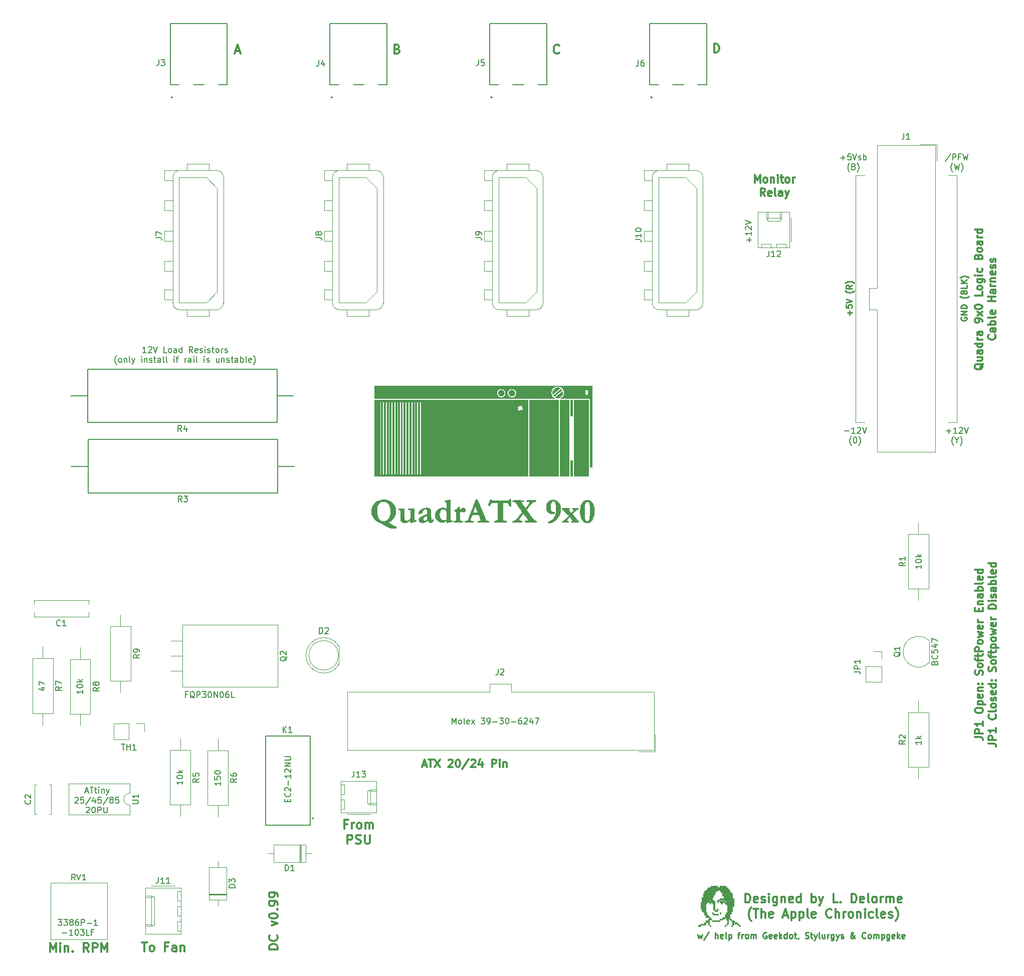
<source format=gto>
G04 #@! TF.GenerationSoftware,KiCad,Pcbnew,(5.1.5-0-10_14)*
G04 #@! TF.CreationDate,2020-08-30T11:21:39+02:00*
G04 #@! TF.ProjectId,DC_Board,44435f42-6f61-4726-942e-6b696361645f,rev?*
G04 #@! TF.SameCoordinates,Original*
G04 #@! TF.FileFunction,Legend,Top*
G04 #@! TF.FilePolarity,Positive*
%FSLAX46Y46*%
G04 Gerber Fmt 4.6, Leading zero omitted, Abs format (unit mm)*
G04 Created by KiCad (PCBNEW (5.1.5-0-10_14)) date 2020-08-30 11:21:39*
%MOMM*%
%LPD*%
G04 APERTURE LIST*
%ADD10C,0.150000*%
%ADD11C,0.300000*%
%ADD12C,0.250000*%
%ADD13C,0.120000*%
%ADD14C,0.127000*%
%ADD15C,0.200000*%
%ADD16C,0.010000*%
%ADD17C,0.254000*%
G04 APERTURE END LIST*
D10*
X168172857Y-219987380D02*
X168791904Y-219987380D01*
X168458571Y-220368333D01*
X168601428Y-220368333D01*
X168696666Y-220415952D01*
X168744285Y-220463571D01*
X168791904Y-220558809D01*
X168791904Y-220796904D01*
X168744285Y-220892142D01*
X168696666Y-220939761D01*
X168601428Y-220987380D01*
X168315714Y-220987380D01*
X168220476Y-220939761D01*
X168172857Y-220892142D01*
X169125238Y-219987380D02*
X169744285Y-219987380D01*
X169410952Y-220368333D01*
X169553809Y-220368333D01*
X169649047Y-220415952D01*
X169696666Y-220463571D01*
X169744285Y-220558809D01*
X169744285Y-220796904D01*
X169696666Y-220892142D01*
X169649047Y-220939761D01*
X169553809Y-220987380D01*
X169268095Y-220987380D01*
X169172857Y-220939761D01*
X169125238Y-220892142D01*
X170315714Y-220415952D02*
X170220476Y-220368333D01*
X170172857Y-220320714D01*
X170125238Y-220225476D01*
X170125238Y-220177857D01*
X170172857Y-220082619D01*
X170220476Y-220035000D01*
X170315714Y-219987380D01*
X170506190Y-219987380D01*
X170601428Y-220035000D01*
X170649047Y-220082619D01*
X170696666Y-220177857D01*
X170696666Y-220225476D01*
X170649047Y-220320714D01*
X170601428Y-220368333D01*
X170506190Y-220415952D01*
X170315714Y-220415952D01*
X170220476Y-220463571D01*
X170172857Y-220511190D01*
X170125238Y-220606428D01*
X170125238Y-220796904D01*
X170172857Y-220892142D01*
X170220476Y-220939761D01*
X170315714Y-220987380D01*
X170506190Y-220987380D01*
X170601428Y-220939761D01*
X170649047Y-220892142D01*
X170696666Y-220796904D01*
X170696666Y-220606428D01*
X170649047Y-220511190D01*
X170601428Y-220463571D01*
X170506190Y-220415952D01*
X171553809Y-219987380D02*
X171363333Y-219987380D01*
X171268095Y-220035000D01*
X171220476Y-220082619D01*
X171125238Y-220225476D01*
X171077619Y-220415952D01*
X171077619Y-220796904D01*
X171125238Y-220892142D01*
X171172857Y-220939761D01*
X171268095Y-220987380D01*
X171458571Y-220987380D01*
X171553809Y-220939761D01*
X171601428Y-220892142D01*
X171649047Y-220796904D01*
X171649047Y-220558809D01*
X171601428Y-220463571D01*
X171553809Y-220415952D01*
X171458571Y-220368333D01*
X171268095Y-220368333D01*
X171172857Y-220415952D01*
X171125238Y-220463571D01*
X171077619Y-220558809D01*
X172077619Y-220987380D02*
X172077619Y-219987380D01*
X172458571Y-219987380D01*
X172553809Y-220035000D01*
X172601428Y-220082619D01*
X172649047Y-220177857D01*
X172649047Y-220320714D01*
X172601428Y-220415952D01*
X172553809Y-220463571D01*
X172458571Y-220511190D01*
X172077619Y-220511190D01*
X173077619Y-220606428D02*
X173839523Y-220606428D01*
X174839523Y-220987380D02*
X174268095Y-220987380D01*
X174553809Y-220987380D02*
X174553809Y-219987380D01*
X174458571Y-220130238D01*
X174363333Y-220225476D01*
X174268095Y-220273095D01*
X168887142Y-222256428D02*
X169649047Y-222256428D01*
X170649047Y-222637380D02*
X170077619Y-222637380D01*
X170363333Y-222637380D02*
X170363333Y-221637380D01*
X170268095Y-221780238D01*
X170172857Y-221875476D01*
X170077619Y-221923095D01*
X171268095Y-221637380D02*
X171363333Y-221637380D01*
X171458571Y-221685000D01*
X171506190Y-221732619D01*
X171553809Y-221827857D01*
X171601428Y-222018333D01*
X171601428Y-222256428D01*
X171553809Y-222446904D01*
X171506190Y-222542142D01*
X171458571Y-222589761D01*
X171363333Y-222637380D01*
X171268095Y-222637380D01*
X171172857Y-222589761D01*
X171125238Y-222542142D01*
X171077619Y-222446904D01*
X171030000Y-222256428D01*
X171030000Y-222018333D01*
X171077619Y-221827857D01*
X171125238Y-221732619D01*
X171172857Y-221685000D01*
X171268095Y-221637380D01*
X171934761Y-221637380D02*
X172553809Y-221637380D01*
X172220476Y-222018333D01*
X172363333Y-222018333D01*
X172458571Y-222065952D01*
X172506190Y-222113571D01*
X172553809Y-222208809D01*
X172553809Y-222446904D01*
X172506190Y-222542142D01*
X172458571Y-222589761D01*
X172363333Y-222637380D01*
X172077619Y-222637380D01*
X171982380Y-222589761D01*
X171934761Y-222542142D01*
X173458571Y-222637380D02*
X172982380Y-222637380D01*
X172982380Y-221637380D01*
X174125238Y-222113571D02*
X173791904Y-222113571D01*
X173791904Y-222637380D02*
X173791904Y-221637380D01*
X174268095Y-221637380D01*
X170995714Y-199422619D02*
X171043333Y-199375000D01*
X171138571Y-199327380D01*
X171376666Y-199327380D01*
X171471904Y-199375000D01*
X171519523Y-199422619D01*
X171567142Y-199517857D01*
X171567142Y-199613095D01*
X171519523Y-199755952D01*
X170948095Y-200327380D01*
X171567142Y-200327380D01*
X172471904Y-199327380D02*
X171995714Y-199327380D01*
X171948095Y-199803571D01*
X171995714Y-199755952D01*
X172090952Y-199708333D01*
X172329047Y-199708333D01*
X172424285Y-199755952D01*
X172471904Y-199803571D01*
X172519523Y-199898809D01*
X172519523Y-200136904D01*
X172471904Y-200232142D01*
X172424285Y-200279761D01*
X172329047Y-200327380D01*
X172090952Y-200327380D01*
X171995714Y-200279761D01*
X171948095Y-200232142D01*
X173662380Y-199279761D02*
X172805238Y-200565476D01*
X174424285Y-199660714D02*
X174424285Y-200327380D01*
X174186190Y-199279761D02*
X173948095Y-199994047D01*
X174567142Y-199994047D01*
X175424285Y-199327380D02*
X174948095Y-199327380D01*
X174900476Y-199803571D01*
X174948095Y-199755952D01*
X175043333Y-199708333D01*
X175281428Y-199708333D01*
X175376666Y-199755952D01*
X175424285Y-199803571D01*
X175471904Y-199898809D01*
X175471904Y-200136904D01*
X175424285Y-200232142D01*
X175376666Y-200279761D01*
X175281428Y-200327380D01*
X175043333Y-200327380D01*
X174948095Y-200279761D01*
X174900476Y-200232142D01*
X176614761Y-199279761D02*
X175757619Y-200565476D01*
X177090952Y-199755952D02*
X176995714Y-199708333D01*
X176948095Y-199660714D01*
X176900476Y-199565476D01*
X176900476Y-199517857D01*
X176948095Y-199422619D01*
X176995714Y-199375000D01*
X177090952Y-199327380D01*
X177281428Y-199327380D01*
X177376666Y-199375000D01*
X177424285Y-199422619D01*
X177471904Y-199517857D01*
X177471904Y-199565476D01*
X177424285Y-199660714D01*
X177376666Y-199708333D01*
X177281428Y-199755952D01*
X177090952Y-199755952D01*
X176995714Y-199803571D01*
X176948095Y-199851190D01*
X176900476Y-199946428D01*
X176900476Y-200136904D01*
X176948095Y-200232142D01*
X176995714Y-200279761D01*
X177090952Y-200327380D01*
X177281428Y-200327380D01*
X177376666Y-200279761D01*
X177424285Y-200232142D01*
X177471904Y-200136904D01*
X177471904Y-199946428D01*
X177424285Y-199851190D01*
X177376666Y-199803571D01*
X177281428Y-199755952D01*
X178376666Y-199327380D02*
X177900476Y-199327380D01*
X177852857Y-199803571D01*
X177900476Y-199755952D01*
X177995714Y-199708333D01*
X178233809Y-199708333D01*
X178329047Y-199755952D01*
X178376666Y-199803571D01*
X178424285Y-199898809D01*
X178424285Y-200136904D01*
X178376666Y-200232142D01*
X178329047Y-200279761D01*
X178233809Y-200327380D01*
X177995714Y-200327380D01*
X177900476Y-200279761D01*
X177852857Y-200232142D01*
X172924285Y-201072619D02*
X172971904Y-201025000D01*
X173067142Y-200977380D01*
X173305238Y-200977380D01*
X173400476Y-201025000D01*
X173448095Y-201072619D01*
X173495714Y-201167857D01*
X173495714Y-201263095D01*
X173448095Y-201405952D01*
X172876666Y-201977380D01*
X173495714Y-201977380D01*
X174114761Y-200977380D02*
X174210000Y-200977380D01*
X174305238Y-201025000D01*
X174352857Y-201072619D01*
X174400476Y-201167857D01*
X174448095Y-201358333D01*
X174448095Y-201596428D01*
X174400476Y-201786904D01*
X174352857Y-201882142D01*
X174305238Y-201929761D01*
X174210000Y-201977380D01*
X174114761Y-201977380D01*
X174019523Y-201929761D01*
X173971904Y-201882142D01*
X173924285Y-201786904D01*
X173876666Y-201596428D01*
X173876666Y-201358333D01*
X173924285Y-201167857D01*
X173971904Y-201072619D01*
X174019523Y-201025000D01*
X174114761Y-200977380D01*
X174876666Y-201977380D02*
X174876666Y-200977380D01*
X175257619Y-200977380D01*
X175352857Y-201025000D01*
X175400476Y-201072619D01*
X175448095Y-201167857D01*
X175448095Y-201310714D01*
X175400476Y-201405952D01*
X175352857Y-201453571D01*
X175257619Y-201501190D01*
X174876666Y-201501190D01*
X175876666Y-200977380D02*
X175876666Y-201786904D01*
X175924285Y-201882142D01*
X175971904Y-201929761D01*
X176067142Y-201977380D01*
X176257619Y-201977380D01*
X176352857Y-201929761D01*
X176400476Y-201882142D01*
X176448095Y-201786904D01*
X176448095Y-200977380D01*
D11*
X166828571Y-225458571D02*
X166828571Y-223958571D01*
X167328571Y-225030000D01*
X167828571Y-223958571D01*
X167828571Y-225458571D01*
X168542857Y-225458571D02*
X168542857Y-224458571D01*
X168542857Y-223958571D02*
X168471428Y-224030000D01*
X168542857Y-224101428D01*
X168614285Y-224030000D01*
X168542857Y-223958571D01*
X168542857Y-224101428D01*
X169257142Y-224458571D02*
X169257142Y-225458571D01*
X169257142Y-224601428D02*
X169328571Y-224530000D01*
X169471428Y-224458571D01*
X169685714Y-224458571D01*
X169828571Y-224530000D01*
X169900000Y-224672857D01*
X169900000Y-225458571D01*
X170614285Y-225315714D02*
X170685714Y-225387142D01*
X170614285Y-225458571D01*
X170542857Y-225387142D01*
X170614285Y-225315714D01*
X170614285Y-225458571D01*
X173328571Y-225458571D02*
X172828571Y-224744285D01*
X172471428Y-225458571D02*
X172471428Y-223958571D01*
X173042857Y-223958571D01*
X173185714Y-224030000D01*
X173257142Y-224101428D01*
X173328571Y-224244285D01*
X173328571Y-224458571D01*
X173257142Y-224601428D01*
X173185714Y-224672857D01*
X173042857Y-224744285D01*
X172471428Y-224744285D01*
X173971428Y-225458571D02*
X173971428Y-223958571D01*
X174542857Y-223958571D01*
X174685714Y-224030000D01*
X174757142Y-224101428D01*
X174828571Y-224244285D01*
X174828571Y-224458571D01*
X174757142Y-224601428D01*
X174685714Y-224672857D01*
X174542857Y-224744285D01*
X173971428Y-224744285D01*
X175471428Y-225458571D02*
X175471428Y-223958571D01*
X175971428Y-225030000D01*
X176471428Y-223958571D01*
X176471428Y-225458571D01*
X182341428Y-223858571D02*
X183198571Y-223858571D01*
X182770000Y-225358571D02*
X182770000Y-223858571D01*
X183912857Y-225358571D02*
X183770000Y-225287142D01*
X183698571Y-225215714D01*
X183627142Y-225072857D01*
X183627142Y-224644285D01*
X183698571Y-224501428D01*
X183770000Y-224430000D01*
X183912857Y-224358571D01*
X184127142Y-224358571D01*
X184270000Y-224430000D01*
X184341428Y-224501428D01*
X184412857Y-224644285D01*
X184412857Y-225072857D01*
X184341428Y-225215714D01*
X184270000Y-225287142D01*
X184127142Y-225358571D01*
X183912857Y-225358571D01*
X186698571Y-224572857D02*
X186198571Y-224572857D01*
X186198571Y-225358571D02*
X186198571Y-223858571D01*
X186912857Y-223858571D01*
X188127142Y-225358571D02*
X188127142Y-224572857D01*
X188055714Y-224430000D01*
X187912857Y-224358571D01*
X187627142Y-224358571D01*
X187484285Y-224430000D01*
X188127142Y-225287142D02*
X187984285Y-225358571D01*
X187627142Y-225358571D01*
X187484285Y-225287142D01*
X187412857Y-225144285D01*
X187412857Y-225001428D01*
X187484285Y-224858571D01*
X187627142Y-224787142D01*
X187984285Y-224787142D01*
X188127142Y-224715714D01*
X188841428Y-224358571D02*
X188841428Y-225358571D01*
X188841428Y-224501428D02*
X188912857Y-224430000D01*
X189055714Y-224358571D01*
X189270000Y-224358571D01*
X189412857Y-224430000D01*
X189484285Y-224572857D01*
X189484285Y-225358571D01*
X217001428Y-203867857D02*
X216501428Y-203867857D01*
X216501428Y-204653571D02*
X216501428Y-203153571D01*
X217215714Y-203153571D01*
X217787142Y-204653571D02*
X217787142Y-203653571D01*
X217787142Y-203939285D02*
X217858571Y-203796428D01*
X217930000Y-203725000D01*
X218072857Y-203653571D01*
X218215714Y-203653571D01*
X218930000Y-204653571D02*
X218787142Y-204582142D01*
X218715714Y-204510714D01*
X218644285Y-204367857D01*
X218644285Y-203939285D01*
X218715714Y-203796428D01*
X218787142Y-203725000D01*
X218930000Y-203653571D01*
X219144285Y-203653571D01*
X219287142Y-203725000D01*
X219358571Y-203796428D01*
X219430000Y-203939285D01*
X219430000Y-204367857D01*
X219358571Y-204510714D01*
X219287142Y-204582142D01*
X219144285Y-204653571D01*
X218930000Y-204653571D01*
X220072857Y-204653571D02*
X220072857Y-203653571D01*
X220072857Y-203796428D02*
X220144285Y-203725000D01*
X220287142Y-203653571D01*
X220501428Y-203653571D01*
X220644285Y-203725000D01*
X220715714Y-203867857D01*
X220715714Y-204653571D01*
X220715714Y-203867857D02*
X220787142Y-203725000D01*
X220930000Y-203653571D01*
X221144285Y-203653571D01*
X221287142Y-203725000D01*
X221358571Y-203867857D01*
X221358571Y-204653571D01*
X217037142Y-207203571D02*
X217037142Y-205703571D01*
X217608571Y-205703571D01*
X217751428Y-205775000D01*
X217822857Y-205846428D01*
X217894285Y-205989285D01*
X217894285Y-206203571D01*
X217822857Y-206346428D01*
X217751428Y-206417857D01*
X217608571Y-206489285D01*
X217037142Y-206489285D01*
X218465714Y-207132142D02*
X218680000Y-207203571D01*
X219037142Y-207203571D01*
X219180000Y-207132142D01*
X219251428Y-207060714D01*
X219322857Y-206917857D01*
X219322857Y-206775000D01*
X219251428Y-206632142D01*
X219180000Y-206560714D01*
X219037142Y-206489285D01*
X218751428Y-206417857D01*
X218608571Y-206346428D01*
X218537142Y-206275000D01*
X218465714Y-206132142D01*
X218465714Y-205989285D01*
X218537142Y-205846428D01*
X218608571Y-205775000D01*
X218751428Y-205703571D01*
X219108571Y-205703571D01*
X219322857Y-205775000D01*
X219965714Y-205703571D02*
X219965714Y-206917857D01*
X220037142Y-207060714D01*
X220108571Y-207132142D01*
X220251428Y-207203571D01*
X220537142Y-207203571D01*
X220680000Y-207132142D01*
X220751428Y-207060714D01*
X220822857Y-206917857D01*
X220822857Y-205703571D01*
X205278571Y-225015714D02*
X203778571Y-225015714D01*
X203778571Y-224658571D01*
X203850000Y-224444285D01*
X203992857Y-224301428D01*
X204135714Y-224230000D01*
X204421428Y-224158571D01*
X204635714Y-224158571D01*
X204921428Y-224230000D01*
X205064285Y-224301428D01*
X205207142Y-224444285D01*
X205278571Y-224658571D01*
X205278571Y-225015714D01*
X205135714Y-222658571D02*
X205207142Y-222730000D01*
X205278571Y-222944285D01*
X205278571Y-223087142D01*
X205207142Y-223301428D01*
X205064285Y-223444285D01*
X204921428Y-223515714D01*
X204635714Y-223587142D01*
X204421428Y-223587142D01*
X204135714Y-223515714D01*
X203992857Y-223444285D01*
X203850000Y-223301428D01*
X203778571Y-223087142D01*
X203778571Y-222944285D01*
X203850000Y-222730000D01*
X203921428Y-222658571D01*
X204278571Y-221015714D02*
X205278571Y-220658571D01*
X204278571Y-220301428D01*
X203778571Y-219444285D02*
X203778571Y-219301428D01*
X203850000Y-219158571D01*
X203921428Y-219087142D01*
X204064285Y-219015714D01*
X204350000Y-218944285D01*
X204707142Y-218944285D01*
X204992857Y-219015714D01*
X205135714Y-219087142D01*
X205207142Y-219158571D01*
X205278571Y-219301428D01*
X205278571Y-219444285D01*
X205207142Y-219587142D01*
X205135714Y-219658571D01*
X204992857Y-219730000D01*
X204707142Y-219801428D01*
X204350000Y-219801428D01*
X204064285Y-219730000D01*
X203921428Y-219658571D01*
X203850000Y-219587142D01*
X203778571Y-219444285D01*
X205135714Y-218301428D02*
X205207142Y-218230000D01*
X205278571Y-218301428D01*
X205207142Y-218372857D01*
X205135714Y-218301428D01*
X205278571Y-218301428D01*
X205278571Y-217515714D02*
X205278571Y-217230000D01*
X205207142Y-217087142D01*
X205135714Y-217015714D01*
X204921428Y-216872857D01*
X204635714Y-216801428D01*
X204064285Y-216801428D01*
X203921428Y-216872857D01*
X203850000Y-216944285D01*
X203778571Y-217087142D01*
X203778571Y-217372857D01*
X203850000Y-217515714D01*
X203921428Y-217587142D01*
X204064285Y-217658571D01*
X204421428Y-217658571D01*
X204564285Y-217587142D01*
X204635714Y-217515714D01*
X204707142Y-217372857D01*
X204707142Y-217087142D01*
X204635714Y-216944285D01*
X204564285Y-216872857D01*
X204421428Y-216801428D01*
X205278571Y-216087142D02*
X205278571Y-215801428D01*
X205207142Y-215658571D01*
X205135714Y-215587142D01*
X204921428Y-215444285D01*
X204635714Y-215372857D01*
X204064285Y-215372857D01*
X203921428Y-215444285D01*
X203850000Y-215515714D01*
X203778571Y-215658571D01*
X203778571Y-215944285D01*
X203850000Y-216087142D01*
X203921428Y-216158571D01*
X204064285Y-216230000D01*
X204421428Y-216230000D01*
X204564285Y-216158571D01*
X204635714Y-216087142D01*
X204707142Y-215944285D01*
X204707142Y-215658571D01*
X204635714Y-215515714D01*
X204564285Y-215444285D01*
X204421428Y-215372857D01*
X278957142Y-73498571D02*
X278957142Y-71998571D01*
X279314285Y-71998571D01*
X279528571Y-72070000D01*
X279671428Y-72212857D01*
X279742857Y-72355714D01*
X279814285Y-72641428D01*
X279814285Y-72855714D01*
X279742857Y-73141428D01*
X279671428Y-73284285D01*
X279528571Y-73427142D01*
X279314285Y-73498571D01*
X278957142Y-73498571D01*
X252804285Y-73525714D02*
X252732857Y-73597142D01*
X252518571Y-73668571D01*
X252375714Y-73668571D01*
X252161428Y-73597142D01*
X252018571Y-73454285D01*
X251947142Y-73311428D01*
X251875714Y-73025714D01*
X251875714Y-72811428D01*
X251947142Y-72525714D01*
X252018571Y-72382857D01*
X252161428Y-72240000D01*
X252375714Y-72168571D01*
X252518571Y-72168571D01*
X252732857Y-72240000D01*
X252804285Y-72311428D01*
X225447142Y-72892857D02*
X225661428Y-72964285D01*
X225732857Y-73035714D01*
X225804285Y-73178571D01*
X225804285Y-73392857D01*
X225732857Y-73535714D01*
X225661428Y-73607142D01*
X225518571Y-73678571D01*
X224947142Y-73678571D01*
X224947142Y-72178571D01*
X225447142Y-72178571D01*
X225590000Y-72250000D01*
X225661428Y-72321428D01*
X225732857Y-72464285D01*
X225732857Y-72607142D01*
X225661428Y-72750000D01*
X225590000Y-72821428D01*
X225447142Y-72892857D01*
X224947142Y-72892857D01*
X198092857Y-73250000D02*
X198807142Y-73250000D01*
X197950000Y-73678571D02*
X198450000Y-72178571D01*
X198950000Y-73678571D01*
X285879047Y-95483095D02*
X285879047Y-94183095D01*
X286312380Y-95111666D01*
X286745714Y-94183095D01*
X286745714Y-95483095D01*
X287550476Y-95483095D02*
X287426666Y-95421190D01*
X287364761Y-95359285D01*
X287302857Y-95235476D01*
X287302857Y-94864047D01*
X287364761Y-94740238D01*
X287426666Y-94678333D01*
X287550476Y-94616428D01*
X287736190Y-94616428D01*
X287860000Y-94678333D01*
X287921904Y-94740238D01*
X287983809Y-94864047D01*
X287983809Y-95235476D01*
X287921904Y-95359285D01*
X287860000Y-95421190D01*
X287736190Y-95483095D01*
X287550476Y-95483095D01*
X288540952Y-94616428D02*
X288540952Y-95483095D01*
X288540952Y-94740238D02*
X288602857Y-94678333D01*
X288726666Y-94616428D01*
X288912380Y-94616428D01*
X289036190Y-94678333D01*
X289098095Y-94802142D01*
X289098095Y-95483095D01*
X289717142Y-95483095D02*
X289717142Y-94616428D01*
X289717142Y-94183095D02*
X289655238Y-94245000D01*
X289717142Y-94306904D01*
X289779047Y-94245000D01*
X289717142Y-94183095D01*
X289717142Y-94306904D01*
X290150476Y-94616428D02*
X290645714Y-94616428D01*
X290336190Y-94183095D02*
X290336190Y-95297380D01*
X290398095Y-95421190D01*
X290521904Y-95483095D01*
X290645714Y-95483095D01*
X291264761Y-95483095D02*
X291140952Y-95421190D01*
X291079047Y-95359285D01*
X291017142Y-95235476D01*
X291017142Y-94864047D01*
X291079047Y-94740238D01*
X291140952Y-94678333D01*
X291264761Y-94616428D01*
X291450476Y-94616428D01*
X291574285Y-94678333D01*
X291636190Y-94740238D01*
X291698095Y-94864047D01*
X291698095Y-95235476D01*
X291636190Y-95359285D01*
X291574285Y-95421190D01*
X291450476Y-95483095D01*
X291264761Y-95483095D01*
X292255238Y-95483095D02*
X292255238Y-94616428D01*
X292255238Y-94864047D02*
X292317142Y-94740238D01*
X292379047Y-94678333D01*
X292502857Y-94616428D01*
X292626666Y-94616428D01*
X287581428Y-97733095D02*
X287148095Y-97114047D01*
X286838571Y-97733095D02*
X286838571Y-96433095D01*
X287333809Y-96433095D01*
X287457619Y-96495000D01*
X287519523Y-96556904D01*
X287581428Y-96680714D01*
X287581428Y-96866428D01*
X287519523Y-96990238D01*
X287457619Y-97052142D01*
X287333809Y-97114047D01*
X286838571Y-97114047D01*
X288633809Y-97671190D02*
X288510000Y-97733095D01*
X288262380Y-97733095D01*
X288138571Y-97671190D01*
X288076666Y-97547380D01*
X288076666Y-97052142D01*
X288138571Y-96928333D01*
X288262380Y-96866428D01*
X288510000Y-96866428D01*
X288633809Y-96928333D01*
X288695714Y-97052142D01*
X288695714Y-97175952D01*
X288076666Y-97299761D01*
X289438571Y-97733095D02*
X289314761Y-97671190D01*
X289252857Y-97547380D01*
X289252857Y-96433095D01*
X290490952Y-97733095D02*
X290490952Y-97052142D01*
X290429047Y-96928333D01*
X290305238Y-96866428D01*
X290057619Y-96866428D01*
X289933809Y-96928333D01*
X290490952Y-97671190D02*
X290367142Y-97733095D01*
X290057619Y-97733095D01*
X289933809Y-97671190D01*
X289871904Y-97547380D01*
X289871904Y-97423571D01*
X289933809Y-97299761D01*
X290057619Y-97237857D01*
X290367142Y-97237857D01*
X290490952Y-97175952D01*
X290986190Y-96866428D02*
X291295714Y-97733095D01*
X291605238Y-96866428D02*
X291295714Y-97733095D01*
X291171904Y-98042619D01*
X291110000Y-98104523D01*
X290986190Y-98166428D01*
D10*
X284891428Y-105541904D02*
X284891428Y-104780000D01*
X285272380Y-105160952D02*
X284510476Y-105160952D01*
X285272380Y-103780000D02*
X285272380Y-104351428D01*
X285272380Y-104065714D02*
X284272380Y-104065714D01*
X284415238Y-104160952D01*
X284510476Y-104256190D01*
X284558095Y-104351428D01*
X284367619Y-103399047D02*
X284320000Y-103351428D01*
X284272380Y-103256190D01*
X284272380Y-103018095D01*
X284320000Y-102922857D01*
X284367619Y-102875238D01*
X284462857Y-102827619D01*
X284558095Y-102827619D01*
X284700952Y-102875238D01*
X285272380Y-103446666D01*
X285272380Y-102827619D01*
X284272380Y-102541904D02*
X285272380Y-102208571D01*
X284272380Y-101875238D01*
D12*
X276190000Y-222495714D02*
X276380476Y-223162380D01*
X276570952Y-222686190D01*
X276761428Y-223162380D01*
X276951904Y-222495714D01*
X278047142Y-222114761D02*
X277190000Y-223400476D01*
X279142380Y-223162380D02*
X279142380Y-222162380D01*
X279570952Y-223162380D02*
X279570952Y-222638571D01*
X279523333Y-222543333D01*
X279428095Y-222495714D01*
X279285238Y-222495714D01*
X279190000Y-222543333D01*
X279142380Y-222590952D01*
X280428095Y-223114761D02*
X280332857Y-223162380D01*
X280142380Y-223162380D01*
X280047142Y-223114761D01*
X279999523Y-223019523D01*
X279999523Y-222638571D01*
X280047142Y-222543333D01*
X280142380Y-222495714D01*
X280332857Y-222495714D01*
X280428095Y-222543333D01*
X280475714Y-222638571D01*
X280475714Y-222733809D01*
X279999523Y-222829047D01*
X281047142Y-223162380D02*
X280951904Y-223114761D01*
X280904285Y-223019523D01*
X280904285Y-222162380D01*
X281428095Y-222495714D02*
X281428095Y-223495714D01*
X281428095Y-222543333D02*
X281523333Y-222495714D01*
X281713809Y-222495714D01*
X281809047Y-222543333D01*
X281856666Y-222590952D01*
X281904285Y-222686190D01*
X281904285Y-222971904D01*
X281856666Y-223067142D01*
X281809047Y-223114761D01*
X281713809Y-223162380D01*
X281523333Y-223162380D01*
X281428095Y-223114761D01*
X282951904Y-222495714D02*
X283332857Y-222495714D01*
X283094761Y-223162380D02*
X283094761Y-222305238D01*
X283142380Y-222210000D01*
X283237619Y-222162380D01*
X283332857Y-222162380D01*
X283666190Y-223162380D02*
X283666190Y-222495714D01*
X283666190Y-222686190D02*
X283713809Y-222590952D01*
X283761428Y-222543333D01*
X283856666Y-222495714D01*
X283951904Y-222495714D01*
X284428095Y-223162380D02*
X284332857Y-223114761D01*
X284285238Y-223067142D01*
X284237619Y-222971904D01*
X284237619Y-222686190D01*
X284285238Y-222590952D01*
X284332857Y-222543333D01*
X284428095Y-222495714D01*
X284570952Y-222495714D01*
X284666190Y-222543333D01*
X284713809Y-222590952D01*
X284761428Y-222686190D01*
X284761428Y-222971904D01*
X284713809Y-223067142D01*
X284666190Y-223114761D01*
X284570952Y-223162380D01*
X284428095Y-223162380D01*
X285190000Y-223162380D02*
X285190000Y-222495714D01*
X285190000Y-222590952D02*
X285237619Y-222543333D01*
X285332857Y-222495714D01*
X285475714Y-222495714D01*
X285570952Y-222543333D01*
X285618571Y-222638571D01*
X285618571Y-223162380D01*
X285618571Y-222638571D02*
X285666190Y-222543333D01*
X285761428Y-222495714D01*
X285904285Y-222495714D01*
X285999523Y-222543333D01*
X286047142Y-222638571D01*
X286047142Y-223162380D01*
X287809047Y-222210000D02*
X287713809Y-222162380D01*
X287570952Y-222162380D01*
X287428095Y-222210000D01*
X287332857Y-222305238D01*
X287285238Y-222400476D01*
X287237619Y-222590952D01*
X287237619Y-222733809D01*
X287285238Y-222924285D01*
X287332857Y-223019523D01*
X287428095Y-223114761D01*
X287570952Y-223162380D01*
X287666190Y-223162380D01*
X287809047Y-223114761D01*
X287856666Y-223067142D01*
X287856666Y-222733809D01*
X287666190Y-222733809D01*
X288666190Y-223114761D02*
X288570952Y-223162380D01*
X288380476Y-223162380D01*
X288285238Y-223114761D01*
X288237619Y-223019523D01*
X288237619Y-222638571D01*
X288285238Y-222543333D01*
X288380476Y-222495714D01*
X288570952Y-222495714D01*
X288666190Y-222543333D01*
X288713809Y-222638571D01*
X288713809Y-222733809D01*
X288237619Y-222829047D01*
X289523333Y-223114761D02*
X289428095Y-223162380D01*
X289237619Y-223162380D01*
X289142380Y-223114761D01*
X289094761Y-223019523D01*
X289094761Y-222638571D01*
X289142380Y-222543333D01*
X289237619Y-222495714D01*
X289428095Y-222495714D01*
X289523333Y-222543333D01*
X289570952Y-222638571D01*
X289570952Y-222733809D01*
X289094761Y-222829047D01*
X289999523Y-223162380D02*
X289999523Y-222162380D01*
X290094761Y-222781428D02*
X290380476Y-223162380D01*
X290380476Y-222495714D02*
X289999523Y-222876666D01*
X291237619Y-223162380D02*
X291237619Y-222162380D01*
X291237619Y-223114761D02*
X291142380Y-223162380D01*
X290951904Y-223162380D01*
X290856666Y-223114761D01*
X290809047Y-223067142D01*
X290761428Y-222971904D01*
X290761428Y-222686190D01*
X290809047Y-222590952D01*
X290856666Y-222543333D01*
X290951904Y-222495714D01*
X291142380Y-222495714D01*
X291237619Y-222543333D01*
X291856666Y-223162380D02*
X291761428Y-223114761D01*
X291713809Y-223067142D01*
X291666190Y-222971904D01*
X291666190Y-222686190D01*
X291713809Y-222590952D01*
X291761428Y-222543333D01*
X291856666Y-222495714D01*
X291999523Y-222495714D01*
X292094761Y-222543333D01*
X292142380Y-222590952D01*
X292190000Y-222686190D01*
X292190000Y-222971904D01*
X292142380Y-223067142D01*
X292094761Y-223114761D01*
X291999523Y-223162380D01*
X291856666Y-223162380D01*
X292475714Y-222495714D02*
X292856666Y-222495714D01*
X292618571Y-222162380D02*
X292618571Y-223019523D01*
X292666190Y-223114761D01*
X292761428Y-223162380D01*
X292856666Y-223162380D01*
X293237619Y-223114761D02*
X293237619Y-223162380D01*
X293190000Y-223257619D01*
X293142380Y-223305238D01*
X294380476Y-223114761D02*
X294523333Y-223162380D01*
X294761428Y-223162380D01*
X294856666Y-223114761D01*
X294904285Y-223067142D01*
X294951904Y-222971904D01*
X294951904Y-222876666D01*
X294904285Y-222781428D01*
X294856666Y-222733809D01*
X294761428Y-222686190D01*
X294570952Y-222638571D01*
X294475714Y-222590952D01*
X294428095Y-222543333D01*
X294380476Y-222448095D01*
X294380476Y-222352857D01*
X294428095Y-222257619D01*
X294475714Y-222210000D01*
X294570952Y-222162380D01*
X294809047Y-222162380D01*
X294951904Y-222210000D01*
X295237619Y-222495714D02*
X295618571Y-222495714D01*
X295380476Y-222162380D02*
X295380476Y-223019523D01*
X295428095Y-223114761D01*
X295523333Y-223162380D01*
X295618571Y-223162380D01*
X295856666Y-222495714D02*
X296094761Y-223162380D01*
X296332857Y-222495714D02*
X296094761Y-223162380D01*
X295999523Y-223400476D01*
X295951904Y-223448095D01*
X295856666Y-223495714D01*
X296856666Y-223162380D02*
X296761428Y-223114761D01*
X296713809Y-223019523D01*
X296713809Y-222162380D01*
X297666190Y-222495714D02*
X297666190Y-223162380D01*
X297237619Y-222495714D02*
X297237619Y-223019523D01*
X297285238Y-223114761D01*
X297380476Y-223162380D01*
X297523333Y-223162380D01*
X297618571Y-223114761D01*
X297666190Y-223067142D01*
X298142380Y-223162380D02*
X298142380Y-222495714D01*
X298142380Y-222686190D02*
X298190000Y-222590952D01*
X298237619Y-222543333D01*
X298332857Y-222495714D01*
X298428095Y-222495714D01*
X299190000Y-222495714D02*
X299190000Y-223305238D01*
X299142380Y-223400476D01*
X299094761Y-223448095D01*
X298999523Y-223495714D01*
X298856666Y-223495714D01*
X298761428Y-223448095D01*
X299190000Y-223114761D02*
X299094761Y-223162380D01*
X298904285Y-223162380D01*
X298809047Y-223114761D01*
X298761428Y-223067142D01*
X298713809Y-222971904D01*
X298713809Y-222686190D01*
X298761428Y-222590952D01*
X298809047Y-222543333D01*
X298904285Y-222495714D01*
X299094761Y-222495714D01*
X299190000Y-222543333D01*
X299570952Y-222495714D02*
X299809047Y-223162380D01*
X300047142Y-222495714D02*
X299809047Y-223162380D01*
X299713809Y-223400476D01*
X299666190Y-223448095D01*
X299570952Y-223495714D01*
X300380476Y-223114761D02*
X300475714Y-223162380D01*
X300666190Y-223162380D01*
X300761428Y-223114761D01*
X300809047Y-223019523D01*
X300809047Y-222971904D01*
X300761428Y-222876666D01*
X300666190Y-222829047D01*
X300523333Y-222829047D01*
X300428095Y-222781428D01*
X300380476Y-222686190D01*
X300380476Y-222638571D01*
X300428095Y-222543333D01*
X300523333Y-222495714D01*
X300666190Y-222495714D01*
X300761428Y-222543333D01*
X302809047Y-223162380D02*
X302761428Y-223162380D01*
X302666190Y-223114761D01*
X302523333Y-222971904D01*
X302285238Y-222686190D01*
X302190000Y-222543333D01*
X302142380Y-222400476D01*
X302142380Y-222305238D01*
X302190000Y-222210000D01*
X302285238Y-222162380D01*
X302332857Y-222162380D01*
X302428095Y-222210000D01*
X302475714Y-222305238D01*
X302475714Y-222352857D01*
X302428095Y-222448095D01*
X302380476Y-222495714D01*
X302094761Y-222686190D01*
X302047142Y-222733809D01*
X301999523Y-222829047D01*
X301999523Y-222971904D01*
X302047142Y-223067142D01*
X302094761Y-223114761D01*
X302190000Y-223162380D01*
X302332857Y-223162380D01*
X302428095Y-223114761D01*
X302475714Y-223067142D01*
X302618571Y-222876666D01*
X302666190Y-222733809D01*
X302666190Y-222638571D01*
X304570952Y-223067142D02*
X304523333Y-223114761D01*
X304380476Y-223162380D01*
X304285238Y-223162380D01*
X304142380Y-223114761D01*
X304047142Y-223019523D01*
X303999523Y-222924285D01*
X303951904Y-222733809D01*
X303951904Y-222590952D01*
X303999523Y-222400476D01*
X304047142Y-222305238D01*
X304142380Y-222210000D01*
X304285238Y-222162380D01*
X304380476Y-222162380D01*
X304523333Y-222210000D01*
X304570952Y-222257619D01*
X305142380Y-223162380D02*
X305047142Y-223114761D01*
X304999523Y-223067142D01*
X304951904Y-222971904D01*
X304951904Y-222686190D01*
X304999523Y-222590952D01*
X305047142Y-222543333D01*
X305142380Y-222495714D01*
X305285238Y-222495714D01*
X305380476Y-222543333D01*
X305428095Y-222590952D01*
X305475714Y-222686190D01*
X305475714Y-222971904D01*
X305428095Y-223067142D01*
X305380476Y-223114761D01*
X305285238Y-223162380D01*
X305142380Y-223162380D01*
X305904285Y-223162380D02*
X305904285Y-222495714D01*
X305904285Y-222590952D02*
X305951904Y-222543333D01*
X306047142Y-222495714D01*
X306190000Y-222495714D01*
X306285238Y-222543333D01*
X306332857Y-222638571D01*
X306332857Y-223162380D01*
X306332857Y-222638571D02*
X306380476Y-222543333D01*
X306475714Y-222495714D01*
X306618571Y-222495714D01*
X306713809Y-222543333D01*
X306761428Y-222638571D01*
X306761428Y-223162380D01*
X307237619Y-222495714D02*
X307237619Y-223495714D01*
X307237619Y-222543333D02*
X307332857Y-222495714D01*
X307523333Y-222495714D01*
X307618571Y-222543333D01*
X307666190Y-222590952D01*
X307713809Y-222686190D01*
X307713809Y-222971904D01*
X307666190Y-223067142D01*
X307618571Y-223114761D01*
X307523333Y-223162380D01*
X307332857Y-223162380D01*
X307237619Y-223114761D01*
X308570952Y-222495714D02*
X308570952Y-223305238D01*
X308523333Y-223400476D01*
X308475714Y-223448095D01*
X308380476Y-223495714D01*
X308237619Y-223495714D01*
X308142380Y-223448095D01*
X308570952Y-223114761D02*
X308475714Y-223162380D01*
X308285238Y-223162380D01*
X308190000Y-223114761D01*
X308142380Y-223067142D01*
X308094761Y-222971904D01*
X308094761Y-222686190D01*
X308142380Y-222590952D01*
X308190000Y-222543333D01*
X308285238Y-222495714D01*
X308475714Y-222495714D01*
X308570952Y-222543333D01*
X309428095Y-223114761D02*
X309332857Y-223162380D01*
X309142380Y-223162380D01*
X309047142Y-223114761D01*
X308999523Y-223019523D01*
X308999523Y-222638571D01*
X309047142Y-222543333D01*
X309142380Y-222495714D01*
X309332857Y-222495714D01*
X309428095Y-222543333D01*
X309475714Y-222638571D01*
X309475714Y-222733809D01*
X308999523Y-222829047D01*
X309904285Y-223162380D02*
X309904285Y-222162380D01*
X309999523Y-222781428D02*
X310285238Y-223162380D01*
X310285238Y-222495714D02*
X309904285Y-222876666D01*
X311094761Y-223114761D02*
X310999523Y-223162380D01*
X310809047Y-223162380D01*
X310713809Y-223114761D01*
X310666190Y-223019523D01*
X310666190Y-222638571D01*
X310713809Y-222543333D01*
X310809047Y-222495714D01*
X310999523Y-222495714D01*
X311094761Y-222543333D01*
X311142380Y-222638571D01*
X311142380Y-222733809D01*
X310666190Y-222829047D01*
D11*
X284250000Y-217128571D02*
X284250000Y-215628571D01*
X284607142Y-215628571D01*
X284821428Y-215700000D01*
X284964285Y-215842857D01*
X285035714Y-215985714D01*
X285107142Y-216271428D01*
X285107142Y-216485714D01*
X285035714Y-216771428D01*
X284964285Y-216914285D01*
X284821428Y-217057142D01*
X284607142Y-217128571D01*
X284250000Y-217128571D01*
X286321428Y-217057142D02*
X286178571Y-217128571D01*
X285892857Y-217128571D01*
X285750000Y-217057142D01*
X285678571Y-216914285D01*
X285678571Y-216342857D01*
X285750000Y-216200000D01*
X285892857Y-216128571D01*
X286178571Y-216128571D01*
X286321428Y-216200000D01*
X286392857Y-216342857D01*
X286392857Y-216485714D01*
X285678571Y-216628571D01*
X286964285Y-217057142D02*
X287107142Y-217128571D01*
X287392857Y-217128571D01*
X287535714Y-217057142D01*
X287607142Y-216914285D01*
X287607142Y-216842857D01*
X287535714Y-216700000D01*
X287392857Y-216628571D01*
X287178571Y-216628571D01*
X287035714Y-216557142D01*
X286964285Y-216414285D01*
X286964285Y-216342857D01*
X287035714Y-216200000D01*
X287178571Y-216128571D01*
X287392857Y-216128571D01*
X287535714Y-216200000D01*
X288250000Y-217128571D02*
X288250000Y-216128571D01*
X288250000Y-215628571D02*
X288178571Y-215700000D01*
X288250000Y-215771428D01*
X288321428Y-215700000D01*
X288250000Y-215628571D01*
X288250000Y-215771428D01*
X289607142Y-216128571D02*
X289607142Y-217342857D01*
X289535714Y-217485714D01*
X289464285Y-217557142D01*
X289321428Y-217628571D01*
X289107142Y-217628571D01*
X288964285Y-217557142D01*
X289607142Y-217057142D02*
X289464285Y-217128571D01*
X289178571Y-217128571D01*
X289035714Y-217057142D01*
X288964285Y-216985714D01*
X288892857Y-216842857D01*
X288892857Y-216414285D01*
X288964285Y-216271428D01*
X289035714Y-216200000D01*
X289178571Y-216128571D01*
X289464285Y-216128571D01*
X289607142Y-216200000D01*
X290321428Y-216128571D02*
X290321428Y-217128571D01*
X290321428Y-216271428D02*
X290392857Y-216200000D01*
X290535714Y-216128571D01*
X290750000Y-216128571D01*
X290892857Y-216200000D01*
X290964285Y-216342857D01*
X290964285Y-217128571D01*
X292250000Y-217057142D02*
X292107142Y-217128571D01*
X291821428Y-217128571D01*
X291678571Y-217057142D01*
X291607142Y-216914285D01*
X291607142Y-216342857D01*
X291678571Y-216200000D01*
X291821428Y-216128571D01*
X292107142Y-216128571D01*
X292250000Y-216200000D01*
X292321428Y-216342857D01*
X292321428Y-216485714D01*
X291607142Y-216628571D01*
X293607142Y-217128571D02*
X293607142Y-215628571D01*
X293607142Y-217057142D02*
X293464285Y-217128571D01*
X293178571Y-217128571D01*
X293035714Y-217057142D01*
X292964285Y-216985714D01*
X292892857Y-216842857D01*
X292892857Y-216414285D01*
X292964285Y-216271428D01*
X293035714Y-216200000D01*
X293178571Y-216128571D01*
X293464285Y-216128571D01*
X293607142Y-216200000D01*
X295464285Y-217128571D02*
X295464285Y-215628571D01*
X295464285Y-216200000D02*
X295607142Y-216128571D01*
X295892857Y-216128571D01*
X296035714Y-216200000D01*
X296107142Y-216271428D01*
X296178571Y-216414285D01*
X296178571Y-216842857D01*
X296107142Y-216985714D01*
X296035714Y-217057142D01*
X295892857Y-217128571D01*
X295607142Y-217128571D01*
X295464285Y-217057142D01*
X296678571Y-216128571D02*
X297035714Y-217128571D01*
X297392857Y-216128571D02*
X297035714Y-217128571D01*
X296892857Y-217485714D01*
X296821428Y-217557142D01*
X296678571Y-217628571D01*
X299821428Y-217128571D02*
X299107142Y-217128571D01*
X299107142Y-215628571D01*
X300321428Y-216985714D02*
X300392857Y-217057142D01*
X300321428Y-217128571D01*
X300250000Y-217057142D01*
X300321428Y-216985714D01*
X300321428Y-217128571D01*
X302178571Y-217128571D02*
X302178571Y-215628571D01*
X302535714Y-215628571D01*
X302750000Y-215700000D01*
X302892857Y-215842857D01*
X302964285Y-215985714D01*
X303035714Y-216271428D01*
X303035714Y-216485714D01*
X302964285Y-216771428D01*
X302892857Y-216914285D01*
X302750000Y-217057142D01*
X302535714Y-217128571D01*
X302178571Y-217128571D01*
X304250000Y-217057142D02*
X304107142Y-217128571D01*
X303821428Y-217128571D01*
X303678571Y-217057142D01*
X303607142Y-216914285D01*
X303607142Y-216342857D01*
X303678571Y-216200000D01*
X303821428Y-216128571D01*
X304107142Y-216128571D01*
X304250000Y-216200000D01*
X304321428Y-216342857D01*
X304321428Y-216485714D01*
X303607142Y-216628571D01*
X305178571Y-217128571D02*
X305035714Y-217057142D01*
X304964285Y-216914285D01*
X304964285Y-215628571D01*
X305964285Y-217128571D02*
X305821428Y-217057142D01*
X305750000Y-216985714D01*
X305678571Y-216842857D01*
X305678571Y-216414285D01*
X305750000Y-216271428D01*
X305821428Y-216200000D01*
X305964285Y-216128571D01*
X306178571Y-216128571D01*
X306321428Y-216200000D01*
X306392857Y-216271428D01*
X306464285Y-216414285D01*
X306464285Y-216842857D01*
X306392857Y-216985714D01*
X306321428Y-217057142D01*
X306178571Y-217128571D01*
X305964285Y-217128571D01*
X307107142Y-217128571D02*
X307107142Y-216128571D01*
X307107142Y-216414285D02*
X307178571Y-216271428D01*
X307250000Y-216200000D01*
X307392857Y-216128571D01*
X307535714Y-216128571D01*
X308035714Y-217128571D02*
X308035714Y-216128571D01*
X308035714Y-216271428D02*
X308107142Y-216200000D01*
X308250000Y-216128571D01*
X308464285Y-216128571D01*
X308607142Y-216200000D01*
X308678571Y-216342857D01*
X308678571Y-217128571D01*
X308678571Y-216342857D02*
X308750000Y-216200000D01*
X308892857Y-216128571D01*
X309107142Y-216128571D01*
X309250000Y-216200000D01*
X309321428Y-216342857D01*
X309321428Y-217128571D01*
X310607142Y-217057142D02*
X310464285Y-217128571D01*
X310178571Y-217128571D01*
X310035714Y-217057142D01*
X309964285Y-216914285D01*
X309964285Y-216342857D01*
X310035714Y-216200000D01*
X310178571Y-216128571D01*
X310464285Y-216128571D01*
X310607142Y-216200000D01*
X310678571Y-216342857D01*
X310678571Y-216485714D01*
X309964285Y-216628571D01*
X285250000Y-220250000D02*
X285178571Y-220178571D01*
X285035714Y-219964285D01*
X284964285Y-219821428D01*
X284892857Y-219607142D01*
X284821428Y-219250000D01*
X284821428Y-218964285D01*
X284892857Y-218607142D01*
X284964285Y-218392857D01*
X285035714Y-218250000D01*
X285178571Y-218035714D01*
X285250000Y-217964285D01*
X285607142Y-218178571D02*
X286464285Y-218178571D01*
X286035714Y-219678571D02*
X286035714Y-218178571D01*
X286964285Y-219678571D02*
X286964285Y-218178571D01*
X287607142Y-219678571D02*
X287607142Y-218892857D01*
X287535714Y-218750000D01*
X287392857Y-218678571D01*
X287178571Y-218678571D01*
X287035714Y-218750000D01*
X286964285Y-218821428D01*
X288892857Y-219607142D02*
X288750000Y-219678571D01*
X288464285Y-219678571D01*
X288321428Y-219607142D01*
X288250000Y-219464285D01*
X288250000Y-218892857D01*
X288321428Y-218750000D01*
X288464285Y-218678571D01*
X288750000Y-218678571D01*
X288892857Y-218750000D01*
X288964285Y-218892857D01*
X288964285Y-219035714D01*
X288250000Y-219178571D01*
X290678571Y-219250000D02*
X291392857Y-219250000D01*
X290535714Y-219678571D02*
X291035714Y-218178571D01*
X291535714Y-219678571D01*
X292035714Y-218678571D02*
X292035714Y-220178571D01*
X292035714Y-218750000D02*
X292178571Y-218678571D01*
X292464285Y-218678571D01*
X292607142Y-218750000D01*
X292678571Y-218821428D01*
X292750000Y-218964285D01*
X292750000Y-219392857D01*
X292678571Y-219535714D01*
X292607142Y-219607142D01*
X292464285Y-219678571D01*
X292178571Y-219678571D01*
X292035714Y-219607142D01*
X293392857Y-218678571D02*
X293392857Y-220178571D01*
X293392857Y-218750000D02*
X293535714Y-218678571D01*
X293821428Y-218678571D01*
X293964285Y-218750000D01*
X294035714Y-218821428D01*
X294107142Y-218964285D01*
X294107142Y-219392857D01*
X294035714Y-219535714D01*
X293964285Y-219607142D01*
X293821428Y-219678571D01*
X293535714Y-219678571D01*
X293392857Y-219607142D01*
X294964285Y-219678571D02*
X294821428Y-219607142D01*
X294750000Y-219464285D01*
X294750000Y-218178571D01*
X296107142Y-219607142D02*
X295964285Y-219678571D01*
X295678571Y-219678571D01*
X295535714Y-219607142D01*
X295464285Y-219464285D01*
X295464285Y-218892857D01*
X295535714Y-218750000D01*
X295678571Y-218678571D01*
X295964285Y-218678571D01*
X296107142Y-218750000D01*
X296178571Y-218892857D01*
X296178571Y-219035714D01*
X295464285Y-219178571D01*
X298821428Y-219535714D02*
X298750000Y-219607142D01*
X298535714Y-219678571D01*
X298392857Y-219678571D01*
X298178571Y-219607142D01*
X298035714Y-219464285D01*
X297964285Y-219321428D01*
X297892857Y-219035714D01*
X297892857Y-218821428D01*
X297964285Y-218535714D01*
X298035714Y-218392857D01*
X298178571Y-218250000D01*
X298392857Y-218178571D01*
X298535714Y-218178571D01*
X298750000Y-218250000D01*
X298821428Y-218321428D01*
X299464285Y-219678571D02*
X299464285Y-218178571D01*
X300107142Y-219678571D02*
X300107142Y-218892857D01*
X300035714Y-218750000D01*
X299892857Y-218678571D01*
X299678571Y-218678571D01*
X299535714Y-218750000D01*
X299464285Y-218821428D01*
X300821428Y-219678571D02*
X300821428Y-218678571D01*
X300821428Y-218964285D02*
X300892857Y-218821428D01*
X300964285Y-218750000D01*
X301107142Y-218678571D01*
X301250000Y-218678571D01*
X301964285Y-219678571D02*
X301821428Y-219607142D01*
X301750000Y-219535714D01*
X301678571Y-219392857D01*
X301678571Y-218964285D01*
X301750000Y-218821428D01*
X301821428Y-218750000D01*
X301964285Y-218678571D01*
X302178571Y-218678571D01*
X302321428Y-218750000D01*
X302392857Y-218821428D01*
X302464285Y-218964285D01*
X302464285Y-219392857D01*
X302392857Y-219535714D01*
X302321428Y-219607142D01*
X302178571Y-219678571D01*
X301964285Y-219678571D01*
X303107142Y-218678571D02*
X303107142Y-219678571D01*
X303107142Y-218821428D02*
X303178571Y-218750000D01*
X303321428Y-218678571D01*
X303535714Y-218678571D01*
X303678571Y-218750000D01*
X303750000Y-218892857D01*
X303750000Y-219678571D01*
X304464285Y-219678571D02*
X304464285Y-218678571D01*
X304464285Y-218178571D02*
X304392857Y-218250000D01*
X304464285Y-218321428D01*
X304535714Y-218250000D01*
X304464285Y-218178571D01*
X304464285Y-218321428D01*
X305821428Y-219607142D02*
X305678571Y-219678571D01*
X305392857Y-219678571D01*
X305250000Y-219607142D01*
X305178571Y-219535714D01*
X305107142Y-219392857D01*
X305107142Y-218964285D01*
X305178571Y-218821428D01*
X305250000Y-218750000D01*
X305392857Y-218678571D01*
X305678571Y-218678571D01*
X305821428Y-218750000D01*
X306678571Y-219678571D02*
X306535714Y-219607142D01*
X306464285Y-219464285D01*
X306464285Y-218178571D01*
X307821428Y-219607142D02*
X307678571Y-219678571D01*
X307392857Y-219678571D01*
X307250000Y-219607142D01*
X307178571Y-219464285D01*
X307178571Y-218892857D01*
X307250000Y-218750000D01*
X307392857Y-218678571D01*
X307678571Y-218678571D01*
X307821428Y-218750000D01*
X307892857Y-218892857D01*
X307892857Y-219035714D01*
X307178571Y-219178571D01*
X308464285Y-219607142D02*
X308607142Y-219678571D01*
X308892857Y-219678571D01*
X309035714Y-219607142D01*
X309107142Y-219464285D01*
X309107142Y-219392857D01*
X309035714Y-219250000D01*
X308892857Y-219178571D01*
X308678571Y-219178571D01*
X308535714Y-219107142D01*
X308464285Y-218964285D01*
X308464285Y-218892857D01*
X308535714Y-218750000D01*
X308678571Y-218678571D01*
X308892857Y-218678571D01*
X309035714Y-218750000D01*
X309607142Y-220250000D02*
X309678571Y-220178571D01*
X309821428Y-219964285D01*
X309892857Y-219821428D01*
X309964285Y-219607142D01*
X310035714Y-219250000D01*
X310035714Y-218964285D01*
X309964285Y-218607142D01*
X309892857Y-218392857D01*
X309821428Y-218250000D01*
X309678571Y-218035714D01*
X309607142Y-217964285D01*
D10*
X234690476Y-186952380D02*
X234690476Y-185952380D01*
X235023809Y-186666666D01*
X235357142Y-185952380D01*
X235357142Y-186952380D01*
X235976190Y-186952380D02*
X235880952Y-186904761D01*
X235833333Y-186857142D01*
X235785714Y-186761904D01*
X235785714Y-186476190D01*
X235833333Y-186380952D01*
X235880952Y-186333333D01*
X235976190Y-186285714D01*
X236119047Y-186285714D01*
X236214285Y-186333333D01*
X236261904Y-186380952D01*
X236309523Y-186476190D01*
X236309523Y-186761904D01*
X236261904Y-186857142D01*
X236214285Y-186904761D01*
X236119047Y-186952380D01*
X235976190Y-186952380D01*
X236880952Y-186952380D02*
X236785714Y-186904761D01*
X236738095Y-186809523D01*
X236738095Y-185952380D01*
X237642857Y-186904761D02*
X237547619Y-186952380D01*
X237357142Y-186952380D01*
X237261904Y-186904761D01*
X237214285Y-186809523D01*
X237214285Y-186428571D01*
X237261904Y-186333333D01*
X237357142Y-186285714D01*
X237547619Y-186285714D01*
X237642857Y-186333333D01*
X237690476Y-186428571D01*
X237690476Y-186523809D01*
X237214285Y-186619047D01*
X238023809Y-186952380D02*
X238547619Y-186285714D01*
X238023809Y-186285714D02*
X238547619Y-186952380D01*
X239595238Y-185952380D02*
X240214285Y-185952380D01*
X239880952Y-186333333D01*
X240023809Y-186333333D01*
X240119047Y-186380952D01*
X240166666Y-186428571D01*
X240214285Y-186523809D01*
X240214285Y-186761904D01*
X240166666Y-186857142D01*
X240119047Y-186904761D01*
X240023809Y-186952380D01*
X239738095Y-186952380D01*
X239642857Y-186904761D01*
X239595238Y-186857142D01*
X240690476Y-186952380D02*
X240880952Y-186952380D01*
X240976190Y-186904761D01*
X241023809Y-186857142D01*
X241119047Y-186714285D01*
X241166666Y-186523809D01*
X241166666Y-186142857D01*
X241119047Y-186047619D01*
X241071428Y-186000000D01*
X240976190Y-185952380D01*
X240785714Y-185952380D01*
X240690476Y-186000000D01*
X240642857Y-186047619D01*
X240595238Y-186142857D01*
X240595238Y-186380952D01*
X240642857Y-186476190D01*
X240690476Y-186523809D01*
X240785714Y-186571428D01*
X240976190Y-186571428D01*
X241071428Y-186523809D01*
X241119047Y-186476190D01*
X241166666Y-186380952D01*
X241595238Y-186571428D02*
X242357142Y-186571428D01*
X242738095Y-185952380D02*
X243357142Y-185952380D01*
X243023809Y-186333333D01*
X243166666Y-186333333D01*
X243261904Y-186380952D01*
X243309523Y-186428571D01*
X243357142Y-186523809D01*
X243357142Y-186761904D01*
X243309523Y-186857142D01*
X243261904Y-186904761D01*
X243166666Y-186952380D01*
X242880952Y-186952380D01*
X242785714Y-186904761D01*
X242738095Y-186857142D01*
X243976190Y-185952380D02*
X244071428Y-185952380D01*
X244166666Y-186000000D01*
X244214285Y-186047619D01*
X244261904Y-186142857D01*
X244309523Y-186333333D01*
X244309523Y-186571428D01*
X244261904Y-186761904D01*
X244214285Y-186857142D01*
X244166666Y-186904761D01*
X244071428Y-186952380D01*
X243976190Y-186952380D01*
X243880952Y-186904761D01*
X243833333Y-186857142D01*
X243785714Y-186761904D01*
X243738095Y-186571428D01*
X243738095Y-186333333D01*
X243785714Y-186142857D01*
X243833333Y-186047619D01*
X243880952Y-186000000D01*
X243976190Y-185952380D01*
X244738095Y-186571428D02*
X245500000Y-186571428D01*
X246404761Y-185952380D02*
X246214285Y-185952380D01*
X246119047Y-186000000D01*
X246071428Y-186047619D01*
X245976190Y-186190476D01*
X245928571Y-186380952D01*
X245928571Y-186761904D01*
X245976190Y-186857142D01*
X246023809Y-186904761D01*
X246119047Y-186952380D01*
X246309523Y-186952380D01*
X246404761Y-186904761D01*
X246452380Y-186857142D01*
X246500000Y-186761904D01*
X246500000Y-186523809D01*
X246452380Y-186428571D01*
X246404761Y-186380952D01*
X246309523Y-186333333D01*
X246119047Y-186333333D01*
X246023809Y-186380952D01*
X245976190Y-186428571D01*
X245928571Y-186523809D01*
X246880952Y-186047619D02*
X246928571Y-186000000D01*
X247023809Y-185952380D01*
X247261904Y-185952380D01*
X247357142Y-186000000D01*
X247404761Y-186047619D01*
X247452380Y-186142857D01*
X247452380Y-186238095D01*
X247404761Y-186380952D01*
X246833333Y-186952380D01*
X247452380Y-186952380D01*
X248309523Y-186285714D02*
X248309523Y-186952380D01*
X248071428Y-185904761D02*
X247833333Y-186619047D01*
X248452380Y-186619047D01*
X248738095Y-185952380D02*
X249404761Y-185952380D01*
X248976190Y-186952380D01*
X300357142Y-91246428D02*
X301119047Y-91246428D01*
X300738095Y-91627380D02*
X300738095Y-90865476D01*
X302071428Y-90627380D02*
X301595238Y-90627380D01*
X301547619Y-91103571D01*
X301595238Y-91055952D01*
X301690476Y-91008333D01*
X301928571Y-91008333D01*
X302023809Y-91055952D01*
X302071428Y-91103571D01*
X302119047Y-91198809D01*
X302119047Y-91436904D01*
X302071428Y-91532142D01*
X302023809Y-91579761D01*
X301928571Y-91627380D01*
X301690476Y-91627380D01*
X301595238Y-91579761D01*
X301547619Y-91532142D01*
X302404761Y-90627380D02*
X302738095Y-91627380D01*
X303071428Y-90627380D01*
X303357142Y-91579761D02*
X303452380Y-91627380D01*
X303642857Y-91627380D01*
X303738095Y-91579761D01*
X303785714Y-91484523D01*
X303785714Y-91436904D01*
X303738095Y-91341666D01*
X303642857Y-91294047D01*
X303500000Y-91294047D01*
X303404761Y-91246428D01*
X303357142Y-91151190D01*
X303357142Y-91103571D01*
X303404761Y-91008333D01*
X303500000Y-90960714D01*
X303642857Y-90960714D01*
X303738095Y-91008333D01*
X304214285Y-91627380D02*
X304214285Y-90627380D01*
X304214285Y-91008333D02*
X304309523Y-90960714D01*
X304500000Y-90960714D01*
X304595238Y-91008333D01*
X304642857Y-91055952D01*
X304690476Y-91151190D01*
X304690476Y-91436904D01*
X304642857Y-91532142D01*
X304595238Y-91579761D01*
X304500000Y-91627380D01*
X304309523Y-91627380D01*
X304214285Y-91579761D01*
X301857142Y-93658333D02*
X301809523Y-93610714D01*
X301714285Y-93467857D01*
X301666666Y-93372619D01*
X301619047Y-93229761D01*
X301571428Y-92991666D01*
X301571428Y-92801190D01*
X301619047Y-92563095D01*
X301666666Y-92420238D01*
X301714285Y-92325000D01*
X301809523Y-92182142D01*
X301857142Y-92134523D01*
X302571428Y-92753571D02*
X302714285Y-92801190D01*
X302761904Y-92848809D01*
X302809523Y-92944047D01*
X302809523Y-93086904D01*
X302761904Y-93182142D01*
X302714285Y-93229761D01*
X302619047Y-93277380D01*
X302238095Y-93277380D01*
X302238095Y-92277380D01*
X302571428Y-92277380D01*
X302666666Y-92325000D01*
X302714285Y-92372619D01*
X302761904Y-92467857D01*
X302761904Y-92563095D01*
X302714285Y-92658333D01*
X302666666Y-92705952D01*
X302571428Y-92753571D01*
X302238095Y-92753571D01*
X303142857Y-93658333D02*
X303190476Y-93610714D01*
X303285714Y-93467857D01*
X303333333Y-93372619D01*
X303380952Y-93229761D01*
X303428571Y-92991666D01*
X303428571Y-92801190D01*
X303380952Y-92563095D01*
X303333333Y-92420238D01*
X303285714Y-92325000D01*
X303190476Y-92182142D01*
X303142857Y-92134523D01*
D12*
X301871428Y-117833333D02*
X301871428Y-117071428D01*
X302252380Y-117452380D02*
X301490476Y-117452380D01*
X301252380Y-116119047D02*
X301252380Y-116595238D01*
X301728571Y-116642857D01*
X301680952Y-116595238D01*
X301633333Y-116500000D01*
X301633333Y-116261904D01*
X301680952Y-116166666D01*
X301728571Y-116119047D01*
X301823809Y-116071428D01*
X302061904Y-116071428D01*
X302157142Y-116119047D01*
X302204761Y-116166666D01*
X302252380Y-116261904D01*
X302252380Y-116500000D01*
X302204761Y-116595238D01*
X302157142Y-116642857D01*
X301252380Y-115785714D02*
X302252380Y-115452380D01*
X301252380Y-115119047D01*
X302633333Y-113738095D02*
X302585714Y-113785714D01*
X302442857Y-113880952D01*
X302347619Y-113928571D01*
X302204761Y-113976190D01*
X301966666Y-114023809D01*
X301776190Y-114023809D01*
X301538095Y-113976190D01*
X301395238Y-113928571D01*
X301300000Y-113880952D01*
X301157142Y-113785714D01*
X301109523Y-113738095D01*
X302252380Y-112785714D02*
X301776190Y-113119047D01*
X302252380Y-113357142D02*
X301252380Y-113357142D01*
X301252380Y-112976190D01*
X301300000Y-112880952D01*
X301347619Y-112833333D01*
X301442857Y-112785714D01*
X301585714Y-112785714D01*
X301680952Y-112833333D01*
X301728571Y-112880952D01*
X301776190Y-112976190D01*
X301776190Y-113357142D01*
X302633333Y-112452380D02*
X302585714Y-112404761D01*
X302442857Y-112309523D01*
X302347619Y-112261904D01*
X302204761Y-112214285D01*
X301966666Y-112166666D01*
X301776190Y-112166666D01*
X301538095Y-112214285D01*
X301395238Y-112261904D01*
X301300000Y-112309523D01*
X301157142Y-112404761D01*
X301109523Y-112452380D01*
D13*
X302900000Y-94200000D02*
X304400000Y-94200000D01*
X302900000Y-94200000D02*
X302900000Y-136000000D01*
X304400000Y-136000000D02*
X302900000Y-136000000D01*
D12*
X320700000Y-118214285D02*
X320652380Y-118309523D01*
X320652380Y-118452380D01*
X320700000Y-118595238D01*
X320795238Y-118690476D01*
X320890476Y-118738095D01*
X321080952Y-118785714D01*
X321223809Y-118785714D01*
X321414285Y-118738095D01*
X321509523Y-118690476D01*
X321604761Y-118595238D01*
X321652380Y-118452380D01*
X321652380Y-118357142D01*
X321604761Y-118214285D01*
X321557142Y-118166666D01*
X321223809Y-118166666D01*
X321223809Y-118357142D01*
X321652380Y-117738095D02*
X320652380Y-117738095D01*
X321652380Y-117166666D01*
X320652380Y-117166666D01*
X321652380Y-116690476D02*
X320652380Y-116690476D01*
X320652380Y-116452380D01*
X320700000Y-116309523D01*
X320795238Y-116214285D01*
X320890476Y-116166666D01*
X321080952Y-116119047D01*
X321223809Y-116119047D01*
X321414285Y-116166666D01*
X321509523Y-116214285D01*
X321604761Y-116309523D01*
X321652380Y-116452380D01*
X321652380Y-116690476D01*
X322033333Y-114642857D02*
X321985714Y-114690476D01*
X321842857Y-114785714D01*
X321747619Y-114833333D01*
X321604761Y-114880952D01*
X321366666Y-114928571D01*
X321176190Y-114928571D01*
X320938095Y-114880952D01*
X320795238Y-114833333D01*
X320700000Y-114785714D01*
X320557142Y-114690476D01*
X320509523Y-114642857D01*
X321128571Y-113928571D02*
X321176190Y-113785714D01*
X321223809Y-113738095D01*
X321319047Y-113690476D01*
X321461904Y-113690476D01*
X321557142Y-113738095D01*
X321604761Y-113785714D01*
X321652380Y-113880952D01*
X321652380Y-114261904D01*
X320652380Y-114261904D01*
X320652380Y-113928571D01*
X320700000Y-113833333D01*
X320747619Y-113785714D01*
X320842857Y-113738095D01*
X320938095Y-113738095D01*
X321033333Y-113785714D01*
X321080952Y-113833333D01*
X321128571Y-113928571D01*
X321128571Y-114261904D01*
X321652380Y-112785714D02*
X321652380Y-113261904D01*
X320652380Y-113261904D01*
X321652380Y-112452380D02*
X320652380Y-112452380D01*
X321652380Y-111880952D02*
X321080952Y-112309523D01*
X320652380Y-111880952D02*
X321223809Y-112452380D01*
X322033333Y-111547619D02*
X321985714Y-111500000D01*
X321842857Y-111404761D01*
X321747619Y-111357142D01*
X321604761Y-111309523D01*
X321366666Y-111261904D01*
X321176190Y-111261904D01*
X320938095Y-111309523D01*
X320795238Y-111357142D01*
X320700000Y-111404761D01*
X320557142Y-111500000D01*
X320509523Y-111547619D01*
D13*
X320000000Y-136000000D02*
X318500000Y-136000000D01*
X320000000Y-94200000D02*
X320000000Y-136000000D01*
X318500000Y-94200000D02*
X320000000Y-94200000D01*
D10*
X301038095Y-137446428D02*
X301800000Y-137446428D01*
X302800000Y-137827380D02*
X302228571Y-137827380D01*
X302514285Y-137827380D02*
X302514285Y-136827380D01*
X302419047Y-136970238D01*
X302323809Y-137065476D01*
X302228571Y-137113095D01*
X303180952Y-136922619D02*
X303228571Y-136875000D01*
X303323809Y-136827380D01*
X303561904Y-136827380D01*
X303657142Y-136875000D01*
X303704761Y-136922619D01*
X303752380Y-137017857D01*
X303752380Y-137113095D01*
X303704761Y-137255952D01*
X303133333Y-137827380D01*
X303752380Y-137827380D01*
X304038095Y-136827380D02*
X304371428Y-137827380D01*
X304704761Y-136827380D01*
X302180952Y-139858333D02*
X302133333Y-139810714D01*
X302038095Y-139667857D01*
X301990476Y-139572619D01*
X301942857Y-139429761D01*
X301895238Y-139191666D01*
X301895238Y-139001190D01*
X301942857Y-138763095D01*
X301990476Y-138620238D01*
X302038095Y-138525000D01*
X302133333Y-138382142D01*
X302180952Y-138334523D01*
X302752380Y-138477380D02*
X302847619Y-138477380D01*
X302942857Y-138525000D01*
X302990476Y-138572619D01*
X303038095Y-138667857D01*
X303085714Y-138858333D01*
X303085714Y-139096428D01*
X303038095Y-139286904D01*
X302990476Y-139382142D01*
X302942857Y-139429761D01*
X302847619Y-139477380D01*
X302752380Y-139477380D01*
X302657142Y-139429761D01*
X302609523Y-139382142D01*
X302561904Y-139286904D01*
X302514285Y-139096428D01*
X302514285Y-138858333D01*
X302561904Y-138667857D01*
X302609523Y-138572619D01*
X302657142Y-138525000D01*
X302752380Y-138477380D01*
X303419047Y-139858333D02*
X303466666Y-139810714D01*
X303561904Y-139667857D01*
X303609523Y-139572619D01*
X303657142Y-139429761D01*
X303704761Y-139191666D01*
X303704761Y-139001190D01*
X303657142Y-138763095D01*
X303609523Y-138620238D01*
X303561904Y-138525000D01*
X303466666Y-138382142D01*
X303419047Y-138334523D01*
X318238095Y-137446428D02*
X319000000Y-137446428D01*
X318619047Y-137827380D02*
X318619047Y-137065476D01*
X320000000Y-137827380D02*
X319428571Y-137827380D01*
X319714285Y-137827380D02*
X319714285Y-136827380D01*
X319619047Y-136970238D01*
X319523809Y-137065476D01*
X319428571Y-137113095D01*
X320380952Y-136922619D02*
X320428571Y-136875000D01*
X320523809Y-136827380D01*
X320761904Y-136827380D01*
X320857142Y-136875000D01*
X320904761Y-136922619D01*
X320952380Y-137017857D01*
X320952380Y-137113095D01*
X320904761Y-137255952D01*
X320333333Y-137827380D01*
X320952380Y-137827380D01*
X321238095Y-136827380D02*
X321571428Y-137827380D01*
X321904761Y-136827380D01*
X319428571Y-139858333D02*
X319380952Y-139810714D01*
X319285714Y-139667857D01*
X319238095Y-139572619D01*
X319190476Y-139429761D01*
X319142857Y-139191666D01*
X319142857Y-139001190D01*
X319190476Y-138763095D01*
X319238095Y-138620238D01*
X319285714Y-138525000D01*
X319380952Y-138382142D01*
X319428571Y-138334523D01*
X320000000Y-139001190D02*
X320000000Y-139477380D01*
X319666666Y-138477380D02*
X320000000Y-139001190D01*
X320333333Y-138477380D01*
X320571428Y-139858333D02*
X320619047Y-139810714D01*
X320714285Y-139667857D01*
X320761904Y-139572619D01*
X320809523Y-139429761D01*
X320857142Y-139191666D01*
X320857142Y-139001190D01*
X320809523Y-138763095D01*
X320761904Y-138620238D01*
X320714285Y-138525000D01*
X320619047Y-138382142D01*
X320571428Y-138334523D01*
X318928571Y-90579761D02*
X318071428Y-91865476D01*
X319261904Y-91627380D02*
X319261904Y-90627380D01*
X319642857Y-90627380D01*
X319738095Y-90675000D01*
X319785714Y-90722619D01*
X319833333Y-90817857D01*
X319833333Y-90960714D01*
X319785714Y-91055952D01*
X319738095Y-91103571D01*
X319642857Y-91151190D01*
X319261904Y-91151190D01*
X320595238Y-91103571D02*
X320261904Y-91103571D01*
X320261904Y-91627380D02*
X320261904Y-90627380D01*
X320738095Y-90627380D01*
X321023809Y-90627380D02*
X321261904Y-91627380D01*
X321452380Y-90913095D01*
X321642857Y-91627380D01*
X321880952Y-90627380D01*
X319285714Y-93658333D02*
X319238095Y-93610714D01*
X319142857Y-93467857D01*
X319095238Y-93372619D01*
X319047619Y-93229761D01*
X319000000Y-92991666D01*
X319000000Y-92801190D01*
X319047619Y-92563095D01*
X319095238Y-92420238D01*
X319142857Y-92325000D01*
X319238095Y-92182142D01*
X319285714Y-92134523D01*
X319571428Y-92277380D02*
X319809523Y-93277380D01*
X320000000Y-92563095D01*
X320190476Y-93277380D01*
X320428571Y-92277380D01*
X320714285Y-93658333D02*
X320761904Y-93610714D01*
X320857142Y-93467857D01*
X320904761Y-93372619D01*
X320952380Y-93229761D01*
X321000000Y-92991666D01*
X321000000Y-92801190D01*
X320952380Y-92563095D01*
X320904761Y-92420238D01*
X320857142Y-92325000D01*
X320761904Y-92182142D01*
X320714285Y-92134523D01*
D11*
X323063095Y-189159523D02*
X323991666Y-189159523D01*
X324177380Y-189221428D01*
X324301190Y-189345238D01*
X324363095Y-189530952D01*
X324363095Y-189654761D01*
X324363095Y-188540476D02*
X323063095Y-188540476D01*
X323063095Y-188045238D01*
X323125000Y-187921428D01*
X323186904Y-187859523D01*
X323310714Y-187797619D01*
X323496428Y-187797619D01*
X323620238Y-187859523D01*
X323682142Y-187921428D01*
X323744047Y-188045238D01*
X323744047Y-188540476D01*
X324363095Y-186559523D02*
X324363095Y-187302380D01*
X324363095Y-186930952D02*
X323063095Y-186930952D01*
X323248809Y-187054761D01*
X323372619Y-187178571D01*
X323434523Y-187302380D01*
X323063095Y-184764285D02*
X323063095Y-184516666D01*
X323125000Y-184392857D01*
X323248809Y-184269047D01*
X323496428Y-184207142D01*
X323929761Y-184207142D01*
X324177380Y-184269047D01*
X324301190Y-184392857D01*
X324363095Y-184516666D01*
X324363095Y-184764285D01*
X324301190Y-184888095D01*
X324177380Y-185011904D01*
X323929761Y-185073809D01*
X323496428Y-185073809D01*
X323248809Y-185011904D01*
X323125000Y-184888095D01*
X323063095Y-184764285D01*
X323496428Y-183650000D02*
X324796428Y-183650000D01*
X323558333Y-183650000D02*
X323496428Y-183526190D01*
X323496428Y-183278571D01*
X323558333Y-183154761D01*
X323620238Y-183092857D01*
X323744047Y-183030952D01*
X324115476Y-183030952D01*
X324239285Y-183092857D01*
X324301190Y-183154761D01*
X324363095Y-183278571D01*
X324363095Y-183526190D01*
X324301190Y-183650000D01*
X324301190Y-181978571D02*
X324363095Y-182102380D01*
X324363095Y-182350000D01*
X324301190Y-182473809D01*
X324177380Y-182535714D01*
X323682142Y-182535714D01*
X323558333Y-182473809D01*
X323496428Y-182350000D01*
X323496428Y-182102380D01*
X323558333Y-181978571D01*
X323682142Y-181916666D01*
X323805952Y-181916666D01*
X323929761Y-182535714D01*
X323496428Y-181359523D02*
X324363095Y-181359523D01*
X323620238Y-181359523D02*
X323558333Y-181297619D01*
X323496428Y-181173809D01*
X323496428Y-180988095D01*
X323558333Y-180864285D01*
X323682142Y-180802380D01*
X324363095Y-180802380D01*
X324239285Y-180183333D02*
X324301190Y-180121428D01*
X324363095Y-180183333D01*
X324301190Y-180245238D01*
X324239285Y-180183333D01*
X324363095Y-180183333D01*
X323558333Y-180183333D02*
X323620238Y-180121428D01*
X323682142Y-180183333D01*
X323620238Y-180245238D01*
X323558333Y-180183333D01*
X323682142Y-180183333D01*
X324301190Y-178635714D02*
X324363095Y-178450000D01*
X324363095Y-178140476D01*
X324301190Y-178016666D01*
X324239285Y-177954761D01*
X324115476Y-177892857D01*
X323991666Y-177892857D01*
X323867857Y-177954761D01*
X323805952Y-178016666D01*
X323744047Y-178140476D01*
X323682142Y-178388095D01*
X323620238Y-178511904D01*
X323558333Y-178573809D01*
X323434523Y-178635714D01*
X323310714Y-178635714D01*
X323186904Y-178573809D01*
X323125000Y-178511904D01*
X323063095Y-178388095D01*
X323063095Y-178078571D01*
X323125000Y-177892857D01*
X324363095Y-177150000D02*
X324301190Y-177273809D01*
X324239285Y-177335714D01*
X324115476Y-177397619D01*
X323744047Y-177397619D01*
X323620238Y-177335714D01*
X323558333Y-177273809D01*
X323496428Y-177150000D01*
X323496428Y-176964285D01*
X323558333Y-176840476D01*
X323620238Y-176778571D01*
X323744047Y-176716666D01*
X324115476Y-176716666D01*
X324239285Y-176778571D01*
X324301190Y-176840476D01*
X324363095Y-176964285D01*
X324363095Y-177150000D01*
X323496428Y-176345238D02*
X323496428Y-175850000D01*
X324363095Y-176159523D02*
X323248809Y-176159523D01*
X323125000Y-176097619D01*
X323063095Y-175973809D01*
X323063095Y-175850000D01*
X323496428Y-175602380D02*
X323496428Y-175107142D01*
X323063095Y-175416666D02*
X324177380Y-175416666D01*
X324301190Y-175354761D01*
X324363095Y-175230952D01*
X324363095Y-175107142D01*
X324363095Y-174673809D02*
X323063095Y-174673809D01*
X323063095Y-174178571D01*
X323125000Y-174054761D01*
X323186904Y-173992857D01*
X323310714Y-173930952D01*
X323496428Y-173930952D01*
X323620238Y-173992857D01*
X323682142Y-174054761D01*
X323744047Y-174178571D01*
X323744047Y-174673809D01*
X324363095Y-173188095D02*
X324301190Y-173311904D01*
X324239285Y-173373809D01*
X324115476Y-173435714D01*
X323744047Y-173435714D01*
X323620238Y-173373809D01*
X323558333Y-173311904D01*
X323496428Y-173188095D01*
X323496428Y-173002380D01*
X323558333Y-172878571D01*
X323620238Y-172816666D01*
X323744047Y-172754761D01*
X324115476Y-172754761D01*
X324239285Y-172816666D01*
X324301190Y-172878571D01*
X324363095Y-173002380D01*
X324363095Y-173188095D01*
X323496428Y-172321428D02*
X324363095Y-172073809D01*
X323744047Y-171826190D01*
X324363095Y-171578571D01*
X323496428Y-171330952D01*
X324301190Y-170340476D02*
X324363095Y-170464285D01*
X324363095Y-170711904D01*
X324301190Y-170835714D01*
X324177380Y-170897619D01*
X323682142Y-170897619D01*
X323558333Y-170835714D01*
X323496428Y-170711904D01*
X323496428Y-170464285D01*
X323558333Y-170340476D01*
X323682142Y-170278571D01*
X323805952Y-170278571D01*
X323929761Y-170897619D01*
X324363095Y-169721428D02*
X323496428Y-169721428D01*
X323744047Y-169721428D02*
X323620238Y-169659523D01*
X323558333Y-169597619D01*
X323496428Y-169473809D01*
X323496428Y-169350000D01*
X323682142Y-167926190D02*
X323682142Y-167492857D01*
X324363095Y-167307142D02*
X324363095Y-167926190D01*
X323063095Y-167926190D01*
X323063095Y-167307142D01*
X323496428Y-166750000D02*
X324363095Y-166750000D01*
X323620238Y-166750000D02*
X323558333Y-166688095D01*
X323496428Y-166564285D01*
X323496428Y-166378571D01*
X323558333Y-166254761D01*
X323682142Y-166192857D01*
X324363095Y-166192857D01*
X324363095Y-165016666D02*
X323682142Y-165016666D01*
X323558333Y-165078571D01*
X323496428Y-165202380D01*
X323496428Y-165450000D01*
X323558333Y-165573809D01*
X324301190Y-165016666D02*
X324363095Y-165140476D01*
X324363095Y-165450000D01*
X324301190Y-165573809D01*
X324177380Y-165635714D01*
X324053571Y-165635714D01*
X323929761Y-165573809D01*
X323867857Y-165450000D01*
X323867857Y-165140476D01*
X323805952Y-165016666D01*
X324363095Y-164397619D02*
X323063095Y-164397619D01*
X323558333Y-164397619D02*
X323496428Y-164273809D01*
X323496428Y-164026190D01*
X323558333Y-163902380D01*
X323620238Y-163840476D01*
X323744047Y-163778571D01*
X324115476Y-163778571D01*
X324239285Y-163840476D01*
X324301190Y-163902380D01*
X324363095Y-164026190D01*
X324363095Y-164273809D01*
X324301190Y-164397619D01*
X324363095Y-163035714D02*
X324301190Y-163159523D01*
X324177380Y-163221428D01*
X323063095Y-163221428D01*
X324301190Y-162045238D02*
X324363095Y-162169047D01*
X324363095Y-162416666D01*
X324301190Y-162540476D01*
X324177380Y-162602380D01*
X323682142Y-162602380D01*
X323558333Y-162540476D01*
X323496428Y-162416666D01*
X323496428Y-162169047D01*
X323558333Y-162045238D01*
X323682142Y-161983333D01*
X323805952Y-161983333D01*
X323929761Y-162602380D01*
X324363095Y-160869047D02*
X323063095Y-160869047D01*
X324301190Y-160869047D02*
X324363095Y-160992857D01*
X324363095Y-161240476D01*
X324301190Y-161364285D01*
X324239285Y-161426190D01*
X324115476Y-161488095D01*
X323744047Y-161488095D01*
X323620238Y-161426190D01*
X323558333Y-161364285D01*
X323496428Y-161240476D01*
X323496428Y-160992857D01*
X323558333Y-160869047D01*
X325313095Y-190242857D02*
X326241666Y-190242857D01*
X326427380Y-190304761D01*
X326551190Y-190428571D01*
X326613095Y-190614285D01*
X326613095Y-190738095D01*
X326613095Y-189623809D02*
X325313095Y-189623809D01*
X325313095Y-189128571D01*
X325375000Y-189004761D01*
X325436904Y-188942857D01*
X325560714Y-188880952D01*
X325746428Y-188880952D01*
X325870238Y-188942857D01*
X325932142Y-189004761D01*
X325994047Y-189128571D01*
X325994047Y-189623809D01*
X326613095Y-187642857D02*
X326613095Y-188385714D01*
X326613095Y-188014285D02*
X325313095Y-188014285D01*
X325498809Y-188138095D01*
X325622619Y-188261904D01*
X325684523Y-188385714D01*
X326489285Y-185352380D02*
X326551190Y-185414285D01*
X326613095Y-185600000D01*
X326613095Y-185723809D01*
X326551190Y-185909523D01*
X326427380Y-186033333D01*
X326303571Y-186095238D01*
X326055952Y-186157142D01*
X325870238Y-186157142D01*
X325622619Y-186095238D01*
X325498809Y-186033333D01*
X325375000Y-185909523D01*
X325313095Y-185723809D01*
X325313095Y-185600000D01*
X325375000Y-185414285D01*
X325436904Y-185352380D01*
X326613095Y-184609523D02*
X326551190Y-184733333D01*
X326427380Y-184795238D01*
X325313095Y-184795238D01*
X326613095Y-183928571D02*
X326551190Y-184052380D01*
X326489285Y-184114285D01*
X326365476Y-184176190D01*
X325994047Y-184176190D01*
X325870238Y-184114285D01*
X325808333Y-184052380D01*
X325746428Y-183928571D01*
X325746428Y-183742857D01*
X325808333Y-183619047D01*
X325870238Y-183557142D01*
X325994047Y-183495238D01*
X326365476Y-183495238D01*
X326489285Y-183557142D01*
X326551190Y-183619047D01*
X326613095Y-183742857D01*
X326613095Y-183928571D01*
X326551190Y-183000000D02*
X326613095Y-182876190D01*
X326613095Y-182628571D01*
X326551190Y-182504761D01*
X326427380Y-182442857D01*
X326365476Y-182442857D01*
X326241666Y-182504761D01*
X326179761Y-182628571D01*
X326179761Y-182814285D01*
X326117857Y-182938095D01*
X325994047Y-183000000D01*
X325932142Y-183000000D01*
X325808333Y-182938095D01*
X325746428Y-182814285D01*
X325746428Y-182628571D01*
X325808333Y-182504761D01*
X326551190Y-181390476D02*
X326613095Y-181514285D01*
X326613095Y-181761904D01*
X326551190Y-181885714D01*
X326427380Y-181947619D01*
X325932142Y-181947619D01*
X325808333Y-181885714D01*
X325746428Y-181761904D01*
X325746428Y-181514285D01*
X325808333Y-181390476D01*
X325932142Y-181328571D01*
X326055952Y-181328571D01*
X326179761Y-181947619D01*
X326613095Y-180214285D02*
X325313095Y-180214285D01*
X326551190Y-180214285D02*
X326613095Y-180338095D01*
X326613095Y-180585714D01*
X326551190Y-180709523D01*
X326489285Y-180771428D01*
X326365476Y-180833333D01*
X325994047Y-180833333D01*
X325870238Y-180771428D01*
X325808333Y-180709523D01*
X325746428Y-180585714D01*
X325746428Y-180338095D01*
X325808333Y-180214285D01*
X326489285Y-179595238D02*
X326551190Y-179533333D01*
X326613095Y-179595238D01*
X326551190Y-179657142D01*
X326489285Y-179595238D01*
X326613095Y-179595238D01*
X325808333Y-179595238D02*
X325870238Y-179533333D01*
X325932142Y-179595238D01*
X325870238Y-179657142D01*
X325808333Y-179595238D01*
X325932142Y-179595238D01*
X326551190Y-178047619D02*
X326613095Y-177861904D01*
X326613095Y-177552380D01*
X326551190Y-177428571D01*
X326489285Y-177366666D01*
X326365476Y-177304761D01*
X326241666Y-177304761D01*
X326117857Y-177366666D01*
X326055952Y-177428571D01*
X325994047Y-177552380D01*
X325932142Y-177800000D01*
X325870238Y-177923809D01*
X325808333Y-177985714D01*
X325684523Y-178047619D01*
X325560714Y-178047619D01*
X325436904Y-177985714D01*
X325375000Y-177923809D01*
X325313095Y-177800000D01*
X325313095Y-177490476D01*
X325375000Y-177304761D01*
X326613095Y-176561904D02*
X326551190Y-176685714D01*
X326489285Y-176747619D01*
X326365476Y-176809523D01*
X325994047Y-176809523D01*
X325870238Y-176747619D01*
X325808333Y-176685714D01*
X325746428Y-176561904D01*
X325746428Y-176376190D01*
X325808333Y-176252380D01*
X325870238Y-176190476D01*
X325994047Y-176128571D01*
X326365476Y-176128571D01*
X326489285Y-176190476D01*
X326551190Y-176252380D01*
X326613095Y-176376190D01*
X326613095Y-176561904D01*
X325746428Y-175757142D02*
X325746428Y-175261904D01*
X326613095Y-175571428D02*
X325498809Y-175571428D01*
X325375000Y-175509523D01*
X325313095Y-175385714D01*
X325313095Y-175261904D01*
X325746428Y-175014285D02*
X325746428Y-174519047D01*
X325313095Y-174828571D02*
X326427380Y-174828571D01*
X326551190Y-174766666D01*
X326613095Y-174642857D01*
X326613095Y-174519047D01*
X325746428Y-174085714D02*
X327046428Y-174085714D01*
X325808333Y-174085714D02*
X325746428Y-173961904D01*
X325746428Y-173714285D01*
X325808333Y-173590476D01*
X325870238Y-173528571D01*
X325994047Y-173466666D01*
X326365476Y-173466666D01*
X326489285Y-173528571D01*
X326551190Y-173590476D01*
X326613095Y-173714285D01*
X326613095Y-173961904D01*
X326551190Y-174085714D01*
X326613095Y-172723809D02*
X326551190Y-172847619D01*
X326489285Y-172909523D01*
X326365476Y-172971428D01*
X325994047Y-172971428D01*
X325870238Y-172909523D01*
X325808333Y-172847619D01*
X325746428Y-172723809D01*
X325746428Y-172538095D01*
X325808333Y-172414285D01*
X325870238Y-172352380D01*
X325994047Y-172290476D01*
X326365476Y-172290476D01*
X326489285Y-172352380D01*
X326551190Y-172414285D01*
X326613095Y-172538095D01*
X326613095Y-172723809D01*
X325746428Y-171857142D02*
X326613095Y-171609523D01*
X325994047Y-171361904D01*
X326613095Y-171114285D01*
X325746428Y-170866666D01*
X326551190Y-169876190D02*
X326613095Y-170000000D01*
X326613095Y-170247619D01*
X326551190Y-170371428D01*
X326427380Y-170433333D01*
X325932142Y-170433333D01*
X325808333Y-170371428D01*
X325746428Y-170247619D01*
X325746428Y-170000000D01*
X325808333Y-169876190D01*
X325932142Y-169814285D01*
X326055952Y-169814285D01*
X326179761Y-170433333D01*
X326613095Y-169257142D02*
X325746428Y-169257142D01*
X325994047Y-169257142D02*
X325870238Y-169195238D01*
X325808333Y-169133333D01*
X325746428Y-169009523D01*
X325746428Y-168885714D01*
X326613095Y-167461904D02*
X325313095Y-167461904D01*
X325313095Y-167152380D01*
X325375000Y-166966666D01*
X325498809Y-166842857D01*
X325622619Y-166780952D01*
X325870238Y-166719047D01*
X326055952Y-166719047D01*
X326303571Y-166780952D01*
X326427380Y-166842857D01*
X326551190Y-166966666D01*
X326613095Y-167152380D01*
X326613095Y-167461904D01*
X326613095Y-166161904D02*
X325746428Y-166161904D01*
X325313095Y-166161904D02*
X325375000Y-166223809D01*
X325436904Y-166161904D01*
X325375000Y-166100000D01*
X325313095Y-166161904D01*
X325436904Y-166161904D01*
X326551190Y-165604761D02*
X326613095Y-165480952D01*
X326613095Y-165233333D01*
X326551190Y-165109523D01*
X326427380Y-165047619D01*
X326365476Y-165047619D01*
X326241666Y-165109523D01*
X326179761Y-165233333D01*
X326179761Y-165419047D01*
X326117857Y-165542857D01*
X325994047Y-165604761D01*
X325932142Y-165604761D01*
X325808333Y-165542857D01*
X325746428Y-165419047D01*
X325746428Y-165233333D01*
X325808333Y-165109523D01*
X326613095Y-163933333D02*
X325932142Y-163933333D01*
X325808333Y-163995238D01*
X325746428Y-164119047D01*
X325746428Y-164366666D01*
X325808333Y-164490476D01*
X326551190Y-163933333D02*
X326613095Y-164057142D01*
X326613095Y-164366666D01*
X326551190Y-164490476D01*
X326427380Y-164552380D01*
X326303571Y-164552380D01*
X326179761Y-164490476D01*
X326117857Y-164366666D01*
X326117857Y-164057142D01*
X326055952Y-163933333D01*
X326613095Y-163314285D02*
X325313095Y-163314285D01*
X325808333Y-163314285D02*
X325746428Y-163190476D01*
X325746428Y-162942857D01*
X325808333Y-162819047D01*
X325870238Y-162757142D01*
X325994047Y-162695238D01*
X326365476Y-162695238D01*
X326489285Y-162757142D01*
X326551190Y-162819047D01*
X326613095Y-162942857D01*
X326613095Y-163190476D01*
X326551190Y-163314285D01*
X326613095Y-161952380D02*
X326551190Y-162076190D01*
X326427380Y-162138095D01*
X325313095Y-162138095D01*
X326551190Y-160961904D02*
X326613095Y-161085714D01*
X326613095Y-161333333D01*
X326551190Y-161457142D01*
X326427380Y-161519047D01*
X325932142Y-161519047D01*
X325808333Y-161457142D01*
X325746428Y-161333333D01*
X325746428Y-161085714D01*
X325808333Y-160961904D01*
X325932142Y-160900000D01*
X326055952Y-160900000D01*
X326179761Y-161519047D01*
X326613095Y-159785714D02*
X325313095Y-159785714D01*
X326551190Y-159785714D02*
X326613095Y-159909523D01*
X326613095Y-160157142D01*
X326551190Y-160280952D01*
X326489285Y-160342857D01*
X326365476Y-160404761D01*
X325994047Y-160404761D01*
X325870238Y-160342857D01*
X325808333Y-160280952D01*
X325746428Y-160157142D01*
X325746428Y-159909523D01*
X325808333Y-159785714D01*
D10*
X183038571Y-124177380D02*
X182467142Y-124177380D01*
X182752857Y-124177380D02*
X182752857Y-123177380D01*
X182657619Y-123320238D01*
X182562380Y-123415476D01*
X182467142Y-123463095D01*
X183419523Y-123272619D02*
X183467142Y-123225000D01*
X183562380Y-123177380D01*
X183800476Y-123177380D01*
X183895714Y-123225000D01*
X183943333Y-123272619D01*
X183990952Y-123367857D01*
X183990952Y-123463095D01*
X183943333Y-123605952D01*
X183371904Y-124177380D01*
X183990952Y-124177380D01*
X184276666Y-123177380D02*
X184610000Y-124177380D01*
X184943333Y-123177380D01*
X186514761Y-124177380D02*
X186038571Y-124177380D01*
X186038571Y-123177380D01*
X186990952Y-124177380D02*
X186895714Y-124129761D01*
X186848095Y-124082142D01*
X186800476Y-123986904D01*
X186800476Y-123701190D01*
X186848095Y-123605952D01*
X186895714Y-123558333D01*
X186990952Y-123510714D01*
X187133809Y-123510714D01*
X187229047Y-123558333D01*
X187276666Y-123605952D01*
X187324285Y-123701190D01*
X187324285Y-123986904D01*
X187276666Y-124082142D01*
X187229047Y-124129761D01*
X187133809Y-124177380D01*
X186990952Y-124177380D01*
X188181428Y-124177380D02*
X188181428Y-123653571D01*
X188133809Y-123558333D01*
X188038571Y-123510714D01*
X187848095Y-123510714D01*
X187752857Y-123558333D01*
X188181428Y-124129761D02*
X188086190Y-124177380D01*
X187848095Y-124177380D01*
X187752857Y-124129761D01*
X187705238Y-124034523D01*
X187705238Y-123939285D01*
X187752857Y-123844047D01*
X187848095Y-123796428D01*
X188086190Y-123796428D01*
X188181428Y-123748809D01*
X189086190Y-124177380D02*
X189086190Y-123177380D01*
X189086190Y-124129761D02*
X188990952Y-124177380D01*
X188800476Y-124177380D01*
X188705238Y-124129761D01*
X188657619Y-124082142D01*
X188610000Y-123986904D01*
X188610000Y-123701190D01*
X188657619Y-123605952D01*
X188705238Y-123558333D01*
X188800476Y-123510714D01*
X188990952Y-123510714D01*
X189086190Y-123558333D01*
X190895714Y-124177380D02*
X190562380Y-123701190D01*
X190324285Y-124177380D02*
X190324285Y-123177380D01*
X190705238Y-123177380D01*
X190800476Y-123225000D01*
X190848095Y-123272619D01*
X190895714Y-123367857D01*
X190895714Y-123510714D01*
X190848095Y-123605952D01*
X190800476Y-123653571D01*
X190705238Y-123701190D01*
X190324285Y-123701190D01*
X191705238Y-124129761D02*
X191610000Y-124177380D01*
X191419523Y-124177380D01*
X191324285Y-124129761D01*
X191276666Y-124034523D01*
X191276666Y-123653571D01*
X191324285Y-123558333D01*
X191419523Y-123510714D01*
X191610000Y-123510714D01*
X191705238Y-123558333D01*
X191752857Y-123653571D01*
X191752857Y-123748809D01*
X191276666Y-123844047D01*
X192133809Y-124129761D02*
X192229047Y-124177380D01*
X192419523Y-124177380D01*
X192514761Y-124129761D01*
X192562380Y-124034523D01*
X192562380Y-123986904D01*
X192514761Y-123891666D01*
X192419523Y-123844047D01*
X192276666Y-123844047D01*
X192181428Y-123796428D01*
X192133809Y-123701190D01*
X192133809Y-123653571D01*
X192181428Y-123558333D01*
X192276666Y-123510714D01*
X192419523Y-123510714D01*
X192514761Y-123558333D01*
X192990952Y-124177380D02*
X192990952Y-123510714D01*
X192990952Y-123177380D02*
X192943333Y-123225000D01*
X192990952Y-123272619D01*
X193038571Y-123225000D01*
X192990952Y-123177380D01*
X192990952Y-123272619D01*
X193419523Y-124129761D02*
X193514761Y-124177380D01*
X193705238Y-124177380D01*
X193800476Y-124129761D01*
X193848095Y-124034523D01*
X193848095Y-123986904D01*
X193800476Y-123891666D01*
X193705238Y-123844047D01*
X193562380Y-123844047D01*
X193467142Y-123796428D01*
X193419523Y-123701190D01*
X193419523Y-123653571D01*
X193467142Y-123558333D01*
X193562380Y-123510714D01*
X193705238Y-123510714D01*
X193800476Y-123558333D01*
X194133809Y-123510714D02*
X194514761Y-123510714D01*
X194276666Y-123177380D02*
X194276666Y-124034523D01*
X194324285Y-124129761D01*
X194419523Y-124177380D01*
X194514761Y-124177380D01*
X194990952Y-124177380D02*
X194895714Y-124129761D01*
X194848095Y-124082142D01*
X194800476Y-123986904D01*
X194800476Y-123701190D01*
X194848095Y-123605952D01*
X194895714Y-123558333D01*
X194990952Y-123510714D01*
X195133809Y-123510714D01*
X195229047Y-123558333D01*
X195276666Y-123605952D01*
X195324285Y-123701190D01*
X195324285Y-123986904D01*
X195276666Y-124082142D01*
X195229047Y-124129761D01*
X195133809Y-124177380D01*
X194990952Y-124177380D01*
X195752857Y-124177380D02*
X195752857Y-123510714D01*
X195752857Y-123701190D02*
X195800476Y-123605952D01*
X195848095Y-123558333D01*
X195943333Y-123510714D01*
X196038571Y-123510714D01*
X196324285Y-124129761D02*
X196419523Y-124177380D01*
X196610000Y-124177380D01*
X196705238Y-124129761D01*
X196752857Y-124034523D01*
X196752857Y-123986904D01*
X196705238Y-123891666D01*
X196610000Y-123844047D01*
X196467142Y-123844047D01*
X196371904Y-123796428D01*
X196324285Y-123701190D01*
X196324285Y-123653571D01*
X196371904Y-123558333D01*
X196467142Y-123510714D01*
X196610000Y-123510714D01*
X196705238Y-123558333D01*
X178038571Y-126208333D02*
X177990952Y-126160714D01*
X177895714Y-126017857D01*
X177848095Y-125922619D01*
X177800476Y-125779761D01*
X177752857Y-125541666D01*
X177752857Y-125351190D01*
X177800476Y-125113095D01*
X177848095Y-124970238D01*
X177895714Y-124875000D01*
X177990952Y-124732142D01*
X178038571Y-124684523D01*
X178562380Y-125827380D02*
X178467142Y-125779761D01*
X178419523Y-125732142D01*
X178371904Y-125636904D01*
X178371904Y-125351190D01*
X178419523Y-125255952D01*
X178467142Y-125208333D01*
X178562380Y-125160714D01*
X178705238Y-125160714D01*
X178800476Y-125208333D01*
X178848095Y-125255952D01*
X178895714Y-125351190D01*
X178895714Y-125636904D01*
X178848095Y-125732142D01*
X178800476Y-125779761D01*
X178705238Y-125827380D01*
X178562380Y-125827380D01*
X179324285Y-125160714D02*
X179324285Y-125827380D01*
X179324285Y-125255952D02*
X179371904Y-125208333D01*
X179467142Y-125160714D01*
X179610000Y-125160714D01*
X179705238Y-125208333D01*
X179752857Y-125303571D01*
X179752857Y-125827380D01*
X180371904Y-125827380D02*
X180276666Y-125779761D01*
X180229047Y-125684523D01*
X180229047Y-124827380D01*
X180657619Y-125160714D02*
X180895714Y-125827380D01*
X181133809Y-125160714D02*
X180895714Y-125827380D01*
X180800476Y-126065476D01*
X180752857Y-126113095D01*
X180657619Y-126160714D01*
X182276666Y-125827380D02*
X182276666Y-125160714D01*
X182276666Y-124827380D02*
X182229047Y-124875000D01*
X182276666Y-124922619D01*
X182324285Y-124875000D01*
X182276666Y-124827380D01*
X182276666Y-124922619D01*
X182752857Y-125160714D02*
X182752857Y-125827380D01*
X182752857Y-125255952D02*
X182800476Y-125208333D01*
X182895714Y-125160714D01*
X183038571Y-125160714D01*
X183133809Y-125208333D01*
X183181428Y-125303571D01*
X183181428Y-125827380D01*
X183610000Y-125779761D02*
X183705238Y-125827380D01*
X183895714Y-125827380D01*
X183990952Y-125779761D01*
X184038571Y-125684523D01*
X184038571Y-125636904D01*
X183990952Y-125541666D01*
X183895714Y-125494047D01*
X183752857Y-125494047D01*
X183657619Y-125446428D01*
X183610000Y-125351190D01*
X183610000Y-125303571D01*
X183657619Y-125208333D01*
X183752857Y-125160714D01*
X183895714Y-125160714D01*
X183990952Y-125208333D01*
X184324285Y-125160714D02*
X184705238Y-125160714D01*
X184467142Y-124827380D02*
X184467142Y-125684523D01*
X184514761Y-125779761D01*
X184610000Y-125827380D01*
X184705238Y-125827380D01*
X185467142Y-125827380D02*
X185467142Y-125303571D01*
X185419523Y-125208333D01*
X185324285Y-125160714D01*
X185133809Y-125160714D01*
X185038571Y-125208333D01*
X185467142Y-125779761D02*
X185371904Y-125827380D01*
X185133809Y-125827380D01*
X185038571Y-125779761D01*
X184990952Y-125684523D01*
X184990952Y-125589285D01*
X185038571Y-125494047D01*
X185133809Y-125446428D01*
X185371904Y-125446428D01*
X185467142Y-125398809D01*
X186086190Y-125827380D02*
X185990952Y-125779761D01*
X185943333Y-125684523D01*
X185943333Y-124827380D01*
X186610000Y-125827380D02*
X186514761Y-125779761D01*
X186467142Y-125684523D01*
X186467142Y-124827380D01*
X187752857Y-125827380D02*
X187752857Y-125160714D01*
X187752857Y-124827380D02*
X187705238Y-124875000D01*
X187752857Y-124922619D01*
X187800476Y-124875000D01*
X187752857Y-124827380D01*
X187752857Y-124922619D01*
X188086190Y-125160714D02*
X188467142Y-125160714D01*
X188229047Y-125827380D02*
X188229047Y-124970238D01*
X188276666Y-124875000D01*
X188371904Y-124827380D01*
X188467142Y-124827380D01*
X189562380Y-125827380D02*
X189562380Y-125160714D01*
X189562380Y-125351190D02*
X189610000Y-125255952D01*
X189657619Y-125208333D01*
X189752857Y-125160714D01*
X189848095Y-125160714D01*
X190610000Y-125827380D02*
X190610000Y-125303571D01*
X190562380Y-125208333D01*
X190467142Y-125160714D01*
X190276666Y-125160714D01*
X190181428Y-125208333D01*
X190610000Y-125779761D02*
X190514761Y-125827380D01*
X190276666Y-125827380D01*
X190181428Y-125779761D01*
X190133809Y-125684523D01*
X190133809Y-125589285D01*
X190181428Y-125494047D01*
X190276666Y-125446428D01*
X190514761Y-125446428D01*
X190610000Y-125398809D01*
X191086190Y-125827380D02*
X191086190Y-125160714D01*
X191086190Y-124827380D02*
X191038571Y-124875000D01*
X191086190Y-124922619D01*
X191133809Y-124875000D01*
X191086190Y-124827380D01*
X191086190Y-124922619D01*
X191705238Y-125827380D02*
X191610000Y-125779761D01*
X191562380Y-125684523D01*
X191562380Y-124827380D01*
X192848095Y-125827380D02*
X192848095Y-125160714D01*
X192848095Y-124827380D02*
X192800476Y-124875000D01*
X192848095Y-124922619D01*
X192895714Y-124875000D01*
X192848095Y-124827380D01*
X192848095Y-124922619D01*
X193276666Y-125779761D02*
X193371904Y-125827380D01*
X193562380Y-125827380D01*
X193657619Y-125779761D01*
X193705238Y-125684523D01*
X193705238Y-125636904D01*
X193657619Y-125541666D01*
X193562380Y-125494047D01*
X193419523Y-125494047D01*
X193324285Y-125446428D01*
X193276666Y-125351190D01*
X193276666Y-125303571D01*
X193324285Y-125208333D01*
X193419523Y-125160714D01*
X193562380Y-125160714D01*
X193657619Y-125208333D01*
X195324285Y-125160714D02*
X195324285Y-125827380D01*
X194895714Y-125160714D02*
X194895714Y-125684523D01*
X194943333Y-125779761D01*
X195038571Y-125827380D01*
X195181428Y-125827380D01*
X195276666Y-125779761D01*
X195324285Y-125732142D01*
X195800476Y-125160714D02*
X195800476Y-125827380D01*
X195800476Y-125255952D02*
X195848095Y-125208333D01*
X195943333Y-125160714D01*
X196086190Y-125160714D01*
X196181428Y-125208333D01*
X196229047Y-125303571D01*
X196229047Y-125827380D01*
X196657619Y-125779761D02*
X196752857Y-125827380D01*
X196943333Y-125827380D01*
X197038571Y-125779761D01*
X197086190Y-125684523D01*
X197086190Y-125636904D01*
X197038571Y-125541666D01*
X196943333Y-125494047D01*
X196800476Y-125494047D01*
X196705238Y-125446428D01*
X196657619Y-125351190D01*
X196657619Y-125303571D01*
X196705238Y-125208333D01*
X196800476Y-125160714D01*
X196943333Y-125160714D01*
X197038571Y-125208333D01*
X197371904Y-125160714D02*
X197752857Y-125160714D01*
X197514761Y-124827380D02*
X197514761Y-125684523D01*
X197562380Y-125779761D01*
X197657619Y-125827380D01*
X197752857Y-125827380D01*
X198514761Y-125827380D02*
X198514761Y-125303571D01*
X198467142Y-125208333D01*
X198371904Y-125160714D01*
X198181428Y-125160714D01*
X198086190Y-125208333D01*
X198514761Y-125779761D02*
X198419523Y-125827380D01*
X198181428Y-125827380D01*
X198086190Y-125779761D01*
X198038571Y-125684523D01*
X198038571Y-125589285D01*
X198086190Y-125494047D01*
X198181428Y-125446428D01*
X198419523Y-125446428D01*
X198514761Y-125398809D01*
X198990952Y-125827380D02*
X198990952Y-124827380D01*
X198990952Y-125208333D02*
X199086190Y-125160714D01*
X199276666Y-125160714D01*
X199371904Y-125208333D01*
X199419523Y-125255952D01*
X199467142Y-125351190D01*
X199467142Y-125636904D01*
X199419523Y-125732142D01*
X199371904Y-125779761D01*
X199276666Y-125827380D01*
X199086190Y-125827380D01*
X198990952Y-125779761D01*
X200038571Y-125827380D02*
X199943333Y-125779761D01*
X199895714Y-125684523D01*
X199895714Y-124827380D01*
X200800476Y-125779761D02*
X200705238Y-125827380D01*
X200514761Y-125827380D01*
X200419523Y-125779761D01*
X200371904Y-125684523D01*
X200371904Y-125303571D01*
X200419523Y-125208333D01*
X200514761Y-125160714D01*
X200705238Y-125160714D01*
X200800476Y-125208333D01*
X200848095Y-125303571D01*
X200848095Y-125398809D01*
X200371904Y-125494047D01*
X201181428Y-126208333D02*
X201229047Y-126160714D01*
X201324285Y-126017857D01*
X201371904Y-125922619D01*
X201419523Y-125779761D01*
X201467142Y-125541666D01*
X201467142Y-125351190D01*
X201419523Y-125113095D01*
X201371904Y-124970238D01*
X201324285Y-124875000D01*
X201229047Y-124732142D01*
X201181428Y-124684523D01*
D11*
X324406904Y-126055238D02*
X324345000Y-126179047D01*
X324221190Y-126302857D01*
X324035476Y-126488571D01*
X323973571Y-126612380D01*
X323973571Y-126736190D01*
X324283095Y-126674285D02*
X324221190Y-126798095D01*
X324097380Y-126921904D01*
X323849761Y-126983809D01*
X323416428Y-126983809D01*
X323168809Y-126921904D01*
X323045000Y-126798095D01*
X322983095Y-126674285D01*
X322983095Y-126426666D01*
X323045000Y-126302857D01*
X323168809Y-126179047D01*
X323416428Y-126117142D01*
X323849761Y-126117142D01*
X324097380Y-126179047D01*
X324221190Y-126302857D01*
X324283095Y-126426666D01*
X324283095Y-126674285D01*
X323416428Y-125002857D02*
X324283095Y-125002857D01*
X323416428Y-125560000D02*
X324097380Y-125560000D01*
X324221190Y-125498095D01*
X324283095Y-125374285D01*
X324283095Y-125188571D01*
X324221190Y-125064761D01*
X324159285Y-125002857D01*
X324283095Y-123826666D02*
X323602142Y-123826666D01*
X323478333Y-123888571D01*
X323416428Y-124012380D01*
X323416428Y-124260000D01*
X323478333Y-124383809D01*
X324221190Y-123826666D02*
X324283095Y-123950476D01*
X324283095Y-124260000D01*
X324221190Y-124383809D01*
X324097380Y-124445714D01*
X323973571Y-124445714D01*
X323849761Y-124383809D01*
X323787857Y-124260000D01*
X323787857Y-123950476D01*
X323725952Y-123826666D01*
X324283095Y-122650476D02*
X322983095Y-122650476D01*
X324221190Y-122650476D02*
X324283095Y-122774285D01*
X324283095Y-123021904D01*
X324221190Y-123145714D01*
X324159285Y-123207619D01*
X324035476Y-123269523D01*
X323664047Y-123269523D01*
X323540238Y-123207619D01*
X323478333Y-123145714D01*
X323416428Y-123021904D01*
X323416428Y-122774285D01*
X323478333Y-122650476D01*
X324283095Y-122031428D02*
X323416428Y-122031428D01*
X323664047Y-122031428D02*
X323540238Y-121969523D01*
X323478333Y-121907619D01*
X323416428Y-121783809D01*
X323416428Y-121660000D01*
X324283095Y-120669523D02*
X323602142Y-120669523D01*
X323478333Y-120731428D01*
X323416428Y-120855238D01*
X323416428Y-121102857D01*
X323478333Y-121226666D01*
X324221190Y-120669523D02*
X324283095Y-120793333D01*
X324283095Y-121102857D01*
X324221190Y-121226666D01*
X324097380Y-121288571D01*
X323973571Y-121288571D01*
X323849761Y-121226666D01*
X323787857Y-121102857D01*
X323787857Y-120793333D01*
X323725952Y-120669523D01*
X324283095Y-118998095D02*
X324283095Y-118750476D01*
X324221190Y-118626666D01*
X324159285Y-118564761D01*
X323973571Y-118440952D01*
X323725952Y-118379047D01*
X323230714Y-118379047D01*
X323106904Y-118440952D01*
X323045000Y-118502857D01*
X322983095Y-118626666D01*
X322983095Y-118874285D01*
X323045000Y-118998095D01*
X323106904Y-119060000D01*
X323230714Y-119121904D01*
X323540238Y-119121904D01*
X323664047Y-119060000D01*
X323725952Y-118998095D01*
X323787857Y-118874285D01*
X323787857Y-118626666D01*
X323725952Y-118502857D01*
X323664047Y-118440952D01*
X323540238Y-118379047D01*
X324283095Y-117945714D02*
X323416428Y-117264761D01*
X323416428Y-117945714D02*
X324283095Y-117264761D01*
X322983095Y-116521904D02*
X322983095Y-116398095D01*
X323045000Y-116274285D01*
X323106904Y-116212380D01*
X323230714Y-116150476D01*
X323478333Y-116088571D01*
X323787857Y-116088571D01*
X324035476Y-116150476D01*
X324159285Y-116212380D01*
X324221190Y-116274285D01*
X324283095Y-116398095D01*
X324283095Y-116521904D01*
X324221190Y-116645714D01*
X324159285Y-116707619D01*
X324035476Y-116769523D01*
X323787857Y-116831428D01*
X323478333Y-116831428D01*
X323230714Y-116769523D01*
X323106904Y-116707619D01*
X323045000Y-116645714D01*
X322983095Y-116521904D01*
X324283095Y-113921904D02*
X324283095Y-114540952D01*
X322983095Y-114540952D01*
X324283095Y-113302857D02*
X324221190Y-113426666D01*
X324159285Y-113488571D01*
X324035476Y-113550476D01*
X323664047Y-113550476D01*
X323540238Y-113488571D01*
X323478333Y-113426666D01*
X323416428Y-113302857D01*
X323416428Y-113117142D01*
X323478333Y-112993333D01*
X323540238Y-112931428D01*
X323664047Y-112869523D01*
X324035476Y-112869523D01*
X324159285Y-112931428D01*
X324221190Y-112993333D01*
X324283095Y-113117142D01*
X324283095Y-113302857D01*
X323416428Y-111755238D02*
X324468809Y-111755238D01*
X324592619Y-111817142D01*
X324654523Y-111879047D01*
X324716428Y-112002857D01*
X324716428Y-112188571D01*
X324654523Y-112312380D01*
X324221190Y-111755238D02*
X324283095Y-111879047D01*
X324283095Y-112126666D01*
X324221190Y-112250476D01*
X324159285Y-112312380D01*
X324035476Y-112374285D01*
X323664047Y-112374285D01*
X323540238Y-112312380D01*
X323478333Y-112250476D01*
X323416428Y-112126666D01*
X323416428Y-111879047D01*
X323478333Y-111755238D01*
X324283095Y-111136190D02*
X323416428Y-111136190D01*
X322983095Y-111136190D02*
X323045000Y-111198095D01*
X323106904Y-111136190D01*
X323045000Y-111074285D01*
X322983095Y-111136190D01*
X323106904Y-111136190D01*
X324221190Y-109960000D02*
X324283095Y-110083809D01*
X324283095Y-110331428D01*
X324221190Y-110455238D01*
X324159285Y-110517142D01*
X324035476Y-110579047D01*
X323664047Y-110579047D01*
X323540238Y-110517142D01*
X323478333Y-110455238D01*
X323416428Y-110331428D01*
X323416428Y-110083809D01*
X323478333Y-109960000D01*
X323602142Y-107979047D02*
X323664047Y-107793333D01*
X323725952Y-107731428D01*
X323849761Y-107669523D01*
X324035476Y-107669523D01*
X324159285Y-107731428D01*
X324221190Y-107793333D01*
X324283095Y-107917142D01*
X324283095Y-108412380D01*
X322983095Y-108412380D01*
X322983095Y-107979047D01*
X323045000Y-107855238D01*
X323106904Y-107793333D01*
X323230714Y-107731428D01*
X323354523Y-107731428D01*
X323478333Y-107793333D01*
X323540238Y-107855238D01*
X323602142Y-107979047D01*
X323602142Y-108412380D01*
X324283095Y-106926666D02*
X324221190Y-107050476D01*
X324159285Y-107112380D01*
X324035476Y-107174285D01*
X323664047Y-107174285D01*
X323540238Y-107112380D01*
X323478333Y-107050476D01*
X323416428Y-106926666D01*
X323416428Y-106740952D01*
X323478333Y-106617142D01*
X323540238Y-106555238D01*
X323664047Y-106493333D01*
X324035476Y-106493333D01*
X324159285Y-106555238D01*
X324221190Y-106617142D01*
X324283095Y-106740952D01*
X324283095Y-106926666D01*
X324283095Y-105379047D02*
X323602142Y-105379047D01*
X323478333Y-105440952D01*
X323416428Y-105564761D01*
X323416428Y-105812380D01*
X323478333Y-105936190D01*
X324221190Y-105379047D02*
X324283095Y-105502857D01*
X324283095Y-105812380D01*
X324221190Y-105936190D01*
X324097380Y-105998095D01*
X323973571Y-105998095D01*
X323849761Y-105936190D01*
X323787857Y-105812380D01*
X323787857Y-105502857D01*
X323725952Y-105379047D01*
X324283095Y-104760000D02*
X323416428Y-104760000D01*
X323664047Y-104760000D02*
X323540238Y-104698095D01*
X323478333Y-104636190D01*
X323416428Y-104512380D01*
X323416428Y-104388571D01*
X324283095Y-103398095D02*
X322983095Y-103398095D01*
X324221190Y-103398095D02*
X324283095Y-103521904D01*
X324283095Y-103769523D01*
X324221190Y-103893333D01*
X324159285Y-103955238D01*
X324035476Y-104017142D01*
X323664047Y-104017142D01*
X323540238Y-103955238D01*
X323478333Y-103893333D01*
X323416428Y-103769523D01*
X323416428Y-103521904D01*
X323478333Y-103398095D01*
X326409285Y-121195714D02*
X326471190Y-121257619D01*
X326533095Y-121443333D01*
X326533095Y-121567142D01*
X326471190Y-121752857D01*
X326347380Y-121876666D01*
X326223571Y-121938571D01*
X325975952Y-122000476D01*
X325790238Y-122000476D01*
X325542619Y-121938571D01*
X325418809Y-121876666D01*
X325295000Y-121752857D01*
X325233095Y-121567142D01*
X325233095Y-121443333D01*
X325295000Y-121257619D01*
X325356904Y-121195714D01*
X326533095Y-120081428D02*
X325852142Y-120081428D01*
X325728333Y-120143333D01*
X325666428Y-120267142D01*
X325666428Y-120514761D01*
X325728333Y-120638571D01*
X326471190Y-120081428D02*
X326533095Y-120205238D01*
X326533095Y-120514761D01*
X326471190Y-120638571D01*
X326347380Y-120700476D01*
X326223571Y-120700476D01*
X326099761Y-120638571D01*
X326037857Y-120514761D01*
X326037857Y-120205238D01*
X325975952Y-120081428D01*
X326533095Y-119462380D02*
X325233095Y-119462380D01*
X325728333Y-119462380D02*
X325666428Y-119338571D01*
X325666428Y-119090952D01*
X325728333Y-118967142D01*
X325790238Y-118905238D01*
X325914047Y-118843333D01*
X326285476Y-118843333D01*
X326409285Y-118905238D01*
X326471190Y-118967142D01*
X326533095Y-119090952D01*
X326533095Y-119338571D01*
X326471190Y-119462380D01*
X326533095Y-118100476D02*
X326471190Y-118224285D01*
X326347380Y-118286190D01*
X325233095Y-118286190D01*
X326471190Y-117110000D02*
X326533095Y-117233809D01*
X326533095Y-117481428D01*
X326471190Y-117605238D01*
X326347380Y-117667142D01*
X325852142Y-117667142D01*
X325728333Y-117605238D01*
X325666428Y-117481428D01*
X325666428Y-117233809D01*
X325728333Y-117110000D01*
X325852142Y-117048095D01*
X325975952Y-117048095D01*
X326099761Y-117667142D01*
X326533095Y-115500476D02*
X325233095Y-115500476D01*
X325852142Y-115500476D02*
X325852142Y-114757619D01*
X326533095Y-114757619D02*
X325233095Y-114757619D01*
X326533095Y-113581428D02*
X325852142Y-113581428D01*
X325728333Y-113643333D01*
X325666428Y-113767142D01*
X325666428Y-114014761D01*
X325728333Y-114138571D01*
X326471190Y-113581428D02*
X326533095Y-113705238D01*
X326533095Y-114014761D01*
X326471190Y-114138571D01*
X326347380Y-114200476D01*
X326223571Y-114200476D01*
X326099761Y-114138571D01*
X326037857Y-114014761D01*
X326037857Y-113705238D01*
X325975952Y-113581428D01*
X326533095Y-112962380D02*
X325666428Y-112962380D01*
X325914047Y-112962380D02*
X325790238Y-112900476D01*
X325728333Y-112838571D01*
X325666428Y-112714761D01*
X325666428Y-112590952D01*
X325666428Y-112157619D02*
X326533095Y-112157619D01*
X325790238Y-112157619D02*
X325728333Y-112095714D01*
X325666428Y-111971904D01*
X325666428Y-111786190D01*
X325728333Y-111662380D01*
X325852142Y-111600476D01*
X326533095Y-111600476D01*
X326471190Y-110486190D02*
X326533095Y-110610000D01*
X326533095Y-110857619D01*
X326471190Y-110981428D01*
X326347380Y-111043333D01*
X325852142Y-111043333D01*
X325728333Y-110981428D01*
X325666428Y-110857619D01*
X325666428Y-110610000D01*
X325728333Y-110486190D01*
X325852142Y-110424285D01*
X325975952Y-110424285D01*
X326099761Y-111043333D01*
X326471190Y-109929047D02*
X326533095Y-109805238D01*
X326533095Y-109557619D01*
X326471190Y-109433809D01*
X326347380Y-109371904D01*
X326285476Y-109371904D01*
X326161666Y-109433809D01*
X326099761Y-109557619D01*
X326099761Y-109743333D01*
X326037857Y-109867142D01*
X325914047Y-109929047D01*
X325852142Y-109929047D01*
X325728333Y-109867142D01*
X325666428Y-109743333D01*
X325666428Y-109557619D01*
X325728333Y-109433809D01*
X326471190Y-108876666D02*
X326533095Y-108752857D01*
X326533095Y-108505238D01*
X326471190Y-108381428D01*
X326347380Y-108319523D01*
X326285476Y-108319523D01*
X326161666Y-108381428D01*
X326099761Y-108505238D01*
X326099761Y-108690952D01*
X326037857Y-108814761D01*
X325914047Y-108876666D01*
X325852142Y-108876666D01*
X325728333Y-108814761D01*
X325666428Y-108690952D01*
X325666428Y-108505238D01*
X325728333Y-108381428D01*
X229750952Y-193876666D02*
X230370000Y-193876666D01*
X229627142Y-194248095D02*
X230060476Y-192948095D01*
X230493809Y-194248095D01*
X230741428Y-192948095D02*
X231484285Y-192948095D01*
X231112857Y-194248095D02*
X231112857Y-192948095D01*
X231793809Y-192948095D02*
X232660476Y-194248095D01*
X232660476Y-192948095D02*
X231793809Y-194248095D01*
X234084285Y-193071904D02*
X234146190Y-193010000D01*
X234270000Y-192948095D01*
X234579523Y-192948095D01*
X234703333Y-193010000D01*
X234765238Y-193071904D01*
X234827142Y-193195714D01*
X234827142Y-193319523D01*
X234765238Y-193505238D01*
X234022380Y-194248095D01*
X234827142Y-194248095D01*
X235631904Y-192948095D02*
X235755714Y-192948095D01*
X235879523Y-193010000D01*
X235941428Y-193071904D01*
X236003333Y-193195714D01*
X236065238Y-193443333D01*
X236065238Y-193752857D01*
X236003333Y-194000476D01*
X235941428Y-194124285D01*
X235879523Y-194186190D01*
X235755714Y-194248095D01*
X235631904Y-194248095D01*
X235508095Y-194186190D01*
X235446190Y-194124285D01*
X235384285Y-194000476D01*
X235322380Y-193752857D01*
X235322380Y-193443333D01*
X235384285Y-193195714D01*
X235446190Y-193071904D01*
X235508095Y-193010000D01*
X235631904Y-192948095D01*
X237550952Y-192886190D02*
X236436666Y-194557619D01*
X237922380Y-193071904D02*
X237984285Y-193010000D01*
X238108095Y-192948095D01*
X238417619Y-192948095D01*
X238541428Y-193010000D01*
X238603333Y-193071904D01*
X238665238Y-193195714D01*
X238665238Y-193319523D01*
X238603333Y-193505238D01*
X237860476Y-194248095D01*
X238665238Y-194248095D01*
X239779523Y-193381428D02*
X239779523Y-194248095D01*
X239470000Y-192886190D02*
X239160476Y-193814761D01*
X239965238Y-193814761D01*
X241450952Y-194248095D02*
X241450952Y-192948095D01*
X241946190Y-192948095D01*
X242070000Y-193010000D01*
X242131904Y-193071904D01*
X242193809Y-193195714D01*
X242193809Y-193381428D01*
X242131904Y-193505238D01*
X242070000Y-193567142D01*
X241946190Y-193629047D01*
X241450952Y-193629047D01*
X242750952Y-194248095D02*
X242750952Y-193381428D01*
X242750952Y-192948095D02*
X242689047Y-193010000D01*
X242750952Y-193071904D01*
X242812857Y-193010000D01*
X242750952Y-192948095D01*
X242750952Y-193071904D01*
X243370000Y-193381428D02*
X243370000Y-194248095D01*
X243370000Y-193505238D02*
X243431904Y-193443333D01*
X243555714Y-193381428D01*
X243741428Y-193381428D01*
X243865238Y-193443333D01*
X243927142Y-193567142D01*
X243927142Y-194248095D01*
D13*
X189140000Y-170210000D02*
X189140000Y-180710000D01*
X205250000Y-170210000D02*
X205250000Y-180710000D01*
X205250000Y-170210000D02*
X189140000Y-170210000D01*
X205250000Y-180710000D02*
X189140000Y-180710000D01*
X189140000Y-172920000D02*
X187180000Y-172920000D01*
X189140000Y-175460000D02*
X187180000Y-175460000D01*
X189140000Y-178000000D02*
X187180000Y-178000000D01*
X210040000Y-175349538D02*
G75*
G03X215590000Y-176894830I2990000J-462D01*
G01*
X210040000Y-175350462D02*
G75*
G02X215590000Y-173805170I2990000J462D01*
G01*
X215530000Y-175350000D02*
G75*
G03X215530000Y-175350000I-2500000J0D01*
G01*
X215590000Y-176895000D02*
X215590000Y-173805000D01*
D14*
X210740000Y-204020000D02*
X203240000Y-204020000D01*
X203240000Y-204020000D02*
X203240000Y-189020000D01*
X203240000Y-189020000D02*
X210740000Y-189020000D01*
X210740000Y-189020000D02*
X210740000Y-204020000D01*
D15*
X211290000Y-202890000D02*
G75*
G03X211290000Y-202890000I-100000J0D01*
G01*
D13*
X177540000Y-186900000D02*
X177540000Y-189560000D01*
X180140000Y-186900000D02*
X177540000Y-186900000D01*
X180140000Y-189560000D02*
X177540000Y-189560000D01*
X180140000Y-186900000D02*
X180140000Y-189560000D01*
X181410000Y-186900000D02*
X182740000Y-186900000D01*
X182740000Y-186900000D02*
X182740000Y-188230000D01*
X180260000Y-202310000D02*
X180260000Y-200660000D01*
X169980000Y-202310000D02*
X180260000Y-202310000D01*
X169980000Y-197010000D02*
X169980000Y-202310000D01*
X180260000Y-197010000D02*
X169980000Y-197010000D01*
X180260000Y-198660000D02*
X180260000Y-197010000D01*
X180260000Y-200660000D02*
G75*
G02X180260000Y-198660000I0J1000000D01*
G01*
X215920000Y-201940000D02*
X221940000Y-201940000D01*
X221940000Y-201940000D02*
X221940000Y-196640000D01*
X221940000Y-196640000D02*
X215920000Y-196640000D01*
X215920000Y-196640000D02*
X215920000Y-201940000D01*
X216950000Y-202230000D02*
X220950000Y-202230000D01*
X221940000Y-200560000D02*
X220940000Y-200560000D01*
X220940000Y-200560000D02*
X220940000Y-198020000D01*
X220940000Y-198020000D02*
X221940000Y-198020000D01*
X220940000Y-200560000D02*
X220410000Y-200310000D01*
X220410000Y-200310000D02*
X220410000Y-198270000D01*
X220410000Y-198270000D02*
X220940000Y-198020000D01*
X221940000Y-200310000D02*
X220940000Y-200310000D01*
X221940000Y-198270000D02*
X220940000Y-198270000D01*
X215920000Y-201360000D02*
X216520000Y-201360000D01*
X216520000Y-201360000D02*
X216520000Y-199760000D01*
X216520000Y-199760000D02*
X215920000Y-199760000D01*
X215920000Y-198820000D02*
X216520000Y-198820000D01*
X216520000Y-198820000D02*
X216520000Y-197220000D01*
X216520000Y-197220000D02*
X215920000Y-197220000D01*
D16*
G36*
X254534733Y-150564205D02*
G01*
X254519133Y-150623909D01*
X254477176Y-150665423D01*
X254431650Y-150689713D01*
X254372304Y-150722939D01*
X254339010Y-150752026D01*
X254336400Y-150758954D01*
X254352993Y-150784583D01*
X254397594Y-150837788D01*
X254462433Y-150910358D01*
X254539742Y-150994080D01*
X254621752Y-151080741D01*
X254700695Y-151162129D01*
X254768801Y-151230031D01*
X254818302Y-151276235D01*
X254841164Y-151292553D01*
X254864302Y-151274168D01*
X254911656Y-151225257D01*
X254975497Y-151154797D01*
X255048101Y-151071764D01*
X255121740Y-150985137D01*
X255188688Y-150903890D01*
X255241219Y-150837001D01*
X255271607Y-150793446D01*
X255273181Y-150790625D01*
X255292125Y-150737650D01*
X255277021Y-150700740D01*
X255221620Y-150672365D01*
X255160392Y-150654770D01*
X255089994Y-150633026D01*
X255056793Y-150607442D01*
X255047702Y-150566967D01*
X255047608Y-150559534D01*
X255047617Y-150492700D01*
X255530208Y-150490516D01*
X256012800Y-150488332D01*
X256012800Y-150547080D01*
X255998833Y-150597006D01*
X255952686Y-150641032D01*
X255867987Y-150683576D01*
X255760489Y-150722011D01*
X255705283Y-150742546D01*
X255653459Y-150769803D01*
X255597652Y-150809761D01*
X255530496Y-150868399D01*
X255444628Y-150951697D01*
X255332680Y-151065632D01*
X255315989Y-151082838D01*
X255214619Y-151188114D01*
X255125413Y-151282032D01*
X255054518Y-151358018D01*
X255008082Y-151409496D01*
X254992688Y-151428594D01*
X255002191Y-151458295D01*
X255041431Y-151517583D01*
X255105127Y-151599243D01*
X255187997Y-151696062D01*
X255190875Y-151699295D01*
X255287266Y-151809165D01*
X255402860Y-151943592D01*
X255524923Y-152087627D01*
X255640726Y-152226320D01*
X255672093Y-152264350D01*
X255762095Y-152372450D01*
X255841523Y-152465241D01*
X255904610Y-152536191D01*
X255945590Y-152578771D01*
X255958067Y-152588200D01*
X256002388Y-152609255D01*
X256048133Y-152659962D01*
X256081108Y-152721631D01*
X256088998Y-152760639D01*
X256088996Y-152829500D01*
X254819000Y-152830712D01*
X254819000Y-152772680D01*
X254830264Y-152732912D01*
X254870273Y-152695250D01*
X254948351Y-152651249D01*
X254958700Y-152646132D01*
X255032348Y-152605214D01*
X255082966Y-152567918D01*
X255098400Y-152545903D01*
X255082227Y-152516234D01*
X255038024Y-152456943D01*
X254972262Y-152375694D01*
X254891413Y-152280150D01*
X254801949Y-152177975D01*
X254710342Y-152076833D01*
X254632170Y-151993809D01*
X254559641Y-151918533D01*
X254321020Y-152160665D01*
X254201721Y-152287815D01*
X254122521Y-152389462D01*
X254082907Y-152470619D01*
X254082363Y-152536297D01*
X254120377Y-152591510D01*
X254196435Y-152641271D01*
X254268385Y-152674041D01*
X254332624Y-152707375D01*
X254357218Y-152742394D01*
X254357285Y-152768424D01*
X254353055Y-152786389D01*
X254342211Y-152799941D01*
X254318295Y-152809769D01*
X254274849Y-152816563D01*
X254205415Y-152821013D01*
X254103534Y-152823808D01*
X253962749Y-152825638D01*
X253809350Y-152826937D01*
X253630889Y-152828226D01*
X253496864Y-152828510D01*
X253400914Y-152827184D01*
X253336676Y-152823642D01*
X253297787Y-152817279D01*
X253277886Y-152807490D01*
X253270611Y-152793668D01*
X253269600Y-152775578D01*
X253280161Y-152740115D01*
X253317637Y-152705222D01*
X253390716Y-152663930D01*
X253435932Y-152642151D01*
X253498852Y-152609586D01*
X253562733Y-152568773D01*
X253633916Y-152514413D01*
X253718740Y-152441207D01*
X253823547Y-152343855D01*
X253954679Y-152217057D01*
X254012583Y-152160195D01*
X254422902Y-151756076D01*
X253959100Y-151276788D01*
X253830374Y-151145374D01*
X253708918Y-151024397D01*
X253600421Y-150919288D01*
X253510572Y-150835480D01*
X253445060Y-150778404D01*
X253412388Y-150754771D01*
X253324937Y-150698849D01*
X253281055Y-150639797D01*
X253273889Y-150568280D01*
X253274114Y-150566307D01*
X253282300Y-150497142D01*
X254542566Y-150483384D01*
X254534733Y-150564205D01*
G37*
X254534733Y-150564205D02*
X254519133Y-150623909D01*
X254477176Y-150665423D01*
X254431650Y-150689713D01*
X254372304Y-150722939D01*
X254339010Y-150752026D01*
X254336400Y-150758954D01*
X254352993Y-150784583D01*
X254397594Y-150837788D01*
X254462433Y-150910358D01*
X254539742Y-150994080D01*
X254621752Y-151080741D01*
X254700695Y-151162129D01*
X254768801Y-151230031D01*
X254818302Y-151276235D01*
X254841164Y-151292553D01*
X254864302Y-151274168D01*
X254911656Y-151225257D01*
X254975497Y-151154797D01*
X255048101Y-151071764D01*
X255121740Y-150985137D01*
X255188688Y-150903890D01*
X255241219Y-150837001D01*
X255271607Y-150793446D01*
X255273181Y-150790625D01*
X255292125Y-150737650D01*
X255277021Y-150700740D01*
X255221620Y-150672365D01*
X255160392Y-150654770D01*
X255089994Y-150633026D01*
X255056793Y-150607442D01*
X255047702Y-150566967D01*
X255047608Y-150559534D01*
X255047617Y-150492700D01*
X255530208Y-150490516D01*
X256012800Y-150488332D01*
X256012800Y-150547080D01*
X255998833Y-150597006D01*
X255952686Y-150641032D01*
X255867987Y-150683576D01*
X255760489Y-150722011D01*
X255705283Y-150742546D01*
X255653459Y-150769803D01*
X255597652Y-150809761D01*
X255530496Y-150868399D01*
X255444628Y-150951697D01*
X255332680Y-151065632D01*
X255315989Y-151082838D01*
X255214619Y-151188114D01*
X255125413Y-151282032D01*
X255054518Y-151358018D01*
X255008082Y-151409496D01*
X254992688Y-151428594D01*
X255002191Y-151458295D01*
X255041431Y-151517583D01*
X255105127Y-151599243D01*
X255187997Y-151696062D01*
X255190875Y-151699295D01*
X255287266Y-151809165D01*
X255402860Y-151943592D01*
X255524923Y-152087627D01*
X255640726Y-152226320D01*
X255672093Y-152264350D01*
X255762095Y-152372450D01*
X255841523Y-152465241D01*
X255904610Y-152536191D01*
X255945590Y-152578771D01*
X255958067Y-152588200D01*
X256002388Y-152609255D01*
X256048133Y-152659962D01*
X256081108Y-152721631D01*
X256088998Y-152760639D01*
X256088996Y-152829500D01*
X254819000Y-152830712D01*
X254819000Y-152772680D01*
X254830264Y-152732912D01*
X254870273Y-152695250D01*
X254948351Y-152651249D01*
X254958700Y-152646132D01*
X255032348Y-152605214D01*
X255082966Y-152567918D01*
X255098400Y-152545903D01*
X255082227Y-152516234D01*
X255038024Y-152456943D01*
X254972262Y-152375694D01*
X254891413Y-152280150D01*
X254801949Y-152177975D01*
X254710342Y-152076833D01*
X254632170Y-151993809D01*
X254559641Y-151918533D01*
X254321020Y-152160665D01*
X254201721Y-152287815D01*
X254122521Y-152389462D01*
X254082907Y-152470619D01*
X254082363Y-152536297D01*
X254120377Y-152591510D01*
X254196435Y-152641271D01*
X254268385Y-152674041D01*
X254332624Y-152707375D01*
X254357218Y-152742394D01*
X254357285Y-152768424D01*
X254353055Y-152786389D01*
X254342211Y-152799941D01*
X254318295Y-152809769D01*
X254274849Y-152816563D01*
X254205415Y-152821013D01*
X254103534Y-152823808D01*
X253962749Y-152825638D01*
X253809350Y-152826937D01*
X253630889Y-152828226D01*
X253496864Y-152828510D01*
X253400914Y-152827184D01*
X253336676Y-152823642D01*
X253297787Y-152817279D01*
X253277886Y-152807490D01*
X253270611Y-152793668D01*
X253269600Y-152775578D01*
X253280161Y-152740115D01*
X253317637Y-152705222D01*
X253390716Y-152663930D01*
X253435932Y-152642151D01*
X253498852Y-152609586D01*
X253562733Y-152568773D01*
X253633916Y-152514413D01*
X253718740Y-152441207D01*
X253823547Y-152343855D01*
X253954679Y-152217057D01*
X254012583Y-152160195D01*
X254422902Y-151756076D01*
X253959100Y-151276788D01*
X253830374Y-151145374D01*
X253708918Y-151024397D01*
X253600421Y-150919288D01*
X253510572Y-150835480D01*
X253445060Y-150778404D01*
X253412388Y-150754771D01*
X253324937Y-150698849D01*
X253281055Y-150639797D01*
X253273889Y-150568280D01*
X253274114Y-150566307D01*
X253282300Y-150497142D01*
X254542566Y-150483384D01*
X254534733Y-150564205D01*
G36*
X247431615Y-149105333D02*
G01*
X247528628Y-149110590D01*
X247572465Y-149114166D01*
X247670413Y-149120204D01*
X247806377Y-149124790D01*
X247967588Y-149127690D01*
X248141277Y-149128668D01*
X248303900Y-149127633D01*
X248811900Y-149121100D01*
X248827016Y-149326686D01*
X248594225Y-149371312D01*
X248484091Y-149395357D01*
X248387215Y-149421767D01*
X248318722Y-149446210D01*
X248301530Y-149455188D01*
X248257289Y-149492730D01*
X248190311Y-149562741D01*
X248099288Y-149666780D01*
X247982908Y-149806401D01*
X247839862Y-149983162D01*
X247668839Y-150198618D01*
X247571754Y-150322203D01*
X247247698Y-150735906D01*
X247304344Y-150817503D01*
X247359883Y-150896903D01*
X247436685Y-151005839D01*
X247530285Y-151138054D01*
X247636219Y-151287288D01*
X247750023Y-151447285D01*
X247867234Y-151611787D01*
X247983388Y-151774535D01*
X248094020Y-151929271D01*
X248194668Y-152069737D01*
X248280866Y-152189676D01*
X248348151Y-152282830D01*
X248392060Y-152342940D01*
X248400934Y-152354822D01*
X248480417Y-152449255D01*
X248559331Y-152513824D01*
X248654410Y-152558882D01*
X248782389Y-152594780D01*
X248792631Y-152597131D01*
X248938900Y-152630383D01*
X248941686Y-152731409D01*
X248944473Y-152832435D01*
X247957436Y-152833109D01*
X246970400Y-152833782D01*
X246970400Y-152645476D01*
X247192650Y-152600089D01*
X247331652Y-152569957D01*
X247426019Y-152542813D01*
X247481270Y-152513578D01*
X247502925Y-152477170D01*
X247496503Y-152428508D01*
X247467524Y-152362513D01*
X247462180Y-152351988D01*
X247437427Y-152311863D01*
X247387828Y-152237837D01*
X247318445Y-152137071D01*
X247234338Y-152016728D01*
X247140569Y-151883969D01*
X247042200Y-151745956D01*
X246944292Y-151609852D01*
X246851905Y-151482819D01*
X246770102Y-151372018D01*
X246761614Y-151360656D01*
X246745838Y-151345644D01*
X246726752Y-151346335D01*
X246699267Y-151367903D01*
X246658295Y-151415522D01*
X246598750Y-151494366D01*
X246515545Y-151609610D01*
X246512083Y-151614449D01*
X246428105Y-151730397D01*
X246347476Y-151839153D01*
X246278115Y-151930209D01*
X246227939Y-151993055D01*
X246218736Y-152003792D01*
X246158520Y-152077460D01*
X246094708Y-152164036D01*
X246035015Y-152251901D01*
X245987155Y-152329435D01*
X245958843Y-152385020D01*
X245954400Y-152401896D01*
X245970219Y-152444957D01*
X246021092Y-152486888D01*
X246112143Y-152530836D01*
X246239742Y-152577062D01*
X246351960Y-152615964D01*
X246424079Y-152647621D01*
X246464856Y-152678712D01*
X246483046Y-152715915D01*
X246487406Y-152765912D01*
X246487407Y-152766000D01*
X246487792Y-152829500D01*
X245699192Y-152830588D01*
X244910593Y-152831677D01*
X244918146Y-152728988D01*
X244925700Y-152626300D01*
X245076900Y-152607520D01*
X245156758Y-152596960D01*
X245225589Y-152584360D01*
X245287535Y-152566010D01*
X245346736Y-152538202D01*
X245407332Y-152497229D01*
X245473466Y-152439382D01*
X245549276Y-152360952D01*
X245638905Y-152258231D01*
X245746494Y-152127512D01*
X245876182Y-151965085D01*
X246032111Y-151767242D01*
X246072338Y-151716064D01*
X246185482Y-151572105D01*
X246289119Y-151440250D01*
X246378862Y-151326081D01*
X246450323Y-151235180D01*
X246499113Y-151173129D01*
X246520755Y-151145624D01*
X246525867Y-151098679D01*
X246494064Y-151019460D01*
X246426262Y-150909604D01*
X246323372Y-150770746D01*
X246283872Y-150721300D01*
X246197208Y-150609183D01*
X246104117Y-150480575D01*
X246023616Y-150361812D01*
X246017953Y-150353000D01*
X245959942Y-150265085D01*
X245880419Y-150148541D01*
X245787929Y-150015695D01*
X245691017Y-149878872D01*
X245641414Y-149809833D01*
X245534100Y-149664098D01*
X245446910Y-149554903D01*
X245372169Y-149476271D01*
X245302199Y-149422224D01*
X245229325Y-149386784D01*
X245145870Y-149363974D01*
X245048939Y-149348443D01*
X244971165Y-149335456D01*
X244929626Y-149316969D01*
X244909893Y-149283722D01*
X244902889Y-149254696D01*
X244892007Y-149194516D01*
X244887600Y-149158964D01*
X244912067Y-149154686D01*
X244981742Y-149150917D01*
X245091035Y-149147754D01*
X245234356Y-149145290D01*
X245406113Y-149143620D01*
X245600718Y-149142837D01*
X245812579Y-149143038D01*
X245827373Y-149143089D01*
X246767147Y-149146500D01*
X246767173Y-149227338D01*
X246763462Y-149275309D01*
X246745285Y-149305989D01*
X246702137Y-149326147D01*
X246623510Y-149342552D01*
X246576700Y-149350057D01*
X246463913Y-149368552D01*
X246392482Y-149383662D01*
X246353363Y-149398356D01*
X246337511Y-149415605D01*
X246335400Y-149429311D01*
X246351599Y-149474712D01*
X246399520Y-149557427D01*
X246478142Y-149675929D01*
X246586447Y-149828689D01*
X246723416Y-150014180D01*
X246740349Y-150036729D01*
X246820796Y-150144456D01*
X246896166Y-150246739D01*
X246957785Y-150331722D01*
X246995800Y-150385806D01*
X247037524Y-150442477D01*
X247068712Y-150475970D01*
X247075984Y-150479826D01*
X247107014Y-150459612D01*
X247159719Y-150403402D01*
X247229083Y-150318424D01*
X247310092Y-150211906D01*
X247397730Y-150091076D01*
X247486981Y-149963161D01*
X247572830Y-149835390D01*
X247650261Y-149714990D01*
X247714260Y-149609190D01*
X247759811Y-149525215D01*
X247781898Y-149470296D01*
X247783200Y-149460643D01*
X247775253Y-149422942D01*
X247745905Y-149396911D01*
X247686892Y-149379507D01*
X247589950Y-149367685D01*
X247516500Y-149362400D01*
X247313300Y-149349700D01*
X247305302Y-149237917D01*
X247305809Y-149166587D01*
X247316500Y-149118596D01*
X247323168Y-149110150D01*
X247358732Y-149105115D01*
X247431615Y-149105333D01*
G37*
X247431615Y-149105333D02*
X247528628Y-149110590D01*
X247572465Y-149114166D01*
X247670413Y-149120204D01*
X247806377Y-149124790D01*
X247967588Y-149127690D01*
X248141277Y-149128668D01*
X248303900Y-149127633D01*
X248811900Y-149121100D01*
X248827016Y-149326686D01*
X248594225Y-149371312D01*
X248484091Y-149395357D01*
X248387215Y-149421767D01*
X248318722Y-149446210D01*
X248301530Y-149455188D01*
X248257289Y-149492730D01*
X248190311Y-149562741D01*
X248099288Y-149666780D01*
X247982908Y-149806401D01*
X247839862Y-149983162D01*
X247668839Y-150198618D01*
X247571754Y-150322203D01*
X247247698Y-150735906D01*
X247304344Y-150817503D01*
X247359883Y-150896903D01*
X247436685Y-151005839D01*
X247530285Y-151138054D01*
X247636219Y-151287288D01*
X247750023Y-151447285D01*
X247867234Y-151611787D01*
X247983388Y-151774535D01*
X248094020Y-151929271D01*
X248194668Y-152069737D01*
X248280866Y-152189676D01*
X248348151Y-152282830D01*
X248392060Y-152342940D01*
X248400934Y-152354822D01*
X248480417Y-152449255D01*
X248559331Y-152513824D01*
X248654410Y-152558882D01*
X248782389Y-152594780D01*
X248792631Y-152597131D01*
X248938900Y-152630383D01*
X248941686Y-152731409D01*
X248944473Y-152832435D01*
X247957436Y-152833109D01*
X246970400Y-152833782D01*
X246970400Y-152645476D01*
X247192650Y-152600089D01*
X247331652Y-152569957D01*
X247426019Y-152542813D01*
X247481270Y-152513578D01*
X247502925Y-152477170D01*
X247496503Y-152428508D01*
X247467524Y-152362513D01*
X247462180Y-152351988D01*
X247437427Y-152311863D01*
X247387828Y-152237837D01*
X247318445Y-152137071D01*
X247234338Y-152016728D01*
X247140569Y-151883969D01*
X247042200Y-151745956D01*
X246944292Y-151609852D01*
X246851905Y-151482819D01*
X246770102Y-151372018D01*
X246761614Y-151360656D01*
X246745838Y-151345644D01*
X246726752Y-151346335D01*
X246699267Y-151367903D01*
X246658295Y-151415522D01*
X246598750Y-151494366D01*
X246515545Y-151609610D01*
X246512083Y-151614449D01*
X246428105Y-151730397D01*
X246347476Y-151839153D01*
X246278115Y-151930209D01*
X246227939Y-151993055D01*
X246218736Y-152003792D01*
X246158520Y-152077460D01*
X246094708Y-152164036D01*
X246035015Y-152251901D01*
X245987155Y-152329435D01*
X245958843Y-152385020D01*
X245954400Y-152401896D01*
X245970219Y-152444957D01*
X246021092Y-152486888D01*
X246112143Y-152530836D01*
X246239742Y-152577062D01*
X246351960Y-152615964D01*
X246424079Y-152647621D01*
X246464856Y-152678712D01*
X246483046Y-152715915D01*
X246487406Y-152765912D01*
X246487407Y-152766000D01*
X246487792Y-152829500D01*
X245699192Y-152830588D01*
X244910593Y-152831677D01*
X244918146Y-152728988D01*
X244925700Y-152626300D01*
X245076900Y-152607520D01*
X245156758Y-152596960D01*
X245225589Y-152584360D01*
X245287535Y-152566010D01*
X245346736Y-152538202D01*
X245407332Y-152497229D01*
X245473466Y-152439382D01*
X245549276Y-152360952D01*
X245638905Y-152258231D01*
X245746494Y-152127512D01*
X245876182Y-151965085D01*
X246032111Y-151767242D01*
X246072338Y-151716064D01*
X246185482Y-151572105D01*
X246289119Y-151440250D01*
X246378862Y-151326081D01*
X246450323Y-151235180D01*
X246499113Y-151173129D01*
X246520755Y-151145624D01*
X246525867Y-151098679D01*
X246494064Y-151019460D01*
X246426262Y-150909604D01*
X246323372Y-150770746D01*
X246283872Y-150721300D01*
X246197208Y-150609183D01*
X246104117Y-150480575D01*
X246023616Y-150361812D01*
X246017953Y-150353000D01*
X245959942Y-150265085D01*
X245880419Y-150148541D01*
X245787929Y-150015695D01*
X245691017Y-149878872D01*
X245641414Y-149809833D01*
X245534100Y-149664098D01*
X245446910Y-149554903D01*
X245372169Y-149476271D01*
X245302199Y-149422224D01*
X245229325Y-149386784D01*
X245145870Y-149363974D01*
X245048939Y-149348443D01*
X244971165Y-149335456D01*
X244929626Y-149316969D01*
X244909893Y-149283722D01*
X244902889Y-149254696D01*
X244892007Y-149194516D01*
X244887600Y-149158964D01*
X244912067Y-149154686D01*
X244981742Y-149150917D01*
X245091035Y-149147754D01*
X245234356Y-149145290D01*
X245406113Y-149143620D01*
X245600718Y-149142837D01*
X245812579Y-149143038D01*
X245827373Y-149143089D01*
X246767147Y-149146500D01*
X246767173Y-149227338D01*
X246763462Y-149275309D01*
X246745285Y-149305989D01*
X246702137Y-149326147D01*
X246623510Y-149342552D01*
X246576700Y-149350057D01*
X246463913Y-149368552D01*
X246392482Y-149383662D01*
X246353363Y-149398356D01*
X246337511Y-149415605D01*
X246335400Y-149429311D01*
X246351599Y-149474712D01*
X246399520Y-149557427D01*
X246478142Y-149675929D01*
X246586447Y-149828689D01*
X246723416Y-150014180D01*
X246740349Y-150036729D01*
X246820796Y-150144456D01*
X246896166Y-150246739D01*
X246957785Y-150331722D01*
X246995800Y-150385806D01*
X247037524Y-150442477D01*
X247068712Y-150475970D01*
X247075984Y-150479826D01*
X247107014Y-150459612D01*
X247159719Y-150403402D01*
X247229083Y-150318424D01*
X247310092Y-150211906D01*
X247397730Y-150091076D01*
X247486981Y-149963161D01*
X247572830Y-149835390D01*
X247650261Y-149714990D01*
X247714260Y-149609190D01*
X247759811Y-149525215D01*
X247781898Y-149470296D01*
X247783200Y-149460643D01*
X247775253Y-149422942D01*
X247745905Y-149396911D01*
X247686892Y-149379507D01*
X247589950Y-149367685D01*
X247516500Y-149362400D01*
X247313300Y-149349700D01*
X247305302Y-149237917D01*
X247305809Y-149166587D01*
X247316500Y-149118596D01*
X247323168Y-149110150D01*
X247358732Y-149105115D01*
X247431615Y-149105333D01*
G36*
X244608200Y-150095060D02*
G01*
X244515492Y-150125656D01*
X244452349Y-150142770D01*
X244415070Y-150136529D01*
X244382522Y-150102854D01*
X244379979Y-150099503D01*
X244351421Y-150051513D01*
X244310625Y-149970281D01*
X244264382Y-149869670D01*
X244241316Y-149816376D01*
X244194106Y-149713868D01*
X244147033Y-149626792D01*
X244107273Y-149567819D01*
X244091777Y-149552399D01*
X244058598Y-149537265D01*
X244004249Y-149526547D01*
X243921363Y-149519637D01*
X243802575Y-149515924D01*
X243640516Y-149514800D01*
X243236600Y-149514800D01*
X243236600Y-150946725D01*
X243236874Y-151214113D01*
X243237664Y-151468036D01*
X243238918Y-151703626D01*
X243240586Y-151916015D01*
X243242617Y-152100337D01*
X243244960Y-152251724D01*
X243247564Y-152365308D01*
X243250379Y-152436223D01*
X243252359Y-152457448D01*
X243271636Y-152512815D01*
X243311628Y-152540688D01*
X243360309Y-152552003D01*
X243431526Y-152565484D01*
X243531229Y-152585965D01*
X243638383Y-152609119D01*
X243643000Y-152610145D01*
X243833500Y-152652529D01*
X243841127Y-152743080D01*
X243848755Y-152833631D01*
X242818790Y-152831565D01*
X241788824Y-152829500D01*
X241788812Y-152760235D01*
X241797846Y-152710602D01*
X241829725Y-152669681D01*
X241891586Y-152633001D01*
X241990566Y-152596092D01*
X242104421Y-152562522D01*
X242232828Y-152526610D01*
X242320759Y-152497837D01*
X242376475Y-152469014D01*
X242408238Y-152432951D01*
X242424309Y-152382460D01*
X242432949Y-152310350D01*
X242436177Y-152273822D01*
X242439228Y-152212382D01*
X242441770Y-152105926D01*
X242443770Y-151960237D01*
X242445196Y-151781096D01*
X242446015Y-151574286D01*
X242446193Y-151345589D01*
X242445699Y-151100787D01*
X242444498Y-150845661D01*
X242444392Y-150828312D01*
X242442413Y-150537938D01*
X242440315Y-150294308D01*
X242437953Y-150093366D01*
X242435182Y-149931055D01*
X242431857Y-149803320D01*
X242427834Y-149706103D01*
X242422968Y-149635349D01*
X242417115Y-149587001D01*
X242410129Y-149557004D01*
X242401867Y-149541300D01*
X242398400Y-149538261D01*
X242358590Y-149529167D01*
X242274509Y-149522793D01*
X242152628Y-149519387D01*
X241999415Y-149519197D01*
X241926489Y-149520149D01*
X241768407Y-149523061D01*
X241652499Y-149526472D01*
X241570144Y-149531647D01*
X241512721Y-149539850D01*
X241471611Y-149552347D01*
X241438192Y-149570403D01*
X241403844Y-149595283D01*
X241401309Y-149597216D01*
X241343944Y-149648405D01*
X241268078Y-149726130D01*
X241186565Y-149816953D01*
X241152252Y-149857566D01*
X241083482Y-149938879D01*
X241026468Y-150002892D01*
X240988946Y-150041101D01*
X240978933Y-150048105D01*
X240948960Y-150035996D01*
X240894971Y-150006237D01*
X240882518Y-149998753D01*
X240801736Y-149949497D01*
X240885893Y-149713098D01*
X240933322Y-149574359D01*
X240984680Y-149415448D01*
X241030699Y-149265248D01*
X241041260Y-149229050D01*
X241112469Y-148981400D01*
X241205880Y-148981400D01*
X241268628Y-148987749D01*
X241314762Y-149014581D01*
X241363108Y-149073571D01*
X241369700Y-149083000D01*
X241440108Y-149184600D01*
X242805079Y-149184600D01*
X243066064Y-149184319D01*
X243313515Y-149183514D01*
X243542440Y-149182237D01*
X243747846Y-149180541D01*
X243924741Y-149178479D01*
X244068131Y-149176105D01*
X244173025Y-149173471D01*
X244234429Y-149170631D01*
X244246758Y-149169258D01*
X244307729Y-149143339D01*
X244352957Y-149085778D01*
X244368091Y-149054958D01*
X244401319Y-148991885D01*
X244437366Y-148963414D01*
X244495567Y-148956105D01*
X244510457Y-148956000D01*
X244608200Y-148956000D01*
X244608200Y-150095060D01*
G37*
X244608200Y-150095060D02*
X244515492Y-150125656D01*
X244452349Y-150142770D01*
X244415070Y-150136529D01*
X244382522Y-150102854D01*
X244379979Y-150099503D01*
X244351421Y-150051513D01*
X244310625Y-149970281D01*
X244264382Y-149869670D01*
X244241316Y-149816376D01*
X244194106Y-149713868D01*
X244147033Y-149626792D01*
X244107273Y-149567819D01*
X244091777Y-149552399D01*
X244058598Y-149537265D01*
X244004249Y-149526547D01*
X243921363Y-149519637D01*
X243802575Y-149515924D01*
X243640516Y-149514800D01*
X243236600Y-149514800D01*
X243236600Y-150946725D01*
X243236874Y-151214113D01*
X243237664Y-151468036D01*
X243238918Y-151703626D01*
X243240586Y-151916015D01*
X243242617Y-152100337D01*
X243244960Y-152251724D01*
X243247564Y-152365308D01*
X243250379Y-152436223D01*
X243252359Y-152457448D01*
X243271636Y-152512815D01*
X243311628Y-152540688D01*
X243360309Y-152552003D01*
X243431526Y-152565484D01*
X243531229Y-152585965D01*
X243638383Y-152609119D01*
X243643000Y-152610145D01*
X243833500Y-152652529D01*
X243841127Y-152743080D01*
X243848755Y-152833631D01*
X242818790Y-152831565D01*
X241788824Y-152829500D01*
X241788812Y-152760235D01*
X241797846Y-152710602D01*
X241829725Y-152669681D01*
X241891586Y-152633001D01*
X241990566Y-152596092D01*
X242104421Y-152562522D01*
X242232828Y-152526610D01*
X242320759Y-152497837D01*
X242376475Y-152469014D01*
X242408238Y-152432951D01*
X242424309Y-152382460D01*
X242432949Y-152310350D01*
X242436177Y-152273822D01*
X242439228Y-152212382D01*
X242441770Y-152105926D01*
X242443770Y-151960237D01*
X242445196Y-151781096D01*
X242446015Y-151574286D01*
X242446193Y-151345589D01*
X242445699Y-151100787D01*
X242444498Y-150845661D01*
X242444392Y-150828312D01*
X242442413Y-150537938D01*
X242440315Y-150294308D01*
X242437953Y-150093366D01*
X242435182Y-149931055D01*
X242431857Y-149803320D01*
X242427834Y-149706103D01*
X242422968Y-149635349D01*
X242417115Y-149587001D01*
X242410129Y-149557004D01*
X242401867Y-149541300D01*
X242398400Y-149538261D01*
X242358590Y-149529167D01*
X242274509Y-149522793D01*
X242152628Y-149519387D01*
X241999415Y-149519197D01*
X241926489Y-149520149D01*
X241768407Y-149523061D01*
X241652499Y-149526472D01*
X241570144Y-149531647D01*
X241512721Y-149539850D01*
X241471611Y-149552347D01*
X241438192Y-149570403D01*
X241403844Y-149595283D01*
X241401309Y-149597216D01*
X241343944Y-149648405D01*
X241268078Y-149726130D01*
X241186565Y-149816953D01*
X241152252Y-149857566D01*
X241083482Y-149938879D01*
X241026468Y-150002892D01*
X240988946Y-150041101D01*
X240978933Y-150048105D01*
X240948960Y-150035996D01*
X240894971Y-150006237D01*
X240882518Y-149998753D01*
X240801736Y-149949497D01*
X240885893Y-149713098D01*
X240933322Y-149574359D01*
X240984680Y-149415448D01*
X241030699Y-149265248D01*
X241041260Y-149229050D01*
X241112469Y-148981400D01*
X241205880Y-148981400D01*
X241268628Y-148987749D01*
X241314762Y-149014581D01*
X241363108Y-149073571D01*
X241369700Y-149083000D01*
X241440108Y-149184600D01*
X242805079Y-149184600D01*
X243066064Y-149184319D01*
X243313515Y-149183514D01*
X243542440Y-149182237D01*
X243747846Y-149180541D01*
X243924741Y-149178479D01*
X244068131Y-149176105D01*
X244173025Y-149173471D01*
X244234429Y-149170631D01*
X244246758Y-149169258D01*
X244307729Y-149143339D01*
X244352957Y-149085778D01*
X244368091Y-149054958D01*
X244401319Y-148991885D01*
X244437366Y-148963414D01*
X244495567Y-148956105D01*
X244510457Y-148956000D01*
X244608200Y-148956000D01*
X244608200Y-150095060D01*
G36*
X239285421Y-149749750D02*
G01*
X239368405Y-149948846D01*
X239465156Y-150183535D01*
X239570911Y-150442111D01*
X239680909Y-150712865D01*
X239790388Y-150984091D01*
X239894588Y-151244080D01*
X239959452Y-151407100D01*
X240042794Y-151616642D01*
X240121813Y-151814075D01*
X240194223Y-151993778D01*
X240257739Y-152150133D01*
X240310075Y-152277518D01*
X240348945Y-152370314D01*
X240372064Y-152422901D01*
X240375169Y-152429210D01*
X240427934Y-152505540D01*
X240499895Y-152558659D01*
X240603816Y-152596533D01*
X240666800Y-152611224D01*
X240779842Y-152638719D01*
X240850688Y-152667996D01*
X240887807Y-152704501D01*
X240899670Y-152753685D01*
X240899800Y-152761098D01*
X240899800Y-152830610D01*
X239946167Y-152830055D01*
X238992535Y-152829500D01*
X239000017Y-152754148D01*
X239006554Y-152716322D01*
X239024015Y-152690479D01*
X239062823Y-152670592D01*
X239133406Y-152650632D01*
X239209863Y-152632806D01*
X239360870Y-152592374D01*
X239462785Y-152550563D01*
X239517312Y-152506523D01*
X239528200Y-152474083D01*
X239519143Y-152439929D01*
X239493922Y-152366626D01*
X239455460Y-152262103D01*
X239406679Y-152134289D01*
X239350503Y-151991113D01*
X239345831Y-151979369D01*
X239163463Y-151521400D01*
X238065214Y-151521400D01*
X237940813Y-151856505D01*
X237868770Y-152053847D01*
X237815885Y-152209746D01*
X237782104Y-152329781D01*
X237767370Y-152419535D01*
X237771626Y-152484589D01*
X237794816Y-152530525D01*
X237836885Y-152562923D01*
X237897775Y-152587365D01*
X237933339Y-152597819D01*
X238030805Y-152622687D01*
X238125729Y-152643793D01*
X238162950Y-152650773D01*
X238225350Y-152665314D01*
X238252112Y-152691502D01*
X238258157Y-152745923D01*
X238258200Y-152756648D01*
X238258200Y-152846594D01*
X237858150Y-152827124D01*
X237705891Y-152819656D01*
X237592829Y-152814382D01*
X237507407Y-152811347D01*
X237438067Y-152810592D01*
X237373251Y-152812162D01*
X237301402Y-152816098D01*
X237210963Y-152822444D01*
X237108850Y-152829909D01*
X236835800Y-152849681D01*
X236835800Y-152673180D01*
X237005058Y-152641993D01*
X237142217Y-152613747D01*
X237239658Y-152583603D01*
X237308215Y-152544660D01*
X237358723Y-152490018D01*
X237402018Y-152412778D01*
X237417338Y-152379427D01*
X237438347Y-152328335D01*
X237475301Y-152234034D01*
X237526523Y-152100962D01*
X237590335Y-151933555D01*
X237665057Y-151736250D01*
X237749011Y-151513483D01*
X237840519Y-151269692D01*
X237855050Y-151230839D01*
X238182000Y-151230839D01*
X238206027Y-151234495D01*
X238272623Y-151237648D01*
X238373556Y-151240087D01*
X238500594Y-151241599D01*
X238615511Y-151242000D01*
X239049023Y-151242000D01*
X239031766Y-151184850D01*
X239011878Y-151127362D01*
X238976638Y-151033523D01*
X238930251Y-150913864D01*
X238876921Y-150778918D01*
X238820854Y-150639217D01*
X238766254Y-150505295D01*
X238717326Y-150387683D01*
X238678275Y-150296914D01*
X238669254Y-150276800D01*
X238625618Y-150189516D01*
X238594904Y-150147163D01*
X238579006Y-150149800D01*
X238559127Y-150201591D01*
X238526935Y-150287379D01*
X238485456Y-150398931D01*
X238437712Y-150528012D01*
X238386727Y-150666392D01*
X238335524Y-150805836D01*
X238287127Y-150938113D01*
X238244559Y-151054989D01*
X238210843Y-151148231D01*
X238189004Y-151209608D01*
X238182000Y-151230839D01*
X237855050Y-151230839D01*
X237937903Y-151009312D01*
X238039484Y-150736780D01*
X238080658Y-150626050D01*
X238672921Y-149032200D01*
X238984018Y-149032200D01*
X239285421Y-149749750D01*
G37*
X239285421Y-149749750D02*
X239368405Y-149948846D01*
X239465156Y-150183535D01*
X239570911Y-150442111D01*
X239680909Y-150712865D01*
X239790388Y-150984091D01*
X239894588Y-151244080D01*
X239959452Y-151407100D01*
X240042794Y-151616642D01*
X240121813Y-151814075D01*
X240194223Y-151993778D01*
X240257739Y-152150133D01*
X240310075Y-152277518D01*
X240348945Y-152370314D01*
X240372064Y-152422901D01*
X240375169Y-152429210D01*
X240427934Y-152505540D01*
X240499895Y-152558659D01*
X240603816Y-152596533D01*
X240666800Y-152611224D01*
X240779842Y-152638719D01*
X240850688Y-152667996D01*
X240887807Y-152704501D01*
X240899670Y-152753685D01*
X240899800Y-152761098D01*
X240899800Y-152830610D01*
X239946167Y-152830055D01*
X238992535Y-152829500D01*
X239000017Y-152754148D01*
X239006554Y-152716322D01*
X239024015Y-152690479D01*
X239062823Y-152670592D01*
X239133406Y-152650632D01*
X239209863Y-152632806D01*
X239360870Y-152592374D01*
X239462785Y-152550563D01*
X239517312Y-152506523D01*
X239528200Y-152474083D01*
X239519143Y-152439929D01*
X239493922Y-152366626D01*
X239455460Y-152262103D01*
X239406679Y-152134289D01*
X239350503Y-151991113D01*
X239345831Y-151979369D01*
X239163463Y-151521400D01*
X238065214Y-151521400D01*
X237940813Y-151856505D01*
X237868770Y-152053847D01*
X237815885Y-152209746D01*
X237782104Y-152329781D01*
X237767370Y-152419535D01*
X237771626Y-152484589D01*
X237794816Y-152530525D01*
X237836885Y-152562923D01*
X237897775Y-152587365D01*
X237933339Y-152597819D01*
X238030805Y-152622687D01*
X238125729Y-152643793D01*
X238162950Y-152650773D01*
X238225350Y-152665314D01*
X238252112Y-152691502D01*
X238258157Y-152745923D01*
X238258200Y-152756648D01*
X238258200Y-152846594D01*
X237858150Y-152827124D01*
X237705891Y-152819656D01*
X237592829Y-152814382D01*
X237507407Y-152811347D01*
X237438067Y-152810592D01*
X237373251Y-152812162D01*
X237301402Y-152816098D01*
X237210963Y-152822444D01*
X237108850Y-152829909D01*
X236835800Y-152849681D01*
X236835800Y-152673180D01*
X237005058Y-152641993D01*
X237142217Y-152613747D01*
X237239658Y-152583603D01*
X237308215Y-152544660D01*
X237358723Y-152490018D01*
X237402018Y-152412778D01*
X237417338Y-152379427D01*
X237438347Y-152328335D01*
X237475301Y-152234034D01*
X237526523Y-152100962D01*
X237590335Y-151933555D01*
X237665057Y-151736250D01*
X237749011Y-151513483D01*
X237840519Y-151269692D01*
X237855050Y-151230839D01*
X238182000Y-151230839D01*
X238206027Y-151234495D01*
X238272623Y-151237648D01*
X238373556Y-151240087D01*
X238500594Y-151241599D01*
X238615511Y-151242000D01*
X239049023Y-151242000D01*
X239031766Y-151184850D01*
X239011878Y-151127362D01*
X238976638Y-151033523D01*
X238930251Y-150913864D01*
X238876921Y-150778918D01*
X238820854Y-150639217D01*
X238766254Y-150505295D01*
X238717326Y-150387683D01*
X238678275Y-150296914D01*
X238669254Y-150276800D01*
X238625618Y-150189516D01*
X238594904Y-150147163D01*
X238579006Y-150149800D01*
X238559127Y-150201591D01*
X238526935Y-150287379D01*
X238485456Y-150398931D01*
X238437712Y-150528012D01*
X238386727Y-150666392D01*
X238335524Y-150805836D01*
X238287127Y-150938113D01*
X238244559Y-151054989D01*
X238210843Y-151148231D01*
X238189004Y-151209608D01*
X238182000Y-151230839D01*
X237855050Y-151230839D01*
X237937903Y-151009312D01*
X238039484Y-150736780D01*
X238080658Y-150626050D01*
X238672921Y-149032200D01*
X238984018Y-149032200D01*
X239285421Y-149749750D01*
G36*
X235977718Y-150584116D02*
G01*
X235984900Y-150866033D01*
X236086769Y-150717466D01*
X236208330Y-150569697D01*
X236336967Y-150469017D01*
X236470379Y-150416355D01*
X236606263Y-150412638D01*
X236736208Y-150455624D01*
X236846092Y-150536087D01*
X236912630Y-150639610D01*
X236933804Y-150759718D01*
X236907596Y-150889931D01*
X236886350Y-150937688D01*
X236813323Y-151039899D01*
X236720743Y-151096927D01*
X236607254Y-151108981D01*
X236471496Y-151076267D01*
X236349167Y-151019750D01*
X236172778Y-150924500D01*
X236111771Y-150994391D01*
X236078258Y-151038151D01*
X236051915Y-151088056D01*
X236031909Y-151150504D01*
X236017405Y-151231892D01*
X236007570Y-151338617D01*
X236001570Y-151477077D01*
X235998572Y-151653670D01*
X235997741Y-151869233D01*
X235997844Y-152061657D01*
X235998624Y-152209902D01*
X236000634Y-152320590D01*
X236004429Y-152400342D01*
X236010565Y-152455778D01*
X236019596Y-152493520D01*
X236032078Y-152520190D01*
X236048563Y-152542408D01*
X236054750Y-152549629D01*
X236100068Y-152589282D01*
X236162991Y-152616657D01*
X236258223Y-152637574D01*
X236289700Y-152642613D01*
X236406711Y-152664209D01*
X236480353Y-152688734D01*
X236518041Y-152720388D01*
X236527191Y-152763377D01*
X236525875Y-152776477D01*
X236522552Y-152791476D01*
X236513763Y-152803342D01*
X236494128Y-152812443D01*
X236458265Y-152819148D01*
X236400794Y-152823825D01*
X236316332Y-152826841D01*
X236199499Y-152828565D01*
X236044914Y-152829366D01*
X235847195Y-152829610D01*
X235748862Y-152829636D01*
X234979424Y-152829772D01*
X234986862Y-152767116D01*
X234999002Y-152729776D01*
X235032317Y-152699907D01*
X235097685Y-152669894D01*
X235155286Y-152649173D01*
X235242209Y-152616530D01*
X235311322Y-152585502D01*
X235345786Y-152564227D01*
X235355361Y-152536524D01*
X235362896Y-152472795D01*
X235368506Y-152370051D01*
X235372309Y-152225304D01*
X235374421Y-152035565D01*
X235374969Y-151814385D01*
X235374657Y-151602893D01*
X235373700Y-151436310D01*
X235371737Y-151308749D01*
X235368410Y-151214319D01*
X235363359Y-151147131D01*
X235356225Y-151101297D01*
X235346649Y-151070926D01*
X235334271Y-151050130D01*
X235327885Y-151042540D01*
X235268712Y-150999603D01*
X235201216Y-150973806D01*
X235113325Y-150944686D01*
X235068150Y-150900799D01*
X235057800Y-150849828D01*
X235067330Y-150813700D01*
X235103169Y-150785342D01*
X235176186Y-150756857D01*
X235193351Y-150751348D01*
X235331635Y-150691772D01*
X235471430Y-150604427D01*
X235595038Y-150501912D01*
X235678620Y-150405935D01*
X235726950Y-150342850D01*
X235770110Y-150312281D01*
X235828279Y-150302720D01*
X235860522Y-150302200D01*
X235970536Y-150302200D01*
X235977718Y-150584116D01*
G37*
X235977718Y-150584116D02*
X235984900Y-150866033D01*
X236086769Y-150717466D01*
X236208330Y-150569697D01*
X236336967Y-150469017D01*
X236470379Y-150416355D01*
X236606263Y-150412638D01*
X236736208Y-150455624D01*
X236846092Y-150536087D01*
X236912630Y-150639610D01*
X236933804Y-150759718D01*
X236907596Y-150889931D01*
X236886350Y-150937688D01*
X236813323Y-151039899D01*
X236720743Y-151096927D01*
X236607254Y-151108981D01*
X236471496Y-151076267D01*
X236349167Y-151019750D01*
X236172778Y-150924500D01*
X236111771Y-150994391D01*
X236078258Y-151038151D01*
X236051915Y-151088056D01*
X236031909Y-151150504D01*
X236017405Y-151231892D01*
X236007570Y-151338617D01*
X236001570Y-151477077D01*
X235998572Y-151653670D01*
X235997741Y-151869233D01*
X235997844Y-152061657D01*
X235998624Y-152209902D01*
X236000634Y-152320590D01*
X236004429Y-152400342D01*
X236010565Y-152455778D01*
X236019596Y-152493520D01*
X236032078Y-152520190D01*
X236048563Y-152542408D01*
X236054750Y-152549629D01*
X236100068Y-152589282D01*
X236162991Y-152616657D01*
X236258223Y-152637574D01*
X236289700Y-152642613D01*
X236406711Y-152664209D01*
X236480353Y-152688734D01*
X236518041Y-152720388D01*
X236527191Y-152763377D01*
X236525875Y-152776477D01*
X236522552Y-152791476D01*
X236513763Y-152803342D01*
X236494128Y-152812443D01*
X236458265Y-152819148D01*
X236400794Y-152823825D01*
X236316332Y-152826841D01*
X236199499Y-152828565D01*
X236044914Y-152829366D01*
X235847195Y-152829610D01*
X235748862Y-152829636D01*
X234979424Y-152829772D01*
X234986862Y-152767116D01*
X234999002Y-152729776D01*
X235032317Y-152699907D01*
X235097685Y-152669894D01*
X235155286Y-152649173D01*
X235242209Y-152616530D01*
X235311322Y-152585502D01*
X235345786Y-152564227D01*
X235355361Y-152536524D01*
X235362896Y-152472795D01*
X235368506Y-152370051D01*
X235372309Y-152225304D01*
X235374421Y-152035565D01*
X235374969Y-151814385D01*
X235374657Y-151602893D01*
X235373700Y-151436310D01*
X235371737Y-151308749D01*
X235368410Y-151214319D01*
X235363359Y-151147131D01*
X235356225Y-151101297D01*
X235346649Y-151070926D01*
X235334271Y-151050130D01*
X235327885Y-151042540D01*
X235268712Y-150999603D01*
X235201216Y-150973806D01*
X235113325Y-150944686D01*
X235068150Y-150900799D01*
X235057800Y-150849828D01*
X235067330Y-150813700D01*
X235103169Y-150785342D01*
X235176186Y-150756857D01*
X235193351Y-150751348D01*
X235331635Y-150691772D01*
X235471430Y-150604427D01*
X235595038Y-150501912D01*
X235678620Y-150405935D01*
X235726950Y-150342850D01*
X235770110Y-150312281D01*
X235828279Y-150302720D01*
X235860522Y-150302200D01*
X235970536Y-150302200D01*
X235977718Y-150584116D01*
G36*
X230474087Y-150410290D02*
G01*
X230650515Y-150435490D01*
X230803036Y-150485687D01*
X230922752Y-150557159D01*
X230987685Y-150625348D01*
X231019387Y-150673573D01*
X231044855Y-150721650D01*
X231064862Y-150775750D01*
X231080184Y-150842049D01*
X231091595Y-150926720D01*
X231099870Y-151035935D01*
X231105784Y-151175870D01*
X231110112Y-151352697D01*
X231113628Y-151572591D01*
X231114480Y-151635700D01*
X231117937Y-151863251D01*
X231121842Y-152045143D01*
X231126488Y-152186518D01*
X231132171Y-152292518D01*
X231139184Y-152368283D01*
X231147822Y-152418954D01*
X231158379Y-152449674D01*
X231161360Y-152454850D01*
X231213695Y-152503357D01*
X231271574Y-152503673D01*
X231327120Y-152456602D01*
X231340269Y-152436596D01*
X231388923Y-152370231D01*
X231435104Y-152349059D01*
X231489139Y-152369112D01*
X231498884Y-152375656D01*
X231534103Y-152405918D01*
X231548087Y-152440311D01*
X231539826Y-152489853D01*
X231508310Y-152565561D01*
X231475278Y-152633220D01*
X231423144Y-152726737D01*
X231372638Y-152787229D01*
X231309974Y-152830073D01*
X231289459Y-152840477D01*
X231143315Y-152885013D01*
X230996299Y-152882299D01*
X230858074Y-152834778D01*
X230738302Y-152744895D01*
X230691460Y-152689166D01*
X230643531Y-152617689D01*
X230608214Y-152555427D01*
X230598777Y-152533233D01*
X230586824Y-152510993D01*
X230565741Y-152511414D01*
X230527095Y-152538794D01*
X230462451Y-152597430D01*
X230450360Y-152608837D01*
X230371198Y-152678855D01*
X230293811Y-152739366D01*
X230237935Y-152775527D01*
X230106609Y-152826187D01*
X229944137Y-152863274D01*
X229768021Y-152884971D01*
X229595764Y-152889463D01*
X229444871Y-152874932D01*
X229393600Y-152863156D01*
X229256532Y-152802005D01*
X229155647Y-152711435D01*
X229092107Y-152598825D01*
X229067077Y-152471557D01*
X229081719Y-152337010D01*
X229082866Y-152334228D01*
X229774600Y-152334228D01*
X229782425Y-152412026D01*
X229813202Y-152473743D01*
X229860960Y-152527240D01*
X229948614Y-152591995D01*
X230043720Y-152613111D01*
X230155157Y-152591534D01*
X230219100Y-152565343D01*
X230300561Y-152516434D01*
X230383913Y-152449869D01*
X230409600Y-152424814D01*
X230498500Y-152331425D01*
X230507466Y-152000070D01*
X230516432Y-151668716D01*
X230456666Y-151686862D01*
X230370557Y-151721095D01*
X230260565Y-151775820D01*
X230143746Y-151841454D01*
X230037157Y-151908415D01*
X229958013Y-151966987D01*
X229848900Y-152087718D01*
X229788432Y-152221988D01*
X229774600Y-152334228D01*
X229082866Y-152334228D01*
X229137196Y-152202566D01*
X229234671Y-152075606D01*
X229264919Y-152046640D01*
X229329407Y-151992118D01*
X229398986Y-151942391D01*
X229480935Y-151893755D01*
X229582528Y-151842508D01*
X229711045Y-151784947D01*
X229873762Y-151717371D01*
X230050973Y-151646696D01*
X230517847Y-151462682D01*
X230505303Y-151168191D01*
X230491367Y-150976319D01*
X230465999Y-150830043D01*
X230426243Y-150724869D01*
X230369142Y-150656306D01*
X230291739Y-150619860D01*
X230191077Y-150611039D01*
X230140868Y-150614520D01*
X229981288Y-150647684D01*
X229858958Y-150712500D01*
X229770347Y-150812502D01*
X229711925Y-150951220D01*
X229687908Y-151067624D01*
X229672880Y-151139629D01*
X229646297Y-151194978D01*
X229599713Y-151241238D01*
X229524685Y-151285975D01*
X229412766Y-151336754D01*
X229365524Y-151356446D01*
X229242970Y-151405067D01*
X229158336Y-151432764D01*
X229103670Y-151440431D01*
X229071015Y-151428962D01*
X229052417Y-151399248D01*
X229049903Y-151391891D01*
X229039236Y-151277983D01*
X229071146Y-151149687D01*
X229142069Y-151013870D01*
X229248443Y-150877395D01*
X229382991Y-150750169D01*
X229610399Y-150593941D01*
X229855456Y-150484946D01*
X230119337Y-150422817D01*
X230403221Y-150407186D01*
X230474087Y-150410290D01*
G37*
X230474087Y-150410290D02*
X230650515Y-150435490D01*
X230803036Y-150485687D01*
X230922752Y-150557159D01*
X230987685Y-150625348D01*
X231019387Y-150673573D01*
X231044855Y-150721650D01*
X231064862Y-150775750D01*
X231080184Y-150842049D01*
X231091595Y-150926720D01*
X231099870Y-151035935D01*
X231105784Y-151175870D01*
X231110112Y-151352697D01*
X231113628Y-151572591D01*
X231114480Y-151635700D01*
X231117937Y-151863251D01*
X231121842Y-152045143D01*
X231126488Y-152186518D01*
X231132171Y-152292518D01*
X231139184Y-152368283D01*
X231147822Y-152418954D01*
X231158379Y-152449674D01*
X231161360Y-152454850D01*
X231213695Y-152503357D01*
X231271574Y-152503673D01*
X231327120Y-152456602D01*
X231340269Y-152436596D01*
X231388923Y-152370231D01*
X231435104Y-152349059D01*
X231489139Y-152369112D01*
X231498884Y-152375656D01*
X231534103Y-152405918D01*
X231548087Y-152440311D01*
X231539826Y-152489853D01*
X231508310Y-152565561D01*
X231475278Y-152633220D01*
X231423144Y-152726737D01*
X231372638Y-152787229D01*
X231309974Y-152830073D01*
X231289459Y-152840477D01*
X231143315Y-152885013D01*
X230996299Y-152882299D01*
X230858074Y-152834778D01*
X230738302Y-152744895D01*
X230691460Y-152689166D01*
X230643531Y-152617689D01*
X230608214Y-152555427D01*
X230598777Y-152533233D01*
X230586824Y-152510993D01*
X230565741Y-152511414D01*
X230527095Y-152538794D01*
X230462451Y-152597430D01*
X230450360Y-152608837D01*
X230371198Y-152678855D01*
X230293811Y-152739366D01*
X230237935Y-152775527D01*
X230106609Y-152826187D01*
X229944137Y-152863274D01*
X229768021Y-152884971D01*
X229595764Y-152889463D01*
X229444871Y-152874932D01*
X229393600Y-152863156D01*
X229256532Y-152802005D01*
X229155647Y-152711435D01*
X229092107Y-152598825D01*
X229067077Y-152471557D01*
X229081719Y-152337010D01*
X229082866Y-152334228D01*
X229774600Y-152334228D01*
X229782425Y-152412026D01*
X229813202Y-152473743D01*
X229860960Y-152527240D01*
X229948614Y-152591995D01*
X230043720Y-152613111D01*
X230155157Y-152591534D01*
X230219100Y-152565343D01*
X230300561Y-152516434D01*
X230383913Y-152449869D01*
X230409600Y-152424814D01*
X230498500Y-152331425D01*
X230507466Y-152000070D01*
X230516432Y-151668716D01*
X230456666Y-151686862D01*
X230370557Y-151721095D01*
X230260565Y-151775820D01*
X230143746Y-151841454D01*
X230037157Y-151908415D01*
X229958013Y-151966987D01*
X229848900Y-152087718D01*
X229788432Y-152221988D01*
X229774600Y-152334228D01*
X229082866Y-152334228D01*
X229137196Y-152202566D01*
X229234671Y-152075606D01*
X229264919Y-152046640D01*
X229329407Y-151992118D01*
X229398986Y-151942391D01*
X229480935Y-151893755D01*
X229582528Y-151842508D01*
X229711045Y-151784947D01*
X229873762Y-151717371D01*
X230050973Y-151646696D01*
X230517847Y-151462682D01*
X230505303Y-151168191D01*
X230491367Y-150976319D01*
X230465999Y-150830043D01*
X230426243Y-150724869D01*
X230369142Y-150656306D01*
X230291739Y-150619860D01*
X230191077Y-150611039D01*
X230140868Y-150614520D01*
X229981288Y-150647684D01*
X229858958Y-150712500D01*
X229770347Y-150812502D01*
X229711925Y-150951220D01*
X229687908Y-151067624D01*
X229672880Y-151139629D01*
X229646297Y-151194978D01*
X229599713Y-151241238D01*
X229524685Y-151285975D01*
X229412766Y-151336754D01*
X229365524Y-151356446D01*
X229242970Y-151405067D01*
X229158336Y-151432764D01*
X229103670Y-151440431D01*
X229071015Y-151428962D01*
X229052417Y-151399248D01*
X229049903Y-151391891D01*
X229039236Y-151277983D01*
X229071146Y-151149687D01*
X229142069Y-151013870D01*
X229248443Y-150877395D01*
X229382991Y-150750169D01*
X229610399Y-150593941D01*
X229855456Y-150484946D01*
X230119337Y-150422817D01*
X230403221Y-150407186D01*
X230474087Y-150410290D01*
G36*
X228301400Y-151477704D02*
G01*
X228301844Y-151745543D01*
X228303247Y-151965975D01*
X228305711Y-152142385D01*
X228309339Y-152278157D01*
X228314233Y-152376678D01*
X228320497Y-152441333D01*
X228328233Y-152475507D01*
X228331879Y-152481519D01*
X228373268Y-152498854D01*
X228445853Y-152509895D01*
X228496979Y-152512000D01*
X228631600Y-152512000D01*
X228631600Y-152597402D01*
X228629288Y-152646401D01*
X228614091Y-152673608D01*
X228573615Y-152688063D01*
X228495466Y-152698805D01*
X228492010Y-152699211D01*
X228412363Y-152713820D01*
X228300006Y-152741297D01*
X228170146Y-152777646D01*
X228043650Y-152817008D01*
X227922828Y-152855543D01*
X227816513Y-152887344D01*
X227735563Y-152909307D01*
X227690838Y-152918328D01*
X227688893Y-152918400D01*
X227666876Y-152912865D01*
X227652501Y-152890022D01*
X227643623Y-152840505D01*
X227638100Y-152754953D01*
X227635603Y-152685543D01*
X227628300Y-152452686D01*
X227501300Y-152562823D01*
X227283939Y-152727608D01*
X227070267Y-152841748D01*
X226860226Y-152905259D01*
X226653764Y-152918158D01*
X226451602Y-152880705D01*
X226358936Y-152843013D01*
X226263658Y-152791433D01*
X226240610Y-152776351D01*
X226171735Y-152724746D01*
X226115253Y-152670908D01*
X226069957Y-152609391D01*
X226034639Y-152534747D01*
X226008090Y-152441529D01*
X225989103Y-152324290D01*
X225976469Y-152177584D01*
X225968980Y-151995963D01*
X225965428Y-151773979D01*
X225964600Y-151531873D01*
X225964054Y-151303922D01*
X225962300Y-151122490D01*
X225959160Y-150983309D01*
X225954458Y-150882108D01*
X225948016Y-150814618D01*
X225939659Y-150776569D01*
X225932850Y-150765381D01*
X225888478Y-150744969D01*
X225818153Y-150726425D01*
X225798980Y-150722924D01*
X225706788Y-150703260D01*
X225656743Y-150677315D01*
X225640212Y-150637274D01*
X225646403Y-150584772D01*
X225663836Y-150505400D01*
X226574200Y-150505400D01*
X226574200Y-151314733D01*
X226575005Y-151519567D01*
X226577287Y-151714082D01*
X226580842Y-151890830D01*
X226585467Y-152042363D01*
X226590960Y-152161234D01*
X226597116Y-152239995D01*
X226599953Y-152259861D01*
X226647164Y-152398114D01*
X226728521Y-152499082D01*
X226842696Y-152561846D01*
X226988360Y-152585486D01*
X227065996Y-152582933D01*
X227215365Y-152554195D01*
X227351578Y-152491069D01*
X227486551Y-152387438D01*
X227533050Y-152343110D01*
X227666400Y-152210513D01*
X227666400Y-151487674D01*
X227666800Y-151272196D01*
X227666804Y-151102018D01*
X227664620Y-150971662D01*
X227658452Y-150875645D01*
X227646508Y-150808489D01*
X227626994Y-150764712D01*
X227598117Y-150738836D01*
X227558082Y-150725379D01*
X227505097Y-150718862D01*
X227437367Y-150713805D01*
X227412400Y-150711610D01*
X227247300Y-150695900D01*
X227247300Y-150518100D01*
X227774350Y-150511234D01*
X228301400Y-150504369D01*
X228301400Y-151477704D01*
G37*
X228301400Y-151477704D02*
X228301844Y-151745543D01*
X228303247Y-151965975D01*
X228305711Y-152142385D01*
X228309339Y-152278157D01*
X228314233Y-152376678D01*
X228320497Y-152441333D01*
X228328233Y-152475507D01*
X228331879Y-152481519D01*
X228373268Y-152498854D01*
X228445853Y-152509895D01*
X228496979Y-152512000D01*
X228631600Y-152512000D01*
X228631600Y-152597402D01*
X228629288Y-152646401D01*
X228614091Y-152673608D01*
X228573615Y-152688063D01*
X228495466Y-152698805D01*
X228492010Y-152699211D01*
X228412363Y-152713820D01*
X228300006Y-152741297D01*
X228170146Y-152777646D01*
X228043650Y-152817008D01*
X227922828Y-152855543D01*
X227816513Y-152887344D01*
X227735563Y-152909307D01*
X227690838Y-152918328D01*
X227688893Y-152918400D01*
X227666876Y-152912865D01*
X227652501Y-152890022D01*
X227643623Y-152840505D01*
X227638100Y-152754953D01*
X227635603Y-152685543D01*
X227628300Y-152452686D01*
X227501300Y-152562823D01*
X227283939Y-152727608D01*
X227070267Y-152841748D01*
X226860226Y-152905259D01*
X226653764Y-152918158D01*
X226451602Y-152880705D01*
X226358936Y-152843013D01*
X226263658Y-152791433D01*
X226240610Y-152776351D01*
X226171735Y-152724746D01*
X226115253Y-152670908D01*
X226069957Y-152609391D01*
X226034639Y-152534747D01*
X226008090Y-152441529D01*
X225989103Y-152324290D01*
X225976469Y-152177584D01*
X225968980Y-151995963D01*
X225965428Y-151773979D01*
X225964600Y-151531873D01*
X225964054Y-151303922D01*
X225962300Y-151122490D01*
X225959160Y-150983309D01*
X225954458Y-150882108D01*
X225948016Y-150814618D01*
X225939659Y-150776569D01*
X225932850Y-150765381D01*
X225888478Y-150744969D01*
X225818153Y-150726425D01*
X225798980Y-150722924D01*
X225706788Y-150703260D01*
X225656743Y-150677315D01*
X225640212Y-150637274D01*
X225646403Y-150584772D01*
X225663836Y-150505400D01*
X226574200Y-150505400D01*
X226574200Y-151314733D01*
X226575005Y-151519567D01*
X226577287Y-151714082D01*
X226580842Y-151890830D01*
X226585467Y-152042363D01*
X226590960Y-152161234D01*
X226597116Y-152239995D01*
X226599953Y-152259861D01*
X226647164Y-152398114D01*
X226728521Y-152499082D01*
X226842696Y-152561846D01*
X226988360Y-152585486D01*
X227065996Y-152582933D01*
X227215365Y-152554195D01*
X227351578Y-152491069D01*
X227486551Y-152387438D01*
X227533050Y-152343110D01*
X227666400Y-152210513D01*
X227666400Y-151487674D01*
X227666800Y-151272196D01*
X227666804Y-151102018D01*
X227664620Y-150971662D01*
X227658452Y-150875645D01*
X227646508Y-150808489D01*
X227626994Y-150764712D01*
X227598117Y-150738836D01*
X227558082Y-150725379D01*
X227505097Y-150718862D01*
X227437367Y-150713805D01*
X227412400Y-150711610D01*
X227247300Y-150695900D01*
X227247300Y-150518100D01*
X227774350Y-150511234D01*
X228301400Y-150504369D01*
X228301400Y-151477704D01*
G36*
X257645541Y-149072917D02*
G01*
X257734723Y-149082062D01*
X257810048Y-149101543D01*
X257889917Y-149134651D01*
X257895448Y-149137233D01*
X258075780Y-149248512D01*
X258241291Y-149403676D01*
X258388162Y-149597014D01*
X258512572Y-149822817D01*
X258610702Y-150075374D01*
X258667350Y-150291098D01*
X258707672Y-150557961D01*
X258725099Y-150853741D01*
X258720052Y-151162218D01*
X258692949Y-151467176D01*
X258644212Y-151752396D01*
X258627683Y-151822781D01*
X258549778Y-152064669D01*
X258443385Y-152290678D01*
X258313777Y-152493264D01*
X258166229Y-152664882D01*
X258006012Y-152797986D01*
X257905100Y-152856660D01*
X257740670Y-152913102D01*
X257552651Y-152938343D01*
X257358588Y-152930990D01*
X257242335Y-152909301D01*
X257075346Y-152846549D01*
X256924656Y-152745064D01*
X256787029Y-152601654D01*
X256659231Y-152413126D01*
X256571040Y-152246733D01*
X256493095Y-152075371D01*
X256435473Y-151920320D01*
X256393090Y-151763644D01*
X256360862Y-151587411D01*
X256346585Y-151479409D01*
X257057643Y-151479409D01*
X257060581Y-151704592D01*
X257066728Y-151892405D01*
X257076352Y-152047304D01*
X257089719Y-152173746D01*
X257107096Y-152276189D01*
X257128750Y-152359091D01*
X257151310Y-152418867D01*
X257230329Y-152551533D01*
X257328477Y-152640418D01*
X257441672Y-152683659D01*
X257565834Y-152679394D01*
X257654477Y-152648394D01*
X257738917Y-152583776D01*
X257815229Y-152478831D01*
X257876932Y-152344004D01*
X257907089Y-152241230D01*
X257928957Y-152117517D01*
X257947691Y-151953045D01*
X257963208Y-151755725D01*
X257975426Y-151533469D01*
X257984260Y-151294188D01*
X257989629Y-151045795D01*
X257991448Y-150796200D01*
X257989636Y-150553315D01*
X257984109Y-150325053D01*
X257974785Y-150119325D01*
X257961579Y-149944042D01*
X257944410Y-149807116D01*
X257933208Y-149750859D01*
X257882615Y-149587850D01*
X257818798Y-149468340D01*
X257737758Y-149385871D01*
X257688693Y-149356089D01*
X257563247Y-149318132D01*
X257441278Y-149329368D01*
X257327660Y-149388212D01*
X257227268Y-149493077D01*
X257215337Y-149510164D01*
X257181262Y-149566555D01*
X257152808Y-149629076D01*
X257129409Y-149702797D01*
X257110501Y-149792785D01*
X257095517Y-149904110D01*
X257083891Y-150041841D01*
X257075059Y-150211045D01*
X257068453Y-150416793D01*
X257063510Y-150664152D01*
X257060328Y-150899100D01*
X257057648Y-151212397D01*
X257057643Y-151479409D01*
X256346585Y-151479409D01*
X256340531Y-151433612D01*
X256320513Y-151128856D01*
X256329044Y-150814187D01*
X256364393Y-150501490D01*
X256424829Y-150202652D01*
X256508623Y-149929559D01*
X256585857Y-149748575D01*
X256694771Y-149567579D01*
X256833449Y-149398583D01*
X256989585Y-149254813D01*
X257135955Y-149157330D01*
X257218031Y-149115375D01*
X257285305Y-149089775D01*
X257355871Y-149076499D01*
X257447820Y-149071515D01*
X257524100Y-149070818D01*
X257645541Y-149072917D01*
G37*
X257645541Y-149072917D02*
X257734723Y-149082062D01*
X257810048Y-149101543D01*
X257889917Y-149134651D01*
X257895448Y-149137233D01*
X258075780Y-149248512D01*
X258241291Y-149403676D01*
X258388162Y-149597014D01*
X258512572Y-149822817D01*
X258610702Y-150075374D01*
X258667350Y-150291098D01*
X258707672Y-150557961D01*
X258725099Y-150853741D01*
X258720052Y-151162218D01*
X258692949Y-151467176D01*
X258644212Y-151752396D01*
X258627683Y-151822781D01*
X258549778Y-152064669D01*
X258443385Y-152290678D01*
X258313777Y-152493264D01*
X258166229Y-152664882D01*
X258006012Y-152797986D01*
X257905100Y-152856660D01*
X257740670Y-152913102D01*
X257552651Y-152938343D01*
X257358588Y-152930990D01*
X257242335Y-152909301D01*
X257075346Y-152846549D01*
X256924656Y-152745064D01*
X256787029Y-152601654D01*
X256659231Y-152413126D01*
X256571040Y-152246733D01*
X256493095Y-152075371D01*
X256435473Y-151920320D01*
X256393090Y-151763644D01*
X256360862Y-151587411D01*
X256346585Y-151479409D01*
X257057643Y-151479409D01*
X257060581Y-151704592D01*
X257066728Y-151892405D01*
X257076352Y-152047304D01*
X257089719Y-152173746D01*
X257107096Y-152276189D01*
X257128750Y-152359091D01*
X257151310Y-152418867D01*
X257230329Y-152551533D01*
X257328477Y-152640418D01*
X257441672Y-152683659D01*
X257565834Y-152679394D01*
X257654477Y-152648394D01*
X257738917Y-152583776D01*
X257815229Y-152478831D01*
X257876932Y-152344004D01*
X257907089Y-152241230D01*
X257928957Y-152117517D01*
X257947691Y-151953045D01*
X257963208Y-151755725D01*
X257975426Y-151533469D01*
X257984260Y-151294188D01*
X257989629Y-151045795D01*
X257991448Y-150796200D01*
X257989636Y-150553315D01*
X257984109Y-150325053D01*
X257974785Y-150119325D01*
X257961579Y-149944042D01*
X257944410Y-149807116D01*
X257933208Y-149750859D01*
X257882615Y-149587850D01*
X257818798Y-149468340D01*
X257737758Y-149385871D01*
X257688693Y-149356089D01*
X257563247Y-149318132D01*
X257441278Y-149329368D01*
X257327660Y-149388212D01*
X257227268Y-149493077D01*
X257215337Y-149510164D01*
X257181262Y-149566555D01*
X257152808Y-149629076D01*
X257129409Y-149702797D01*
X257110501Y-149792785D01*
X257095517Y-149904110D01*
X257083891Y-150041841D01*
X257075059Y-150211045D01*
X257068453Y-150416793D01*
X257063510Y-150664152D01*
X257060328Y-150899100D01*
X257057648Y-151212397D01*
X257057643Y-151479409D01*
X256346585Y-151479409D01*
X256340531Y-151433612D01*
X256320513Y-151128856D01*
X256329044Y-150814187D01*
X256364393Y-150501490D01*
X256424829Y-150202652D01*
X256508623Y-149929559D01*
X256585857Y-149748575D01*
X256694771Y-149567579D01*
X256833449Y-149398583D01*
X256989585Y-149254813D01*
X257135955Y-149157330D01*
X257218031Y-149115375D01*
X257285305Y-149089775D01*
X257355871Y-149076499D01*
X257447820Y-149071515D01*
X257524100Y-149070818D01*
X257645541Y-149072917D01*
G36*
X234364142Y-149043243D02*
G01*
X234370855Y-149054105D01*
X234376649Y-149083285D01*
X234381583Y-149133953D01*
X234385718Y-149209280D01*
X234389115Y-149312440D01*
X234391834Y-149446601D01*
X234393937Y-149614937D01*
X234395483Y-149820617D01*
X234396534Y-150066814D01*
X234397149Y-150356698D01*
X234397391Y-150693441D01*
X234397400Y-150782503D01*
X234397776Y-151163593D01*
X234398897Y-151499313D01*
X234400752Y-151788927D01*
X234403330Y-152031702D01*
X234406622Y-152226900D01*
X234410615Y-152373788D01*
X234415300Y-152471630D01*
X234420664Y-152519691D01*
X234422879Y-152524748D01*
X234460123Y-152535657D01*
X234531384Y-152548203D01*
X234607029Y-152557998D01*
X234695420Y-152570027D01*
X234744960Y-152584929D01*
X234767544Y-152607911D01*
X234773591Y-152630931D01*
X234771134Y-152670360D01*
X234746075Y-152700363D01*
X234691201Y-152724210D01*
X234599301Y-152745172D01*
X234479812Y-152764154D01*
X234309329Y-152793460D01*
X234158641Y-152828769D01*
X234037870Y-152867301D01*
X233957138Y-152906281D01*
X233953939Y-152908468D01*
X233889059Y-152937085D01*
X233845648Y-152943800D01*
X233814498Y-152940101D01*
X233797142Y-152921396D01*
X233789580Y-152876267D01*
X233787812Y-152793299D01*
X233787800Y-152778700D01*
X233786140Y-152694610D01*
X233781797Y-152635143D01*
X233775974Y-152613600D01*
X233749515Y-152624942D01*
X233690888Y-152654818D01*
X233612279Y-152696995D01*
X233604524Y-152701246D01*
X233367794Y-152804286D01*
X233123404Y-152858568D01*
X232976013Y-152867203D01*
X232728318Y-152843956D01*
X232504962Y-152777003D01*
X232308798Y-152668673D01*
X232142680Y-152521292D01*
X232009460Y-152337187D01*
X231911993Y-152118686D01*
X231870450Y-151965456D01*
X231834825Y-151699177D01*
X231838419Y-151617225D01*
X232548515Y-151617225D01*
X232569592Y-151822038D01*
X232619418Y-152013566D01*
X232667045Y-152124816D01*
X232736268Y-152226095D01*
X232835490Y-152328940D01*
X232948813Y-152419566D01*
X233060341Y-152484188D01*
X233098450Y-152498901D01*
X233256647Y-152527223D01*
X233430739Y-152521610D01*
X233600114Y-152483450D01*
X233657793Y-152461215D01*
X233794487Y-152401267D01*
X233781270Y-151751783D01*
X233776095Y-151530717D01*
X233769838Y-151353656D01*
X233761421Y-151213804D01*
X233749764Y-151104365D01*
X233733790Y-151018545D01*
X233712419Y-150949547D01*
X233684574Y-150890577D01*
X233649175Y-150834839D01*
X233631957Y-150810976D01*
X233528644Y-150711454D01*
X233397966Y-150645654D01*
X233251444Y-150614606D01*
X233100599Y-150619343D01*
X232956949Y-150660894D01*
X232832974Y-150739449D01*
X232728044Y-150862589D01*
X232645951Y-151021809D01*
X232587877Y-151207238D01*
X232555004Y-151409001D01*
X232548515Y-151617225D01*
X231838419Y-151617225D01*
X231845635Y-151452708D01*
X231903465Y-151223990D01*
X232008900Y-151010962D01*
X232162525Y-150811563D01*
X232212739Y-150759400D01*
X232390716Y-150608944D01*
X232581591Y-150501617D01*
X232791806Y-150435195D01*
X233027805Y-150407452D01*
X233223146Y-150410536D01*
X233349531Y-150422280D01*
X233449391Y-150443253D01*
X233546913Y-150479714D01*
X233614905Y-150511896D01*
X233792143Y-150599873D01*
X233782608Y-150076386D01*
X233777586Y-149870787D01*
X233770722Y-149712149D01*
X233761736Y-149596657D01*
X233750346Y-149520496D01*
X233739042Y-149484766D01*
X233675118Y-149413000D01*
X233569638Y-149369022D01*
X233495700Y-149357076D01*
X233437068Y-149340719D01*
X233412711Y-149299357D01*
X233410927Y-149289072D01*
X233418415Y-149229932D01*
X233464312Y-149196257D01*
X233552849Y-149185010D01*
X233555939Y-149184988D01*
X233612158Y-149179355D01*
X233705765Y-149164203D01*
X233824711Y-149141702D01*
X233956948Y-149114021D01*
X233986231Y-149107540D01*
X234113879Y-149080391D01*
X234225139Y-149059329D01*
X234309972Y-149046064D01*
X234358342Y-149042302D01*
X234364142Y-149043243D01*
G37*
X234364142Y-149043243D02*
X234370855Y-149054105D01*
X234376649Y-149083285D01*
X234381583Y-149133953D01*
X234385718Y-149209280D01*
X234389115Y-149312440D01*
X234391834Y-149446601D01*
X234393937Y-149614937D01*
X234395483Y-149820617D01*
X234396534Y-150066814D01*
X234397149Y-150356698D01*
X234397391Y-150693441D01*
X234397400Y-150782503D01*
X234397776Y-151163593D01*
X234398897Y-151499313D01*
X234400752Y-151788927D01*
X234403330Y-152031702D01*
X234406622Y-152226900D01*
X234410615Y-152373788D01*
X234415300Y-152471630D01*
X234420664Y-152519691D01*
X234422879Y-152524748D01*
X234460123Y-152535657D01*
X234531384Y-152548203D01*
X234607029Y-152557998D01*
X234695420Y-152570027D01*
X234744960Y-152584929D01*
X234767544Y-152607911D01*
X234773591Y-152630931D01*
X234771134Y-152670360D01*
X234746075Y-152700363D01*
X234691201Y-152724210D01*
X234599301Y-152745172D01*
X234479812Y-152764154D01*
X234309329Y-152793460D01*
X234158641Y-152828769D01*
X234037870Y-152867301D01*
X233957138Y-152906281D01*
X233953939Y-152908468D01*
X233889059Y-152937085D01*
X233845648Y-152943800D01*
X233814498Y-152940101D01*
X233797142Y-152921396D01*
X233789580Y-152876267D01*
X233787812Y-152793299D01*
X233787800Y-152778700D01*
X233786140Y-152694610D01*
X233781797Y-152635143D01*
X233775974Y-152613600D01*
X233749515Y-152624942D01*
X233690888Y-152654818D01*
X233612279Y-152696995D01*
X233604524Y-152701246D01*
X233367794Y-152804286D01*
X233123404Y-152858568D01*
X232976013Y-152867203D01*
X232728318Y-152843956D01*
X232504962Y-152777003D01*
X232308798Y-152668673D01*
X232142680Y-152521292D01*
X232009460Y-152337187D01*
X231911993Y-152118686D01*
X231870450Y-151965456D01*
X231834825Y-151699177D01*
X231838419Y-151617225D01*
X232548515Y-151617225D01*
X232569592Y-151822038D01*
X232619418Y-152013566D01*
X232667045Y-152124816D01*
X232736268Y-152226095D01*
X232835490Y-152328940D01*
X232948813Y-152419566D01*
X233060341Y-152484188D01*
X233098450Y-152498901D01*
X233256647Y-152527223D01*
X233430739Y-152521610D01*
X233600114Y-152483450D01*
X233657793Y-152461215D01*
X233794487Y-152401267D01*
X233781270Y-151751783D01*
X233776095Y-151530717D01*
X233769838Y-151353656D01*
X233761421Y-151213804D01*
X233749764Y-151104365D01*
X233733790Y-151018545D01*
X233712419Y-150949547D01*
X233684574Y-150890577D01*
X233649175Y-150834839D01*
X233631957Y-150810976D01*
X233528644Y-150711454D01*
X233397966Y-150645654D01*
X233251444Y-150614606D01*
X233100599Y-150619343D01*
X232956949Y-150660894D01*
X232832974Y-150739449D01*
X232728044Y-150862589D01*
X232645951Y-151021809D01*
X232587877Y-151207238D01*
X232555004Y-151409001D01*
X232548515Y-151617225D01*
X231838419Y-151617225D01*
X231845635Y-151452708D01*
X231903465Y-151223990D01*
X232008900Y-151010962D01*
X232162525Y-150811563D01*
X232212739Y-150759400D01*
X232390716Y-150608944D01*
X232581591Y-150501617D01*
X232791806Y-150435195D01*
X233027805Y-150407452D01*
X233223146Y-150410536D01*
X233349531Y-150422280D01*
X233449391Y-150443253D01*
X233546913Y-150479714D01*
X233614905Y-150511896D01*
X233792143Y-150599873D01*
X233782608Y-150076386D01*
X233777586Y-149870787D01*
X233770722Y-149712149D01*
X233761736Y-149596657D01*
X233750346Y-149520496D01*
X233739042Y-149484766D01*
X233675118Y-149413000D01*
X233569638Y-149369022D01*
X233495700Y-149357076D01*
X233437068Y-149340719D01*
X233412711Y-149299357D01*
X233410927Y-149289072D01*
X233418415Y-149229932D01*
X233464312Y-149196257D01*
X233552849Y-149185010D01*
X233555939Y-149184988D01*
X233612158Y-149179355D01*
X233705765Y-149164203D01*
X233824711Y-149141702D01*
X233956948Y-149114021D01*
X233986231Y-149107540D01*
X234113879Y-149080391D01*
X234225139Y-149059329D01*
X234309972Y-149046064D01*
X234358342Y-149042302D01*
X234364142Y-149043243D01*
G36*
X252004699Y-149086181D02*
G01*
X252210103Y-149154082D01*
X252406414Y-149264710D01*
X252583311Y-149410007D01*
X252730471Y-149581917D01*
X252811321Y-149715862D01*
X252882986Y-149872889D01*
X252935045Y-150026260D01*
X252970002Y-150188524D01*
X252990357Y-150372232D01*
X252998613Y-150589934D01*
X252999095Y-150657800D01*
X252998418Y-150818602D01*
X252994742Y-150942326D01*
X252986652Y-151042666D01*
X252972735Y-151133319D01*
X252951576Y-151227981D01*
X252932794Y-151299908D01*
X252822568Y-151620321D01*
X252673068Y-151916475D01*
X252487842Y-152184396D01*
X252270437Y-152420109D01*
X252024401Y-152619643D01*
X251753282Y-152779023D01*
X251529086Y-152872080D01*
X251389874Y-152913887D01*
X251253012Y-152944067D01*
X251128640Y-152961432D01*
X251026897Y-152964792D01*
X250957924Y-152952959D01*
X250939150Y-152941241D01*
X250913279Y-152890076D01*
X250907400Y-152850723D01*
X250913907Y-152823940D01*
X250937973Y-152795984D01*
X250986414Y-152762294D01*
X251066048Y-152718307D01*
X251183691Y-152659463D01*
X251218550Y-152642521D01*
X251449494Y-152518480D01*
X251637389Y-152389150D01*
X251789974Y-152248168D01*
X251914990Y-152089171D01*
X251941341Y-152048285D01*
X252021926Y-151909748D01*
X252085609Y-151777086D01*
X252135575Y-151639485D01*
X252175013Y-151486132D01*
X252207109Y-151306212D01*
X252235050Y-151088913D01*
X252241519Y-151029737D01*
X252267904Y-150704657D01*
X252275862Y-150403510D01*
X252265807Y-150130704D01*
X252238149Y-149890645D01*
X252193303Y-149687742D01*
X252131679Y-149526401D01*
X252094918Y-149463008D01*
X251994967Y-149348657D01*
X251885159Y-149281553D01*
X251770779Y-149260452D01*
X251657111Y-149284111D01*
X251549441Y-149351286D01*
X251453053Y-149460734D01*
X251373233Y-149611209D01*
X251363843Y-149635053D01*
X251326803Y-149770948D01*
X251303033Y-149939209D01*
X251292211Y-150127270D01*
X251294012Y-150322568D01*
X251308112Y-150512536D01*
X251334187Y-150684610D01*
X251371914Y-150826224D01*
X251396032Y-150883662D01*
X251456153Y-150982636D01*
X251526224Y-151048601D01*
X251618439Y-151088722D01*
X251744991Y-151110162D01*
X251787602Y-151113748D01*
X251906091Y-151127090D01*
X251980444Y-151149632D01*
X252017111Y-151185932D01*
X252022541Y-151240548D01*
X252015842Y-151275029D01*
X251989997Y-151321695D01*
X251935026Y-151357205D01*
X251844926Y-151383611D01*
X251713692Y-151402963D01*
X251615254Y-151411848D01*
X251505335Y-151417501D01*
X251421478Y-151412066D01*
X251339500Y-151391958D01*
X251243010Y-151356654D01*
X251043660Y-151253408D01*
X250880310Y-151115200D01*
X250753973Y-150943895D01*
X250665658Y-150741360D01*
X250616379Y-150509462D01*
X250607145Y-150250068D01*
X250610589Y-150189488D01*
X250650932Y-149936243D01*
X250730848Y-149708778D01*
X250846390Y-149510217D01*
X250993609Y-149343686D01*
X251168558Y-149212309D01*
X251367287Y-149119210D01*
X251585849Y-149067514D01*
X251820296Y-149060346D01*
X252004699Y-149086181D01*
G37*
X252004699Y-149086181D02*
X252210103Y-149154082D01*
X252406414Y-149264710D01*
X252583311Y-149410007D01*
X252730471Y-149581917D01*
X252811321Y-149715862D01*
X252882986Y-149872889D01*
X252935045Y-150026260D01*
X252970002Y-150188524D01*
X252990357Y-150372232D01*
X252998613Y-150589934D01*
X252999095Y-150657800D01*
X252998418Y-150818602D01*
X252994742Y-150942326D01*
X252986652Y-151042666D01*
X252972735Y-151133319D01*
X252951576Y-151227981D01*
X252932794Y-151299908D01*
X252822568Y-151620321D01*
X252673068Y-151916475D01*
X252487842Y-152184396D01*
X252270437Y-152420109D01*
X252024401Y-152619643D01*
X251753282Y-152779023D01*
X251529086Y-152872080D01*
X251389874Y-152913887D01*
X251253012Y-152944067D01*
X251128640Y-152961432D01*
X251026897Y-152964792D01*
X250957924Y-152952959D01*
X250939150Y-152941241D01*
X250913279Y-152890076D01*
X250907400Y-152850723D01*
X250913907Y-152823940D01*
X250937973Y-152795984D01*
X250986414Y-152762294D01*
X251066048Y-152718307D01*
X251183691Y-152659463D01*
X251218550Y-152642521D01*
X251449494Y-152518480D01*
X251637389Y-152389150D01*
X251789974Y-152248168D01*
X251914990Y-152089171D01*
X251941341Y-152048285D01*
X252021926Y-151909748D01*
X252085609Y-151777086D01*
X252135575Y-151639485D01*
X252175013Y-151486132D01*
X252207109Y-151306212D01*
X252235050Y-151088913D01*
X252241519Y-151029737D01*
X252267904Y-150704657D01*
X252275862Y-150403510D01*
X252265807Y-150130704D01*
X252238149Y-149890645D01*
X252193303Y-149687742D01*
X252131679Y-149526401D01*
X252094918Y-149463008D01*
X251994967Y-149348657D01*
X251885159Y-149281553D01*
X251770779Y-149260452D01*
X251657111Y-149284111D01*
X251549441Y-149351286D01*
X251453053Y-149460734D01*
X251373233Y-149611209D01*
X251363843Y-149635053D01*
X251326803Y-149770948D01*
X251303033Y-149939209D01*
X251292211Y-150127270D01*
X251294012Y-150322568D01*
X251308112Y-150512536D01*
X251334187Y-150684610D01*
X251371914Y-150826224D01*
X251396032Y-150883662D01*
X251456153Y-150982636D01*
X251526224Y-151048601D01*
X251618439Y-151088722D01*
X251744991Y-151110162D01*
X251787602Y-151113748D01*
X251906091Y-151127090D01*
X251980444Y-151149632D01*
X252017111Y-151185932D01*
X252022541Y-151240548D01*
X252015842Y-151275029D01*
X251989997Y-151321695D01*
X251935026Y-151357205D01*
X251844926Y-151383611D01*
X251713692Y-151402963D01*
X251615254Y-151411848D01*
X251505335Y-151417501D01*
X251421478Y-151412066D01*
X251339500Y-151391958D01*
X251243010Y-151356654D01*
X251043660Y-151253408D01*
X250880310Y-151115200D01*
X250753973Y-150943895D01*
X250665658Y-150741360D01*
X250616379Y-150509462D01*
X250607145Y-150250068D01*
X250610589Y-150189488D01*
X250650932Y-149936243D01*
X250730848Y-149708778D01*
X250846390Y-149510217D01*
X250993609Y-149343686D01*
X251168558Y-149212309D01*
X251367287Y-149119210D01*
X251585849Y-149067514D01*
X251820296Y-149060346D01*
X252004699Y-149086181D01*
G36*
X223348295Y-149042951D02*
G01*
X223676856Y-149088116D01*
X223977682Y-149174957D01*
X224249975Y-149303044D01*
X224492934Y-149471949D01*
X224705758Y-149681241D01*
X224887648Y-149930490D01*
X224987909Y-150111700D01*
X225070764Y-150291657D01*
X225128276Y-150451396D01*
X225164447Y-150608381D01*
X225183281Y-150780075D01*
X225188780Y-150983942D01*
X225188782Y-150988000D01*
X225183490Y-151192528D01*
X225164943Y-151364613D01*
X225129135Y-151521762D01*
X225072058Y-151681481D01*
X224989705Y-151861280D01*
X224988217Y-151864300D01*
X224832566Y-152127366D01*
X224642441Y-152358334D01*
X224422385Y-152552703D01*
X224176943Y-152705971D01*
X224102658Y-152741642D01*
X224013988Y-152782960D01*
X223946606Y-152817121D01*
X223911200Y-152838595D01*
X223908343Y-152842200D01*
X223929204Y-152863432D01*
X223985008Y-152906462D01*
X224067779Y-152965908D01*
X224169541Y-153036388D01*
X224282318Y-153112521D01*
X224398134Y-153188927D01*
X224509014Y-153260224D01*
X224606981Y-153321031D01*
X224684061Y-153365967D01*
X224687231Y-153367705D01*
X224803717Y-153424718D01*
X224930736Y-153476691D01*
X225043046Y-153513416D01*
X225055061Y-153516491D01*
X225228000Y-153558872D01*
X225228000Y-153883600D01*
X224980350Y-153880386D01*
X224847121Y-153876395D01*
X224708747Y-153868575D01*
X224589224Y-153858383D01*
X224557887Y-153854732D01*
X224374444Y-153821158D01*
X224176715Y-153764798D01*
X223960157Y-153683718D01*
X223720225Y-153575982D01*
X223452373Y-153439654D01*
X223152058Y-153272799D01*
X223043636Y-153209877D01*
X222889707Y-153121400D01*
X222728979Y-153031943D01*
X222574916Y-152948802D01*
X222440982Y-152879274D01*
X222363236Y-152841110D01*
X222121695Y-152717958D01*
X221919103Y-152593083D01*
X221743987Y-152458582D01*
X221584874Y-152306550D01*
X221580484Y-152301908D01*
X221395371Y-152078864D01*
X221253560Y-151845274D01*
X221147584Y-151588805D01*
X221146288Y-151584900D01*
X221118401Y-151494969D01*
X221099314Y-151414678D01*
X221087346Y-151330360D01*
X221080819Y-151228350D01*
X221078053Y-151094982D01*
X221077608Y-151026100D01*
X221078312Y-150891928D01*
X221981608Y-150891928D01*
X221988813Y-151195878D01*
X222019149Y-151491042D01*
X222071742Y-151766291D01*
X222145718Y-152010493D01*
X222181090Y-152096965D01*
X222291086Y-152284713D01*
X222435133Y-152439145D01*
X222607059Y-152557976D01*
X222800694Y-152638921D01*
X223009867Y-152679695D01*
X223228408Y-152678013D01*
X223450146Y-152631591D01*
X223538900Y-152599762D01*
X223726175Y-152497130D01*
X223890533Y-152351192D01*
X224029681Y-152165068D01*
X224141327Y-151941877D01*
X224223179Y-151684738D01*
X224228762Y-151661100D01*
X224248103Y-151562422D01*
X224261587Y-151454957D01*
X224269998Y-151327669D01*
X224274122Y-151169523D01*
X224274862Y-151013400D01*
X224272896Y-150812995D01*
X224266426Y-150651321D01*
X224253629Y-150516377D01*
X224232682Y-150396164D01*
X224201764Y-150278683D01*
X224159053Y-150151935D01*
X224133719Y-150083997D01*
X224028438Y-149860875D01*
X223896437Y-149677557D01*
X223741493Y-149534276D01*
X223597459Y-149438516D01*
X223454048Y-149375194D01*
X223295731Y-149339404D01*
X223106976Y-149326245D01*
X223081700Y-149325955D01*
X222957219Y-149326794D01*
X222867544Y-149332966D01*
X222796752Y-149347069D01*
X222728922Y-149371706D01*
X222688000Y-149390267D01*
X222502141Y-149505452D01*
X222339989Y-149661724D01*
X222205652Y-149853301D01*
X222103235Y-150074405D01*
X222040090Y-150302200D01*
X221998408Y-150590325D01*
X221981608Y-150891928D01*
X221078312Y-150891928D01*
X221078442Y-150867345D01*
X221083373Y-150745339D01*
X221093791Y-150646102D01*
X221111089Y-150555656D01*
X221132540Y-150474204D01*
X221242815Y-150168605D01*
X221388182Y-149899298D01*
X221569997Y-149664596D01*
X221789614Y-149462810D01*
X222048390Y-149292252D01*
X222106958Y-149260701D01*
X222336089Y-149159815D01*
X222578945Y-149090683D01*
X222847998Y-149050197D01*
X222992800Y-149039893D01*
X223348295Y-149042951D01*
G37*
X223348295Y-149042951D02*
X223676856Y-149088116D01*
X223977682Y-149174957D01*
X224249975Y-149303044D01*
X224492934Y-149471949D01*
X224705758Y-149681241D01*
X224887648Y-149930490D01*
X224987909Y-150111700D01*
X225070764Y-150291657D01*
X225128276Y-150451396D01*
X225164447Y-150608381D01*
X225183281Y-150780075D01*
X225188780Y-150983942D01*
X225188782Y-150988000D01*
X225183490Y-151192528D01*
X225164943Y-151364613D01*
X225129135Y-151521762D01*
X225072058Y-151681481D01*
X224989705Y-151861280D01*
X224988217Y-151864300D01*
X224832566Y-152127366D01*
X224642441Y-152358334D01*
X224422385Y-152552703D01*
X224176943Y-152705971D01*
X224102658Y-152741642D01*
X224013988Y-152782960D01*
X223946606Y-152817121D01*
X223911200Y-152838595D01*
X223908343Y-152842200D01*
X223929204Y-152863432D01*
X223985008Y-152906462D01*
X224067779Y-152965908D01*
X224169541Y-153036388D01*
X224282318Y-153112521D01*
X224398134Y-153188927D01*
X224509014Y-153260224D01*
X224606981Y-153321031D01*
X224684061Y-153365967D01*
X224687231Y-153367705D01*
X224803717Y-153424718D01*
X224930736Y-153476691D01*
X225043046Y-153513416D01*
X225055061Y-153516491D01*
X225228000Y-153558872D01*
X225228000Y-153883600D01*
X224980350Y-153880386D01*
X224847121Y-153876395D01*
X224708747Y-153868575D01*
X224589224Y-153858383D01*
X224557887Y-153854732D01*
X224374444Y-153821158D01*
X224176715Y-153764798D01*
X223960157Y-153683718D01*
X223720225Y-153575982D01*
X223452373Y-153439654D01*
X223152058Y-153272799D01*
X223043636Y-153209877D01*
X222889707Y-153121400D01*
X222728979Y-153031943D01*
X222574916Y-152948802D01*
X222440982Y-152879274D01*
X222363236Y-152841110D01*
X222121695Y-152717958D01*
X221919103Y-152593083D01*
X221743987Y-152458582D01*
X221584874Y-152306550D01*
X221580484Y-152301908D01*
X221395371Y-152078864D01*
X221253560Y-151845274D01*
X221147584Y-151588805D01*
X221146288Y-151584900D01*
X221118401Y-151494969D01*
X221099314Y-151414678D01*
X221087346Y-151330360D01*
X221080819Y-151228350D01*
X221078053Y-151094982D01*
X221077608Y-151026100D01*
X221078312Y-150891928D01*
X221981608Y-150891928D01*
X221988813Y-151195878D01*
X222019149Y-151491042D01*
X222071742Y-151766291D01*
X222145718Y-152010493D01*
X222181090Y-152096965D01*
X222291086Y-152284713D01*
X222435133Y-152439145D01*
X222607059Y-152557976D01*
X222800694Y-152638921D01*
X223009867Y-152679695D01*
X223228408Y-152678013D01*
X223450146Y-152631591D01*
X223538900Y-152599762D01*
X223726175Y-152497130D01*
X223890533Y-152351192D01*
X224029681Y-152165068D01*
X224141327Y-151941877D01*
X224223179Y-151684738D01*
X224228762Y-151661100D01*
X224248103Y-151562422D01*
X224261587Y-151454957D01*
X224269998Y-151327669D01*
X224274122Y-151169523D01*
X224274862Y-151013400D01*
X224272896Y-150812995D01*
X224266426Y-150651321D01*
X224253629Y-150516377D01*
X224232682Y-150396164D01*
X224201764Y-150278683D01*
X224159053Y-150151935D01*
X224133719Y-150083997D01*
X224028438Y-149860875D01*
X223896437Y-149677557D01*
X223741493Y-149534276D01*
X223597459Y-149438516D01*
X223454048Y-149375194D01*
X223295731Y-149339404D01*
X223106976Y-149326245D01*
X223081700Y-149325955D01*
X222957219Y-149326794D01*
X222867544Y-149332966D01*
X222796752Y-149347069D01*
X222728922Y-149371706D01*
X222688000Y-149390267D01*
X222502141Y-149505452D01*
X222339989Y-149661724D01*
X222205652Y-149853301D01*
X222103235Y-150074405D01*
X222040090Y-150302200D01*
X221998408Y-150590325D01*
X221981608Y-150891928D01*
X221078312Y-150891928D01*
X221078442Y-150867345D01*
X221083373Y-150745339D01*
X221093791Y-150646102D01*
X221111089Y-150555656D01*
X221132540Y-150474204D01*
X221242815Y-150168605D01*
X221388182Y-149899298D01*
X221569997Y-149664596D01*
X221789614Y-149462810D01*
X222048390Y-149292252D01*
X222106958Y-149260701D01*
X222336089Y-149159815D01*
X222578945Y-149090683D01*
X222847998Y-149050197D01*
X222992800Y-149039893D01*
X223348295Y-149042951D01*
D15*
X208010000Y-143390000D02*
X205260000Y-143390000D01*
X170410000Y-143390000D02*
X173260000Y-143390000D01*
X205260000Y-138890000D02*
X205260000Y-147890000D01*
X173260000Y-147890000D02*
X205260000Y-147890000D01*
X173260000Y-138890000D02*
X173260000Y-147890000D01*
X173260000Y-138890000D02*
X205260000Y-138890000D01*
X207920000Y-131500000D02*
X205170000Y-131500000D01*
X170320000Y-131500000D02*
X173170000Y-131500000D01*
X205170000Y-127000000D02*
X205170000Y-136000000D01*
X173170000Y-136000000D02*
X205170000Y-136000000D01*
X173170000Y-127000000D02*
X173170000Y-136000000D01*
X173170000Y-127000000D02*
X205170000Y-127000000D01*
D13*
X286980000Y-105850000D02*
X286980000Y-106450000D01*
X288580000Y-105850000D02*
X286980000Y-105850000D01*
X288580000Y-106450000D02*
X288580000Y-105850000D01*
X289520000Y-105850000D02*
X289520000Y-106450000D01*
X291120000Y-105850000D02*
X289520000Y-105850000D01*
X291120000Y-106450000D02*
X291120000Y-105850000D01*
X288030000Y-100430000D02*
X288030000Y-101430000D01*
X290070000Y-100430000D02*
X290070000Y-101430000D01*
X288030000Y-101960000D02*
X287780000Y-101430000D01*
X290070000Y-101960000D02*
X288030000Y-101960000D01*
X290320000Y-101430000D02*
X290070000Y-101960000D01*
X287780000Y-101430000D02*
X287780000Y-100430000D01*
X290320000Y-101430000D02*
X287780000Y-101430000D01*
X290320000Y-100430000D02*
X290320000Y-101430000D01*
X291990000Y-105420000D02*
X291990000Y-101420000D01*
X286400000Y-106450000D02*
X291700000Y-106450000D01*
X286400000Y-100430000D02*
X286400000Y-106450000D01*
X291700000Y-100430000D02*
X286400000Y-100430000D01*
X291700000Y-106450000D02*
X291700000Y-100430000D01*
D17*
X268465000Y-81034000D02*
G75*
G03X268465000Y-81034000I-89000J0D01*
G01*
D15*
X268100000Y-78900000D02*
X269560000Y-78900000D01*
X277700000Y-78900000D02*
X276240000Y-78900000D01*
X273800000Y-78900000D02*
X272000000Y-78900000D01*
X268100000Y-68600000D02*
X268100000Y-78900000D01*
X277700000Y-68600000D02*
X268100000Y-68600000D01*
X277700000Y-78900000D02*
X277700000Y-68600000D01*
D17*
X241465000Y-81034000D02*
G75*
G03X241465000Y-81034000I-89000J0D01*
G01*
D15*
X241100000Y-78900000D02*
X242560000Y-78900000D01*
X250700000Y-78900000D02*
X249240000Y-78900000D01*
X246800000Y-78900000D02*
X245000000Y-78900000D01*
X241100000Y-68600000D02*
X241100000Y-78900000D01*
X250700000Y-68600000D02*
X241100000Y-68600000D01*
X250700000Y-78900000D02*
X250700000Y-68600000D01*
D17*
X214465000Y-81034000D02*
G75*
G03X214465000Y-81034000I-89000J0D01*
G01*
D15*
X214100000Y-78900000D02*
X215560000Y-78900000D01*
X223700000Y-78900000D02*
X222240000Y-78900000D01*
X219800000Y-78900000D02*
X218000000Y-78900000D01*
X214100000Y-68600000D02*
X214100000Y-78900000D01*
X223700000Y-68600000D02*
X214100000Y-68600000D01*
X223700000Y-78900000D02*
X223700000Y-68600000D01*
D17*
X187465000Y-81034000D02*
G75*
G03X187465000Y-81034000I-89000J0D01*
G01*
D15*
X187100000Y-78900000D02*
X188560000Y-78900000D01*
X196700000Y-78900000D02*
X195240000Y-78900000D01*
X192800000Y-78900000D02*
X191000000Y-78900000D01*
X187100000Y-68600000D02*
X187100000Y-78900000D01*
X196700000Y-68600000D02*
X187100000Y-68600000D01*
X196700000Y-78900000D02*
X196700000Y-68600000D01*
D13*
X277080000Y-115810000D02*
G75*
G02X275940000Y-116950000I-1140000J0D01*
G01*
X269660000Y-116950000D02*
G75*
G02X268520000Y-115810000I0J1140000D01*
G01*
X275940000Y-93410000D02*
G75*
G02X277080000Y-94550000I0J-1140000D01*
G01*
X268520000Y-94550000D02*
G75*
G02X269660000Y-93410000I1140000J0D01*
G01*
X267130000Y-110380000D02*
X267130000Y-108690000D01*
X267130000Y-108690000D02*
X268520000Y-108690000D01*
X268520000Y-110380000D02*
X267130000Y-110380000D01*
X268520000Y-105300000D02*
X267130000Y-105300000D01*
X267130000Y-103610000D02*
X268520000Y-103610000D01*
X267130000Y-105300000D02*
X267130000Y-103610000D01*
X267130000Y-100200000D02*
X267130000Y-98510000D01*
X268520000Y-100200000D02*
X267130000Y-100200000D01*
X267130000Y-98510000D02*
X268520000Y-98510000D01*
X268520000Y-115270000D02*
X267130000Y-115270000D01*
X267130000Y-113580000D02*
X268520000Y-113580000D01*
X267130000Y-115270000D02*
X267130000Y-113580000D01*
X267130000Y-95100000D02*
X267130000Y-93410000D01*
X268520000Y-95100000D02*
X267130000Y-95100000D01*
X270940000Y-118030000D02*
X270940000Y-116950000D01*
X274660000Y-118030000D02*
X270940000Y-118030000D01*
X274660000Y-116950000D02*
X274660000Y-118030000D01*
X270940000Y-92330000D02*
X270940000Y-93410000D01*
X274660000Y-92330000D02*
X270940000Y-92330000D01*
X274660000Y-93410000D02*
X274660000Y-92330000D01*
X269660000Y-116950000D02*
X275940000Y-116950000D01*
X268520000Y-94550000D02*
X268520000Y-115810000D01*
X275940000Y-93410000D02*
X267130000Y-93410000D01*
X277080000Y-115810000D02*
X277080000Y-94550000D01*
X274190000Y-115750000D02*
X269580000Y-115750000D01*
X276020000Y-113920000D02*
X274190000Y-115750000D01*
X276020000Y-96440000D02*
X276020000Y-113920000D01*
X274190000Y-94610000D02*
X276020000Y-96440000D01*
X269580000Y-94610000D02*
X274190000Y-94610000D01*
X269580000Y-115750000D02*
X269580000Y-94610000D01*
X250080000Y-115810000D02*
G75*
G02X248940000Y-116950000I-1140000J0D01*
G01*
X242660000Y-116950000D02*
G75*
G02X241520000Y-115810000I0J1140000D01*
G01*
X248940000Y-93410000D02*
G75*
G02X250080000Y-94550000I0J-1140000D01*
G01*
X241520000Y-94550000D02*
G75*
G02X242660000Y-93410000I1140000J0D01*
G01*
X240130000Y-110380000D02*
X240130000Y-108690000D01*
X240130000Y-108690000D02*
X241520000Y-108690000D01*
X241520000Y-110380000D02*
X240130000Y-110380000D01*
X241520000Y-105300000D02*
X240130000Y-105300000D01*
X240130000Y-103610000D02*
X241520000Y-103610000D01*
X240130000Y-105300000D02*
X240130000Y-103610000D01*
X240130000Y-100200000D02*
X240130000Y-98510000D01*
X241520000Y-100200000D02*
X240130000Y-100200000D01*
X240130000Y-98510000D02*
X241520000Y-98510000D01*
X241520000Y-115270000D02*
X240130000Y-115270000D01*
X240130000Y-113580000D02*
X241520000Y-113580000D01*
X240130000Y-115270000D02*
X240130000Y-113580000D01*
X240130000Y-95100000D02*
X240130000Y-93410000D01*
X241520000Y-95100000D02*
X240130000Y-95100000D01*
X243940000Y-118030000D02*
X243940000Y-116950000D01*
X247660000Y-118030000D02*
X243940000Y-118030000D01*
X247660000Y-116950000D02*
X247660000Y-118030000D01*
X243940000Y-92330000D02*
X243940000Y-93410000D01*
X247660000Y-92330000D02*
X243940000Y-92330000D01*
X247660000Y-93410000D02*
X247660000Y-92330000D01*
X242660000Y-116950000D02*
X248940000Y-116950000D01*
X241520000Y-94550000D02*
X241520000Y-115810000D01*
X248940000Y-93410000D02*
X240130000Y-93410000D01*
X250080000Y-115810000D02*
X250080000Y-94550000D01*
X247190000Y-115750000D02*
X242580000Y-115750000D01*
X249020000Y-113920000D02*
X247190000Y-115750000D01*
X249020000Y-96440000D02*
X249020000Y-113920000D01*
X247190000Y-94610000D02*
X249020000Y-96440000D01*
X242580000Y-94610000D02*
X247190000Y-94610000D01*
X242580000Y-115750000D02*
X242580000Y-94610000D01*
X223080000Y-115810000D02*
G75*
G02X221940000Y-116950000I-1140000J0D01*
G01*
X215660000Y-116950000D02*
G75*
G02X214520000Y-115810000I0J1140000D01*
G01*
X221940000Y-93410000D02*
G75*
G02X223080000Y-94550000I0J-1140000D01*
G01*
X214520000Y-94550000D02*
G75*
G02X215660000Y-93410000I1140000J0D01*
G01*
X213130000Y-110380000D02*
X213130000Y-108690000D01*
X213130000Y-108690000D02*
X214520000Y-108690000D01*
X214520000Y-110380000D02*
X213130000Y-110380000D01*
X214520000Y-105300000D02*
X213130000Y-105300000D01*
X213130000Y-103610000D02*
X214520000Y-103610000D01*
X213130000Y-105300000D02*
X213130000Y-103610000D01*
X213130000Y-100200000D02*
X213130000Y-98510000D01*
X214520000Y-100200000D02*
X213130000Y-100200000D01*
X213130000Y-98510000D02*
X214520000Y-98510000D01*
X214520000Y-115270000D02*
X213130000Y-115270000D01*
X213130000Y-113580000D02*
X214520000Y-113580000D01*
X213130000Y-115270000D02*
X213130000Y-113580000D01*
X213130000Y-95100000D02*
X213130000Y-93410000D01*
X214520000Y-95100000D02*
X213130000Y-95100000D01*
X216940000Y-118030000D02*
X216940000Y-116950000D01*
X220660000Y-118030000D02*
X216940000Y-118030000D01*
X220660000Y-116950000D02*
X220660000Y-118030000D01*
X216940000Y-92330000D02*
X216940000Y-93410000D01*
X220660000Y-92330000D02*
X216940000Y-92330000D01*
X220660000Y-93410000D02*
X220660000Y-92330000D01*
X215660000Y-116950000D02*
X221940000Y-116950000D01*
X214520000Y-94550000D02*
X214520000Y-115810000D01*
X221940000Y-93410000D02*
X213130000Y-93410000D01*
X223080000Y-115810000D02*
X223080000Y-94550000D01*
X220190000Y-115750000D02*
X215580000Y-115750000D01*
X222020000Y-113920000D02*
X220190000Y-115750000D01*
X222020000Y-96440000D02*
X222020000Y-113920000D01*
X220190000Y-94610000D02*
X222020000Y-96440000D01*
X215580000Y-94610000D02*
X220190000Y-94610000D01*
X215580000Y-115750000D02*
X215580000Y-94610000D01*
X196080000Y-115810000D02*
G75*
G02X194940000Y-116950000I-1140000J0D01*
G01*
X188660000Y-116950000D02*
G75*
G02X187520000Y-115810000I0J1140000D01*
G01*
X194940000Y-93410000D02*
G75*
G02X196080000Y-94550000I0J-1140000D01*
G01*
X187520000Y-94550000D02*
G75*
G02X188660000Y-93410000I1140000J0D01*
G01*
X186130000Y-110380000D02*
X186130000Y-108690000D01*
X186130000Y-108690000D02*
X187520000Y-108690000D01*
X187520000Y-110380000D02*
X186130000Y-110380000D01*
X187520000Y-105300000D02*
X186130000Y-105300000D01*
X186130000Y-103610000D02*
X187520000Y-103610000D01*
X186130000Y-105300000D02*
X186130000Y-103610000D01*
X186130000Y-100200000D02*
X186130000Y-98510000D01*
X187520000Y-100200000D02*
X186130000Y-100200000D01*
X186130000Y-98510000D02*
X187520000Y-98510000D01*
X187520000Y-115270000D02*
X186130000Y-115270000D01*
X186130000Y-113580000D02*
X187520000Y-113580000D01*
X186130000Y-115270000D02*
X186130000Y-113580000D01*
X186130000Y-95100000D02*
X186130000Y-93410000D01*
X187520000Y-95100000D02*
X186130000Y-95100000D01*
X189940000Y-118030000D02*
X189940000Y-116950000D01*
X193660000Y-118030000D02*
X189940000Y-118030000D01*
X193660000Y-116950000D02*
X193660000Y-118030000D01*
X189940000Y-92330000D02*
X189940000Y-93410000D01*
X193660000Y-92330000D02*
X189940000Y-92330000D01*
X193660000Y-93410000D02*
X193660000Y-92330000D01*
X188660000Y-116950000D02*
X194940000Y-116950000D01*
X187520000Y-94550000D02*
X187520000Y-115810000D01*
X194940000Y-93410000D02*
X186130000Y-93410000D01*
X196080000Y-115810000D02*
X196080000Y-94550000D01*
X193190000Y-115750000D02*
X188580000Y-115750000D01*
X195020000Y-113920000D02*
X193190000Y-115750000D01*
X195020000Y-96440000D02*
X195020000Y-113920000D01*
X193190000Y-94610000D02*
X195020000Y-96440000D01*
X188580000Y-94610000D02*
X193190000Y-94610000D01*
X188580000Y-115750000D02*
X188580000Y-94610000D01*
X305910000Y-174650000D02*
X307240000Y-174650000D01*
X307240000Y-174650000D02*
X307240000Y-175980000D01*
X307240000Y-177250000D02*
X307240000Y-179850000D01*
X304580000Y-179850000D02*
X307240000Y-179850000D01*
X304580000Y-177250000D02*
X304580000Y-179850000D01*
X304580000Y-177250000D02*
X307240000Y-177250000D01*
X313500000Y-183000000D02*
X313500000Y-184960000D01*
X313500000Y-196160000D02*
X313500000Y-194200000D01*
X311780000Y-184960000D02*
X311780000Y-194200000D01*
X315220000Y-184960000D02*
X311780000Y-184960000D01*
X315220000Y-194200000D02*
X315220000Y-184960000D01*
X311780000Y-194200000D02*
X315220000Y-194200000D01*
X313500000Y-152900000D02*
X313500000Y-154860000D01*
X313500000Y-166060000D02*
X313500000Y-164100000D01*
X311780000Y-154860000D02*
X311780000Y-164100000D01*
X315220000Y-154860000D02*
X311780000Y-154860000D01*
X315220000Y-164100000D02*
X315220000Y-154860000D01*
X311780000Y-164100000D02*
X315220000Y-164100000D01*
X315338478Y-172891522D02*
G75*
G03X310900000Y-174730000I-1838478J-1838478D01*
G01*
X315338478Y-176568478D02*
G75*
G02X310900000Y-174730000I-1838478J1838478D01*
G01*
X315350000Y-176530000D02*
X315350000Y-172930000D01*
D16*
G36*
X253874470Y-130179298D02*
G01*
X253857867Y-130204992D01*
X253832955Y-130226149D01*
X253824103Y-130231218D01*
X253796924Y-130240680D01*
X253764635Y-130245055D01*
X253732263Y-130244048D01*
X253706611Y-130238071D01*
X253682615Y-130224672D01*
X253660181Y-130204851D01*
X253642834Y-130182131D01*
X253635949Y-130167458D01*
X253630874Y-130147746D01*
X253631204Y-130130781D01*
X253635135Y-130114911D01*
X253648978Y-130087573D01*
X253671535Y-130064632D01*
X253700636Y-130047481D01*
X253734112Y-130037516D01*
X253758613Y-130035558D01*
X253795358Y-130039828D01*
X253826925Y-130052730D01*
X253851166Y-130070509D01*
X253871113Y-130094672D01*
X253881425Y-130122170D01*
X253882433Y-130151035D01*
X253874470Y-130179298D01*
G37*
X253874470Y-130179298D02*
X253857867Y-130204992D01*
X253832955Y-130226149D01*
X253824103Y-130231218D01*
X253796924Y-130240680D01*
X253764635Y-130245055D01*
X253732263Y-130244048D01*
X253706611Y-130238071D01*
X253682615Y-130224672D01*
X253660181Y-130204851D01*
X253642834Y-130182131D01*
X253635949Y-130167458D01*
X253630874Y-130147746D01*
X253631204Y-130130781D01*
X253635135Y-130114911D01*
X253648978Y-130087573D01*
X253671535Y-130064632D01*
X253700636Y-130047481D01*
X253734112Y-130037516D01*
X253758613Y-130035558D01*
X253795358Y-130039828D01*
X253826925Y-130052730D01*
X253851166Y-130070509D01*
X253871113Y-130094672D01*
X253881425Y-130122170D01*
X253882433Y-130151035D01*
X253874470Y-130179298D01*
G36*
X245276566Y-131101718D02*
G01*
X245257963Y-131171773D01*
X245233517Y-131230867D01*
X245196725Y-131294068D01*
X245151825Y-131350316D01*
X245099889Y-131399113D01*
X245041987Y-131439963D01*
X244979192Y-131472370D01*
X244912575Y-131495837D01*
X244843207Y-131509870D01*
X244772160Y-131513970D01*
X244700506Y-131507642D01*
X244656212Y-131498256D01*
X244618970Y-131486489D01*
X244578414Y-131470319D01*
X244538829Y-131451665D01*
X244504499Y-131432445D01*
X244494140Y-131425681D01*
X244438839Y-131380967D01*
X244389914Y-131327883D01*
X244348401Y-131268007D01*
X244315334Y-131202914D01*
X244291751Y-131134182D01*
X244285676Y-131108338D01*
X244280294Y-131070823D01*
X244277697Y-131026992D01*
X244277877Y-130981231D01*
X244280824Y-130937926D01*
X244286088Y-130903489D01*
X244306884Y-130832516D01*
X244337459Y-130766239D01*
X244376991Y-130705472D01*
X244424658Y-130651030D01*
X244479638Y-130603729D01*
X244541108Y-130564382D01*
X244608247Y-130533804D01*
X244680196Y-130512819D01*
X244724272Y-130506417D01*
X244774238Y-130504188D01*
X244825523Y-130506061D01*
X244873558Y-130511962D01*
X244894084Y-130516197D01*
X244965445Y-130538795D01*
X245030779Y-130570238D01*
X245089655Y-130609618D01*
X245141644Y-130656031D01*
X245186315Y-130708570D01*
X245223237Y-130766329D01*
X245251981Y-130828402D01*
X245272116Y-130893883D01*
X245283212Y-130961867D01*
X245284839Y-131031448D01*
X245276566Y-131101718D01*
G37*
X245276566Y-131101718D02*
X245257963Y-131171773D01*
X245233517Y-131230867D01*
X245196725Y-131294068D01*
X245151825Y-131350316D01*
X245099889Y-131399113D01*
X245041987Y-131439963D01*
X244979192Y-131472370D01*
X244912575Y-131495837D01*
X244843207Y-131509870D01*
X244772160Y-131513970D01*
X244700506Y-131507642D01*
X244656212Y-131498256D01*
X244618970Y-131486489D01*
X244578414Y-131470319D01*
X244538829Y-131451665D01*
X244504499Y-131432445D01*
X244494140Y-131425681D01*
X244438839Y-131380967D01*
X244389914Y-131327883D01*
X244348401Y-131268007D01*
X244315334Y-131202914D01*
X244291751Y-131134182D01*
X244285676Y-131108338D01*
X244280294Y-131070823D01*
X244277697Y-131026992D01*
X244277877Y-130981231D01*
X244280824Y-130937926D01*
X244286088Y-130903489D01*
X244306884Y-130832516D01*
X244337459Y-130766239D01*
X244376991Y-130705472D01*
X244424658Y-130651030D01*
X244479638Y-130603729D01*
X244541108Y-130564382D01*
X244608247Y-130533804D01*
X244680196Y-130512819D01*
X244724272Y-130506417D01*
X244774238Y-130504188D01*
X244825523Y-130506061D01*
X244873558Y-130511962D01*
X244894084Y-130516197D01*
X244965445Y-130538795D01*
X245030779Y-130570238D01*
X245089655Y-130609618D01*
X245141644Y-130656031D01*
X245186315Y-130708570D01*
X245223237Y-130766329D01*
X245251981Y-130828402D01*
X245272116Y-130893883D01*
X245283212Y-130961867D01*
X245284839Y-131031448D01*
X245276566Y-131101718D01*
G36*
X243471826Y-131112813D02*
G01*
X243451179Y-131183732D01*
X243435349Y-131221517D01*
X243398564Y-131287280D01*
X243353215Y-131346007D01*
X243299976Y-131397156D01*
X243239517Y-131440182D01*
X243172511Y-131474541D01*
X243099630Y-131499689D01*
X243087729Y-131502758D01*
X243052564Y-131508786D01*
X243010353Y-131511940D01*
X242964955Y-131512269D01*
X242920230Y-131509819D01*
X242880035Y-131504637D01*
X242858639Y-131499954D01*
X242784670Y-131474475D01*
X242716566Y-131439644D01*
X242654954Y-131395908D01*
X242600463Y-131343714D01*
X242553719Y-131283509D01*
X242552762Y-131282067D01*
X242521895Y-131226251D01*
X242497929Y-131163823D01*
X242481483Y-131097550D01*
X242473178Y-131030200D01*
X242473635Y-130964540D01*
X242476247Y-130940520D01*
X242491585Y-130870510D01*
X242517228Y-130802619D01*
X242552205Y-130738411D01*
X242595543Y-130679452D01*
X242646273Y-130627307D01*
X242693563Y-130590141D01*
X242720562Y-130573781D01*
X242754381Y-130556520D01*
X242790899Y-130540234D01*
X242825992Y-130526798D01*
X242847567Y-130520075D01*
X242919192Y-130506379D01*
X242991383Y-130503428D01*
X243062940Y-130510819D01*
X243132663Y-130528148D01*
X243199352Y-130555009D01*
X243261808Y-130590999D01*
X243318831Y-130635714D01*
X243369221Y-130688749D01*
X243376961Y-130698460D01*
X243418174Y-130760466D01*
X243449397Y-130826820D01*
X243470501Y-130896376D01*
X243481359Y-130967990D01*
X243481844Y-131040517D01*
X243471826Y-131112813D01*
G37*
X243471826Y-131112813D02*
X243451179Y-131183732D01*
X243435349Y-131221517D01*
X243398564Y-131287280D01*
X243353215Y-131346007D01*
X243299976Y-131397156D01*
X243239517Y-131440182D01*
X243172511Y-131474541D01*
X243099630Y-131499689D01*
X243087729Y-131502758D01*
X243052564Y-131508786D01*
X243010353Y-131511940D01*
X242964955Y-131512269D01*
X242920230Y-131509819D01*
X242880035Y-131504637D01*
X242858639Y-131499954D01*
X242784670Y-131474475D01*
X242716566Y-131439644D01*
X242654954Y-131395908D01*
X242600463Y-131343714D01*
X242553719Y-131283509D01*
X242552762Y-131282067D01*
X242521895Y-131226251D01*
X242497929Y-131163823D01*
X242481483Y-131097550D01*
X242473178Y-131030200D01*
X242473635Y-130964540D01*
X242476247Y-130940520D01*
X242491585Y-130870510D01*
X242517228Y-130802619D01*
X242552205Y-130738411D01*
X242595543Y-130679452D01*
X242646273Y-130627307D01*
X242693563Y-130590141D01*
X242720562Y-130573781D01*
X242754381Y-130556520D01*
X242790899Y-130540234D01*
X242825992Y-130526798D01*
X242847567Y-130520075D01*
X242919192Y-130506379D01*
X242991383Y-130503428D01*
X243062940Y-130510819D01*
X243132663Y-130528148D01*
X243199352Y-130555009D01*
X243261808Y-130590999D01*
X243318831Y-130635714D01*
X243369221Y-130688749D01*
X243376961Y-130698460D01*
X243418174Y-130760466D01*
X243449397Y-130826820D01*
X243470501Y-130896376D01*
X243481359Y-130967990D01*
X243481844Y-131040517D01*
X243471826Y-131112813D01*
G36*
X255305956Y-145079511D02*
G01*
X255305956Y-132170667D01*
X257783867Y-132170667D01*
X257783867Y-145079511D01*
X255305956Y-145079511D01*
G37*
X255305956Y-145079511D02*
X255305956Y-132170667D01*
X257783867Y-132170667D01*
X257783867Y-145079511D01*
X255305956Y-145079511D01*
G36*
X254724578Y-145079511D02*
G01*
X254724578Y-142415333D01*
X254978578Y-142415333D01*
X254978578Y-142680622D01*
X254865689Y-142680622D01*
X254865689Y-142799155D01*
X254978578Y-142799155D01*
X254978578Y-142680622D01*
X254978578Y-142415333D01*
X255068889Y-142415333D01*
X255068889Y-145079511D01*
X254724578Y-145079511D01*
G37*
X254724578Y-145079511D02*
X254724578Y-142415333D01*
X254978578Y-142415333D01*
X254978578Y-142680622D01*
X254865689Y-142680622D01*
X254865689Y-142799155D01*
X254978578Y-142799155D01*
X254978578Y-142680622D01*
X254978578Y-142415333D01*
X255068889Y-142415333D01*
X255068889Y-145079511D01*
X254724578Y-145079511D01*
G36*
X254724578Y-134902578D02*
G01*
X254724578Y-132170667D01*
X255068889Y-132170667D01*
X255068889Y-134902578D01*
X254724578Y-134902578D01*
G37*
X254724578Y-134902578D02*
X254724578Y-132170667D01*
X255068889Y-132170667D01*
X255068889Y-134902578D01*
X254724578Y-134902578D01*
G36*
X253873498Y-131807323D02*
G01*
X253864301Y-131829876D01*
X253855383Y-131840422D01*
X253850399Y-131844577D01*
X253847143Y-131845138D01*
X253845248Y-131840457D01*
X253844344Y-131828888D01*
X253844066Y-131808783D01*
X253844045Y-131789667D01*
X253844118Y-131762923D01*
X253844575Y-131745817D01*
X253845775Y-131736697D01*
X253848076Y-131733913D01*
X253851838Y-131735814D01*
X253855121Y-131738674D01*
X253868898Y-131758120D01*
X253875027Y-131782204D01*
X253873498Y-131807323D01*
G37*
X253873498Y-131807323D02*
X253864301Y-131829876D01*
X253855383Y-131840422D01*
X253850399Y-131844577D01*
X253847143Y-131845138D01*
X253845248Y-131840457D01*
X253844344Y-131828888D01*
X253844066Y-131808783D01*
X253844045Y-131789667D01*
X253844118Y-131762923D01*
X253844575Y-131745817D01*
X253845775Y-131736697D01*
X253848076Y-131733913D01*
X253851838Y-131735814D01*
X253855121Y-131738674D01*
X253868898Y-131758120D01*
X253875027Y-131782204D01*
X253873498Y-131807323D01*
G36*
X253746847Y-131791078D02*
G01*
X253745267Y-131863044D01*
X253673300Y-131864624D01*
X253601334Y-131866204D01*
X253601334Y-131719111D01*
X253748427Y-131719111D01*
X253746847Y-131791078D01*
G37*
X253746847Y-131791078D02*
X253745267Y-131863044D01*
X253673300Y-131864624D01*
X253601334Y-131866204D01*
X253601334Y-131719111D01*
X253748427Y-131719111D01*
X253746847Y-131791078D01*
G36*
X253201584Y-130521292D02*
G01*
X253191437Y-130531124D01*
X253186582Y-130535289D01*
X253167756Y-130550911D01*
X253154860Y-130530044D01*
X253139923Y-130508440D01*
X253119380Y-130482167D01*
X253095815Y-130454326D01*
X253071814Y-130428014D01*
X253058251Y-130414224D01*
X253031294Y-130387803D01*
X253051735Y-130370954D01*
X253072175Y-130354106D01*
X253139199Y-130432546D01*
X253160499Y-130457726D01*
X253178962Y-130480032D01*
X253193435Y-130498032D01*
X253202765Y-130510295D01*
X253205815Y-130515326D01*
X253201584Y-130521292D01*
G37*
X253201584Y-130521292D02*
X253191437Y-130531124D01*
X253186582Y-130535289D01*
X253167756Y-130550911D01*
X253154860Y-130530044D01*
X253139923Y-130508440D01*
X253119380Y-130482167D01*
X253095815Y-130454326D01*
X253071814Y-130428014D01*
X253058251Y-130414224D01*
X253031294Y-130387803D01*
X253051735Y-130370954D01*
X253072175Y-130354106D01*
X253139199Y-130432546D01*
X253160499Y-130457726D01*
X253178962Y-130480032D01*
X253193435Y-130498032D01*
X253202765Y-130510295D01*
X253205815Y-130515326D01*
X253201584Y-130521292D01*
G36*
X252884489Y-145079511D02*
G01*
X252884489Y-132170667D01*
X254487512Y-132170667D01*
X254487512Y-145079511D01*
X252884489Y-145079511D01*
G37*
X252884489Y-145079511D02*
X252884489Y-132170667D01*
X254487512Y-132170667D01*
X254487512Y-145079511D01*
X252884489Y-145079511D01*
G36*
X2531
... [115845 chars truncated]
</source>
